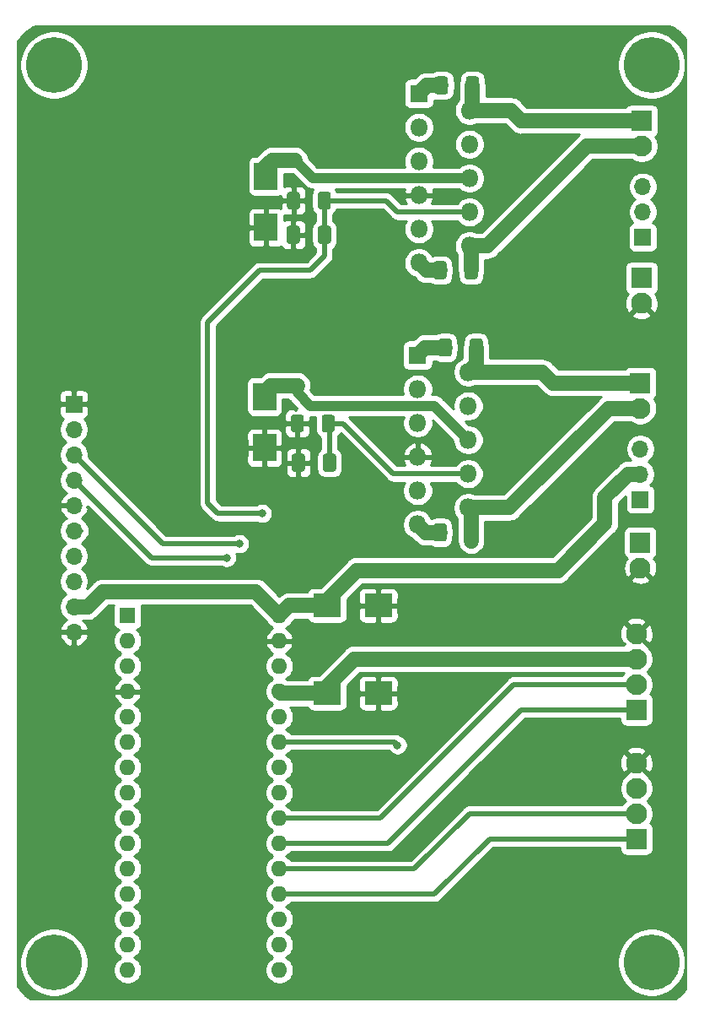
<source format=gbr>
%TF.GenerationSoftware,KiCad,Pcbnew,5.1.10-1.fc34*%
%TF.CreationDate,2021-06-08T11:51:25-04:00*%
%TF.ProjectId,BREAD_Slice,42524541-445f-4536-9c69-63652e6b6963,rev?*%
%TF.SameCoordinates,Original*%
%TF.FileFunction,Copper,L2,Bot*%
%TF.FilePolarity,Positive*%
%FSLAX46Y46*%
G04 Gerber Fmt 4.6, Leading zero omitted, Abs format (unit mm)*
G04 Created by KiCad (PCBNEW 5.1.10-1.fc34) date 2021-06-08 11:51:25*
%MOMM*%
%LPD*%
G01*
G04 APERTURE LIST*
%TA.AperFunction,ComponentPad*%
%ADD10O,1.800000X1.800000*%
%TD*%
%TA.AperFunction,ComponentPad*%
%ADD11R,1.800000X1.800000*%
%TD*%
%TA.AperFunction,ComponentPad*%
%ADD12O,1.600000X1.600000*%
%TD*%
%TA.AperFunction,ComponentPad*%
%ADD13R,1.600000X1.600000*%
%TD*%
%TA.AperFunction,ComponentPad*%
%ADD14C,2.100000*%
%TD*%
%TA.AperFunction,ComponentPad*%
%ADD15R,2.100000X2.100000*%
%TD*%
%TA.AperFunction,ComponentPad*%
%ADD16O,1.700000X1.700000*%
%TD*%
%TA.AperFunction,ComponentPad*%
%ADD17R,1.700000X1.700000*%
%TD*%
%TA.AperFunction,SMDPad,CuDef*%
%ADD18R,2.350000X2.770000*%
%TD*%
%TA.AperFunction,ComponentPad*%
%ADD19C,5.600000*%
%TD*%
%TA.AperFunction,SMDPad,CuDef*%
%ADD20R,2.770000X2.350000*%
%TD*%
%TA.AperFunction,ViaPad*%
%ADD21C,1.500000*%
%TD*%
%TA.AperFunction,ViaPad*%
%ADD22C,0.800000*%
%TD*%
%TA.AperFunction,Conductor*%
%ADD23C,1.500000*%
%TD*%
%TA.AperFunction,Conductor*%
%ADD24C,0.500000*%
%TD*%
%TA.AperFunction,Conductor*%
%ADD25C,1.000000*%
%TD*%
%TA.AperFunction,Conductor*%
%ADD26C,0.254000*%
%TD*%
%TA.AperFunction,Conductor*%
%ADD27C,0.100000*%
%TD*%
G04 APERTURE END LIST*
%TO.P,C10,2*%
%TO.N,GND*%
%TA.AperFunction,SMDPad,CuDef*%
G36*
G01*
X152815000Y-84031999D02*
X152815000Y-85332001D01*
G75*
G02*
X152565001Y-85582000I-249999J0D01*
G01*
X151739999Y-85582000D01*
G75*
G02*
X151490000Y-85332001I0J249999D01*
G01*
X151490000Y-84031999D01*
G75*
G02*
X151739999Y-83782000I249999J0D01*
G01*
X152565001Y-83782000D01*
G75*
G02*
X152815000Y-84031999I0J-249999D01*
G01*
G37*
%TD.AperFunction*%
%TO.P,C10,1*%
%TO.N,/CSEN1*%
%TA.AperFunction,SMDPad,CuDef*%
G36*
G01*
X155940000Y-84031999D02*
X155940000Y-85332001D01*
G75*
G02*
X155690001Y-85582000I-249999J0D01*
G01*
X154864999Y-85582000D01*
G75*
G02*
X154615000Y-85332001I0J249999D01*
G01*
X154615000Y-84031999D01*
G75*
G02*
X154864999Y-83782000I249999J0D01*
G01*
X155690001Y-83782000D01*
G75*
G02*
X155940000Y-84031999I0J-249999D01*
G01*
G37*
%TD.AperFunction*%
%TD*%
%TO.P,C9,2*%
%TO.N,GND*%
%TA.AperFunction,SMDPad,CuDef*%
G36*
G01*
X152307000Y-61171999D02*
X152307000Y-62472001D01*
G75*
G02*
X152057001Y-62722000I-249999J0D01*
G01*
X151231999Y-62722000D01*
G75*
G02*
X150982000Y-62472001I0J249999D01*
G01*
X150982000Y-61171999D01*
G75*
G02*
X151231999Y-60922000I249999J0D01*
G01*
X152057001Y-60922000D01*
G75*
G02*
X152307000Y-61171999I0J-249999D01*
G01*
G37*
%TD.AperFunction*%
%TO.P,C9,1*%
%TO.N,/CSEN2*%
%TA.AperFunction,SMDPad,CuDef*%
G36*
G01*
X155432000Y-61171999D02*
X155432000Y-62472001D01*
G75*
G02*
X155182001Y-62722000I-249999J0D01*
G01*
X154356999Y-62722000D01*
G75*
G02*
X154107000Y-62472001I0J249999D01*
G01*
X154107000Y-61171999D01*
G75*
G02*
X154356999Y-60922000I249999J0D01*
G01*
X155182001Y-60922000D01*
G75*
G02*
X155432000Y-61171999I0J-249999D01*
G01*
G37*
%TD.AperFunction*%
%TD*%
D10*
%TO.P,U2,11*%
%TO.N,Net-(C8-Pad1)*%
X164256000Y-64636000D03*
%TO.P,U2,10*%
%TO.N,Net-(C8-Pad2)*%
X169336000Y-62936000D03*
%TO.P,U2,9*%
%TO.N,/THRM2*%
X164256000Y-61236000D03*
%TO.P,U2,8*%
%TO.N,/CSEN2*%
X169336000Y-59536000D03*
%TO.P,U2,7*%
%TO.N,GND*%
X164256000Y-57836000D03*
%TO.P,U2,6*%
%TO.N,Net-(C4-Pad1)*%
X169336000Y-56136000D03*
%TO.P,U2,5*%
%TO.N,/MC2*%
X164256000Y-54436000D03*
%TO.P,U2,4*%
%TO.N,/BR2*%
X169336000Y-52736000D03*
%TO.P,U2,3*%
%TO.N,/DIR2*%
X164256000Y-51036000D03*
%TO.P,U2,2*%
%TO.N,Net-(C7-Pad1)*%
X169336000Y-49336000D03*
D11*
%TO.P,U2,1*%
%TO.N,Net-(C7-Pad2)*%
X164256000Y-47636000D03*
%TD*%
D12*
%TO.P,A1,16*%
%TO.N,Net-(A1-Pad16)*%
X150240000Y-135560000D03*
%TO.P,A1,15*%
%TO.N,/THRM1*%
X135000000Y-135560000D03*
%TO.P,A1,30*%
%TO.N,+12V*%
X150240000Y-100000000D03*
%TO.P,A1,14*%
%TO.N,/BR1*%
X135000000Y-133020000D03*
%TO.P,A1,29*%
%TO.N,GND*%
X150240000Y-102540000D03*
%TO.P,A1,13*%
%TO.N,/MC1*%
X135000000Y-130480000D03*
%TO.P,A1,28*%
%TO.N,Net-(A1-Pad28)*%
X150240000Y-105080000D03*
%TO.P,A1,12*%
%TO.N,/DIR1*%
X135000000Y-127940000D03*
%TO.P,A1,27*%
%TO.N,+5V*%
X150240000Y-107620000D03*
%TO.P,A1,11*%
%TO.N,/THRM2*%
X135000000Y-125400000D03*
%TO.P,A1,26*%
%TO.N,/CSEN2*%
X150240000Y-110160000D03*
%TO.P,A1,10*%
%TO.N,/BR2*%
X135000000Y-122860000D03*
%TO.P,A1,25*%
%TO.N,/CSEN1*%
X150240000Y-112700000D03*
%TO.P,A1,9*%
%TO.N,/MC2*%
X135000000Y-120320000D03*
%TO.P,A1,24*%
%TO.N,/I2C_CLK*%
X150240000Y-115240000D03*
%TO.P,A1,8*%
%TO.N,/DIR2*%
X135000000Y-117780000D03*
%TO.P,A1,23*%
%TO.N,/I2C_DAT*%
X150240000Y-117780000D03*
%TO.P,A1,7*%
%TO.N,/SYNC*%
X135000000Y-115240000D03*
%TO.P,A1,22*%
%TO.N,/B2*%
X150240000Y-120320000D03*
%TO.P,A1,6*%
%TO.N,/INT*%
X135000000Y-112700000D03*
%TO.P,A1,21*%
%TO.N,/A2*%
X150240000Y-122860000D03*
%TO.P,A1,5*%
%TO.N,/E_STOP*%
X135000000Y-110160000D03*
%TO.P,A1,20*%
%TO.N,/B1*%
X150240000Y-125400000D03*
%TO.P,A1,4*%
%TO.N,GND*%
X135000000Y-107620000D03*
%TO.P,A1,19*%
%TO.N,/A1*%
X150240000Y-127940000D03*
%TO.P,A1,3*%
%TO.N,Net-(A1-Pad3)*%
X135000000Y-105080000D03*
%TO.P,A1,18*%
%TO.N,Net-(A1-Pad18)*%
X150240000Y-130480000D03*
%TO.P,A1,2*%
%TO.N,Net-(A1-Pad2)*%
X135000000Y-102540000D03*
%TO.P,A1,17*%
%TO.N,Net-(A1-Pad17)*%
X150240000Y-133020000D03*
D13*
%TO.P,A1,1*%
%TO.N,Net-(A1-Pad1)*%
X135000000Y-100000000D03*
%TD*%
D10*
%TO.P,U1,11*%
%TO.N,Net-(C6-Pad1)*%
X164129000Y-90887000D03*
%TO.P,U1,10*%
%TO.N,Net-(C6-Pad2)*%
X169209000Y-89187000D03*
%TO.P,U1,9*%
%TO.N,/THRM1*%
X164129000Y-87487000D03*
%TO.P,U1,8*%
%TO.N,/CSEN1*%
X169209000Y-85787000D03*
%TO.P,U1,7*%
%TO.N,GND*%
X164129000Y-84087000D03*
%TO.P,U1,6*%
%TO.N,Net-(C3-Pad1)*%
X169209000Y-82387000D03*
%TO.P,U1,5*%
%TO.N,/MC1*%
X164129000Y-80687000D03*
%TO.P,U1,4*%
%TO.N,/BR1*%
X169209000Y-78987000D03*
%TO.P,U1,3*%
%TO.N,/DIR1*%
X164129000Y-77287000D03*
%TO.P,U1,2*%
%TO.N,Net-(C5-Pad1)*%
X169209000Y-75587000D03*
D11*
%TO.P,U1,1*%
%TO.N,Net-(C5-Pad2)*%
X164129000Y-73887000D03*
%TD*%
%TO.P,R4,2*%
%TO.N,GND*%
%TA.AperFunction,SMDPad,CuDef*%
G36*
G01*
X152307000Y-57768000D02*
X152307000Y-59018000D01*
G75*
G02*
X152057000Y-59268000I-250000J0D01*
G01*
X151257000Y-59268000D01*
G75*
G02*
X151007000Y-59018000I0J250000D01*
G01*
X151007000Y-57768000D01*
G75*
G02*
X151257000Y-57518000I250000J0D01*
G01*
X152057000Y-57518000D01*
G75*
G02*
X152307000Y-57768000I0J-250000D01*
G01*
G37*
%TD.AperFunction*%
%TO.P,R4,1*%
%TO.N,/CSEN2*%
%TA.AperFunction,SMDPad,CuDef*%
G36*
G01*
X155407000Y-57768000D02*
X155407000Y-59018000D01*
G75*
G02*
X155157000Y-59268000I-250000J0D01*
G01*
X154357000Y-59268000D01*
G75*
G02*
X154107000Y-59018000I0J250000D01*
G01*
X154107000Y-57768000D01*
G75*
G02*
X154357000Y-57518000I250000J0D01*
G01*
X155157000Y-57518000D01*
G75*
G02*
X155407000Y-57768000I0J-250000D01*
G01*
G37*
%TD.AperFunction*%
%TD*%
%TO.P,R3,2*%
%TO.N,GND*%
%TA.AperFunction,SMDPad,CuDef*%
G36*
G01*
X152688000Y-80120000D02*
X152688000Y-81370000D01*
G75*
G02*
X152438000Y-81620000I-250000J0D01*
G01*
X151638000Y-81620000D01*
G75*
G02*
X151388000Y-81370000I0J250000D01*
G01*
X151388000Y-80120000D01*
G75*
G02*
X151638000Y-79870000I250000J0D01*
G01*
X152438000Y-79870000D01*
G75*
G02*
X152688000Y-80120000I0J-250000D01*
G01*
G37*
%TD.AperFunction*%
%TO.P,R3,1*%
%TO.N,/CSEN1*%
%TA.AperFunction,SMDPad,CuDef*%
G36*
G01*
X155788000Y-80120000D02*
X155788000Y-81370000D01*
G75*
G02*
X155538000Y-81620000I-250000J0D01*
G01*
X154738000Y-81620000D01*
G75*
G02*
X154488000Y-81370000I0J250000D01*
G01*
X154488000Y-80120000D01*
G75*
G02*
X154738000Y-79870000I250000J0D01*
G01*
X155538000Y-79870000D01*
G75*
G02*
X155788000Y-80120000I0J-250000D01*
G01*
G37*
%TD.AperFunction*%
%TD*%
D14*
%TO.P,J9,2*%
%TO.N,GND*%
X186608000Y-68680000D03*
D15*
%TO.P,J9,1*%
%TO.N,/CUST2*%
X186608000Y-66140000D03*
%TD*%
D14*
%TO.P,J8,2*%
%TO.N,GND*%
X186481000Y-95223000D03*
D15*
%TO.P,J8,1*%
%TO.N,/CUST1*%
X186481000Y-92683000D03*
%TD*%
D14*
%TO.P,J7,2*%
%TO.N,Net-(C8-Pad2)*%
X186608000Y-52932000D03*
D15*
%TO.P,J7,1*%
%TO.N,Net-(C7-Pad1)*%
X186608000Y-50392000D03*
%TD*%
D14*
%TO.P,J6,2*%
%TO.N,Net-(C6-Pad2)*%
X186481000Y-79221000D03*
D15*
%TO.P,J6,1*%
%TO.N,Net-(C5-Pad1)*%
X186481000Y-76681000D03*
%TD*%
D16*
%TO.P,J5,3*%
%TO.N,Net-(C4-Pad1)*%
X186735000Y-56996000D03*
%TO.P,J5,2*%
%TO.N,+12V*%
X186735000Y-59536000D03*
D17*
%TO.P,J5,1*%
%TO.N,/CUST2*%
X186735000Y-62076000D03*
%TD*%
D16*
%TO.P,J4,3*%
%TO.N,Net-(C3-Pad1)*%
X186481000Y-83285000D03*
%TO.P,J4,2*%
%TO.N,+12V*%
X186481000Y-85825000D03*
D17*
%TO.P,J4,1*%
%TO.N,/CUST1*%
X186481000Y-88365000D03*
%TD*%
D14*
%TO.P,J3,4*%
%TO.N,GND*%
X186100000Y-101827000D03*
%TO.P,J3,3*%
%TO.N,+5V*%
X186100000Y-104367000D03*
%TO.P,J3,2*%
%TO.N,/B2*%
X186100000Y-106907000D03*
D15*
%TO.P,J3,1*%
%TO.N,/A2*%
X186100000Y-109447000D03*
%TD*%
D14*
%TO.P,J2,4*%
%TO.N,GND*%
X186100000Y-114781000D03*
%TO.P,J2,3*%
%TO.N,+5V*%
X186100000Y-117321000D03*
%TO.P,J2,2*%
%TO.N,/B1*%
X186100000Y-119861000D03*
D15*
%TO.P,J2,1*%
%TO.N,/A1*%
X186100000Y-122401000D03*
%TD*%
%TO.P,C8,2*%
%TO.N,Net-(C8-Pad2)*%
%TA.AperFunction,SMDPad,CuDef*%
G36*
G01*
X168839000Y-66028001D02*
X168839000Y-64727999D01*
G75*
G02*
X169088999Y-64478000I249999J0D01*
G01*
X169914001Y-64478000D01*
G75*
G02*
X170164000Y-64727999I0J-249999D01*
G01*
X170164000Y-66028001D01*
G75*
G02*
X169914001Y-66278000I-249999J0D01*
G01*
X169088999Y-66278000D01*
G75*
G02*
X168839000Y-66028001I0J249999D01*
G01*
G37*
%TD.AperFunction*%
%TO.P,C8,1*%
%TO.N,Net-(C8-Pad1)*%
%TA.AperFunction,SMDPad,CuDef*%
G36*
G01*
X165714000Y-66028001D02*
X165714000Y-64727999D01*
G75*
G02*
X165963999Y-64478000I249999J0D01*
G01*
X166789001Y-64478000D01*
G75*
G02*
X167039000Y-64727999I0J-249999D01*
G01*
X167039000Y-66028001D01*
G75*
G02*
X166789001Y-66278000I-249999J0D01*
G01*
X165963999Y-66278000D01*
G75*
G02*
X165714000Y-66028001I0J249999D01*
G01*
G37*
%TD.AperFunction*%
%TD*%
%TO.P,C7,2*%
%TO.N,Net-(C7-Pad2)*%
%TA.AperFunction,SMDPad,CuDef*%
G36*
G01*
X167166000Y-46185999D02*
X167166000Y-47486001D01*
G75*
G02*
X166916001Y-47736000I-249999J0D01*
G01*
X166090999Y-47736000D01*
G75*
G02*
X165841000Y-47486001I0J249999D01*
G01*
X165841000Y-46185999D01*
G75*
G02*
X166090999Y-45936000I249999J0D01*
G01*
X166916001Y-45936000D01*
G75*
G02*
X167166000Y-46185999I0J-249999D01*
G01*
G37*
%TD.AperFunction*%
%TO.P,C7,1*%
%TO.N,Net-(C7-Pad1)*%
%TA.AperFunction,SMDPad,CuDef*%
G36*
G01*
X170291000Y-46185999D02*
X170291000Y-47486001D01*
G75*
G02*
X170041001Y-47736000I-249999J0D01*
G01*
X169215999Y-47736000D01*
G75*
G02*
X168966000Y-47486001I0J249999D01*
G01*
X168966000Y-46185999D01*
G75*
G02*
X169215999Y-45936000I249999J0D01*
G01*
X170041001Y-45936000D01*
G75*
G02*
X170291000Y-46185999I0J-249999D01*
G01*
G37*
%TD.AperFunction*%
%TD*%
%TO.P,C6,2*%
%TO.N,Net-(C6-Pad2)*%
%TA.AperFunction,SMDPad,CuDef*%
G36*
G01*
X168839000Y-92317001D02*
X168839000Y-91016999D01*
G75*
G02*
X169088999Y-90767000I249999J0D01*
G01*
X169914001Y-90767000D01*
G75*
G02*
X170164000Y-91016999I0J-249999D01*
G01*
X170164000Y-92317001D01*
G75*
G02*
X169914001Y-92567000I-249999J0D01*
G01*
X169088999Y-92567000D01*
G75*
G02*
X168839000Y-92317001I0J249999D01*
G01*
G37*
%TD.AperFunction*%
%TO.P,C6,1*%
%TO.N,Net-(C6-Pad1)*%
%TA.AperFunction,SMDPad,CuDef*%
G36*
G01*
X165714000Y-92317001D02*
X165714000Y-91016999D01*
G75*
G02*
X165963999Y-90767000I249999J0D01*
G01*
X166789001Y-90767000D01*
G75*
G02*
X167039000Y-91016999I0J-249999D01*
G01*
X167039000Y-92317001D01*
G75*
G02*
X166789001Y-92567000I-249999J0D01*
G01*
X165963999Y-92567000D01*
G75*
G02*
X165714000Y-92317001I0J249999D01*
G01*
G37*
%TD.AperFunction*%
%TD*%
%TO.P,C5,2*%
%TO.N,Net-(C5-Pad2)*%
%TA.AperFunction,SMDPad,CuDef*%
G36*
G01*
X167547000Y-72474999D02*
X167547000Y-73775001D01*
G75*
G02*
X167297001Y-74025000I-249999J0D01*
G01*
X166471999Y-74025000D01*
G75*
G02*
X166222000Y-73775001I0J249999D01*
G01*
X166222000Y-72474999D01*
G75*
G02*
X166471999Y-72225000I249999J0D01*
G01*
X167297001Y-72225000D01*
G75*
G02*
X167547000Y-72474999I0J-249999D01*
G01*
G37*
%TD.AperFunction*%
%TO.P,C5,1*%
%TO.N,Net-(C5-Pad1)*%
%TA.AperFunction,SMDPad,CuDef*%
G36*
G01*
X170672000Y-72474999D02*
X170672000Y-73775001D01*
G75*
G02*
X170422001Y-74025000I-249999J0D01*
G01*
X169596999Y-74025000D01*
G75*
G02*
X169347000Y-73775001I0J249999D01*
G01*
X169347000Y-72474999D01*
G75*
G02*
X169596999Y-72225000I249999J0D01*
G01*
X170422001Y-72225000D01*
G75*
G02*
X170672000Y-72474999I0J-249999D01*
G01*
G37*
%TD.AperFunction*%
%TD*%
D18*
%TO.P,C4,2*%
%TO.N,GND*%
X148889000Y-61090000D03*
%TO.P,C4,1*%
%TO.N,Net-(C4-Pad1)*%
X148889000Y-55950000D03*
%TD*%
%TO.P,C3,2*%
%TO.N,GND*%
X148762000Y-83188000D03*
%TO.P,C3,1*%
%TO.N,Net-(C3-Pad1)*%
X148762000Y-78048000D03*
%TD*%
D19*
%TO.P,H4,1*%
%TO.N,N/C*%
X187600000Y-134800000D03*
%TD*%
%TO.P,H3,1*%
%TO.N,N/C*%
X127600000Y-134800000D03*
%TD*%
%TO.P,H2,1*%
%TO.N,N/C*%
X187600000Y-44800000D03*
%TD*%
%TO.P,H1,1*%
%TO.N,N/C*%
X127600000Y-44800000D03*
%TD*%
D20*
%TO.P,C1,2*%
%TO.N,GND*%
X160170000Y-99000000D03*
%TO.P,C1,1*%
%TO.N,+12V*%
X155030000Y-99000000D03*
%TD*%
D13*
%TO.P,A1,1*%
%TO.N,Net-(A1-Pad1)*%
X135000000Y-100000000D03*
D12*
%TO.P,A1,17*%
%TO.N,Net-(A1-Pad17)*%
X150240000Y-133020000D03*
%TO.P,A1,2*%
%TO.N,Net-(A1-Pad2)*%
X135000000Y-102540000D03*
%TO.P,A1,18*%
%TO.N,Net-(A1-Pad18)*%
X150240000Y-130480000D03*
%TO.P,A1,3*%
%TO.N,Net-(A1-Pad3)*%
X135000000Y-105080000D03*
%TO.P,A1,19*%
%TO.N,/A1*%
X150240000Y-127940000D03*
%TO.P,A1,4*%
%TO.N,GND*%
X135000000Y-107620000D03*
%TO.P,A1,20*%
%TO.N,/B1*%
X150240000Y-125400000D03*
%TO.P,A1,5*%
%TO.N,/E_STOP*%
X135000000Y-110160000D03*
%TO.P,A1,21*%
%TO.N,/A2*%
X150240000Y-122860000D03*
%TO.P,A1,6*%
%TO.N,/INT*%
X135000000Y-112700000D03*
%TO.P,A1,22*%
%TO.N,/B2*%
X150240000Y-120320000D03*
%TO.P,A1,7*%
%TO.N,/SYNC*%
X135000000Y-115240000D03*
%TO.P,A1,23*%
%TO.N,/I2C_DAT*%
X150240000Y-117780000D03*
%TO.P,A1,8*%
%TO.N,/DIR2*%
X135000000Y-117780000D03*
%TO.P,A1,24*%
%TO.N,/I2C_CLK*%
X150240000Y-115240000D03*
%TO.P,A1,9*%
%TO.N,/MC2*%
X135000000Y-120320000D03*
%TO.P,A1,25*%
%TO.N,/CSEN1*%
X150240000Y-112700000D03*
%TO.P,A1,10*%
%TO.N,/BR2*%
X135000000Y-122860000D03*
%TO.P,A1,26*%
%TO.N,/CSEN2*%
X150240000Y-110160000D03*
%TO.P,A1,11*%
%TO.N,/THRM2*%
X135000000Y-125400000D03*
%TO.P,A1,27*%
%TO.N,+5V*%
X150240000Y-107620000D03*
%TO.P,A1,12*%
%TO.N,/DIR1*%
X135000000Y-127940000D03*
%TO.P,A1,28*%
%TO.N,Net-(A1-Pad28)*%
X150240000Y-105080000D03*
%TO.P,A1,13*%
%TO.N,/MC1*%
X135000000Y-130480000D03*
%TO.P,A1,29*%
%TO.N,GND*%
X150240000Y-102540000D03*
%TO.P,A1,14*%
%TO.N,/BR1*%
X135000000Y-133020000D03*
%TO.P,A1,30*%
%TO.N,+12V*%
X150240000Y-100000000D03*
%TO.P,A1,15*%
%TO.N,/THRM1*%
X135000000Y-135560000D03*
%TO.P,A1,16*%
%TO.N,Net-(A1-Pad16)*%
X150240000Y-135560000D03*
%TD*%
D20*
%TO.P,C2,1*%
%TO.N,+5V*%
X155030000Y-107800000D03*
%TO.P,C2,2*%
%TO.N,GND*%
X160170000Y-107800000D03*
%TD*%
D17*
%TO.P,J1,1*%
%TO.N,GND*%
X129600000Y-78800000D03*
D16*
%TO.P,J1,2*%
%TO.N,+12V*%
X129600000Y-81340000D03*
%TO.P,J1,3*%
%TO.N,/I2C_CLK*%
X129600000Y-83880000D03*
%TO.P,J1,4*%
%TO.N,/I2C_DAT*%
X129600000Y-86420000D03*
%TO.P,J1,5*%
%TO.N,GND*%
X129600000Y-88960000D03*
%TO.P,J1,6*%
%TO.N,/E_STOP*%
X129600000Y-91500000D03*
%TO.P,J1,7*%
%TO.N,/INT*%
X129600000Y-94040000D03*
%TO.P,J1,8*%
%TO.N,/SYNC*%
X129600000Y-96580000D03*
%TO.P,J1,9*%
%TO.N,+12V*%
X129600000Y-99120000D03*
%TO.P,J1,10*%
%TO.N,GND*%
X129600000Y-101660000D03*
%TD*%
D21*
%TO.N,GND*%
X158033000Y-117067000D03*
D22*
%TO.N,/I2C_CLK*%
X146222000Y-92810000D03*
%TO.N,/I2C_DAT*%
X144952000Y-94207000D03*
%TO.N,/CSEN1*%
X162097000Y-113003000D03*
%TO.N,/CSEN2*%
X148508000Y-89762000D03*
%TD*%
D23*
%TO.N,+5V*%
X150420000Y-107800000D02*
X150240000Y-107620000D01*
X155030000Y-107800000D02*
X150420000Y-107800000D01*
X155030000Y-107800000D02*
X155030000Y-107116000D01*
X157779000Y-104367000D02*
X186100000Y-104367000D01*
X155030000Y-107116000D02*
X157779000Y-104367000D01*
D24*
%TO.N,/I2C_CLK*%
X138530000Y-92810000D02*
X129600000Y-83880000D01*
X146222000Y-92810000D02*
X138530000Y-92810000D01*
%TO.N,/I2C_DAT*%
X137387000Y-94207000D02*
X129600000Y-86420000D01*
X144952000Y-94207000D02*
X137387000Y-94207000D01*
%TO.N,/E_STOP*%
X129600000Y-91500000D02*
X130307000Y-91500000D01*
D23*
%TO.N,+12V*%
X151240000Y-99000000D02*
X150240000Y-100000000D01*
X155030000Y-99000000D02*
X151240000Y-99000000D01*
X155030000Y-99000000D02*
X155030000Y-98480000D01*
X155030000Y-98480000D02*
X158033000Y-95477000D01*
X158033000Y-95477000D02*
X178226000Y-95477000D01*
X178226000Y-95477000D02*
X182925000Y-90778000D01*
X185278919Y-85825000D02*
X186481000Y-85825000D01*
X182925000Y-88178919D02*
X185278919Y-85825000D01*
X182925000Y-90778000D02*
X182925000Y-88178919D01*
X129600000Y-99120000D02*
X131022000Y-99120000D01*
X131022000Y-99120000D02*
X132506000Y-97636000D01*
X147876000Y-97636000D02*
X150240000Y-100000000D01*
X132506000Y-97636000D02*
X147876000Y-97636000D01*
D24*
%TO.N,/A1*%
X150240000Y-127940000D02*
X165829000Y-127940000D01*
X171368000Y-122401000D02*
X186100000Y-122401000D01*
X165829000Y-127940000D02*
X171368000Y-122401000D01*
%TO.N,/B1*%
X150240000Y-125400000D02*
X163797000Y-125400000D01*
X169336000Y-119861000D02*
X186100000Y-119861000D01*
X163797000Y-125400000D02*
X169336000Y-119861000D01*
%TO.N,/A2*%
X150240000Y-122860000D02*
X161130000Y-122860000D01*
X174543000Y-109447000D02*
X186100000Y-109447000D01*
X161130000Y-122860000D02*
X174543000Y-109447000D01*
%TO.N,/B2*%
X150240000Y-120320000D02*
X160368000Y-120320000D01*
X173781000Y-106907000D02*
X186100000Y-106907000D01*
X160368000Y-120320000D02*
X173781000Y-106907000D01*
%TO.N,/CSEN1*%
X155138000Y-80745000D02*
X156636000Y-80745000D01*
X161678000Y-85787000D02*
X169209000Y-85787000D01*
X156636000Y-80745000D02*
X161678000Y-85787000D01*
X161794000Y-112700000D02*
X162097000Y-113003000D01*
X150240000Y-112700000D02*
X161794000Y-112700000D01*
X155277500Y-80884500D02*
X155138000Y-80745000D01*
X155277500Y-84682000D02*
X155277500Y-80884500D01*
%TO.N,/CSEN2*%
X154757000Y-58393000D02*
X160954000Y-58393000D01*
X162097000Y-59536000D02*
X169336000Y-59536000D01*
X160954000Y-58393000D02*
X162097000Y-59536000D01*
X154757000Y-61809500D02*
X154769500Y-61822000D01*
X154757000Y-58393000D02*
X154757000Y-61809500D01*
X148508000Y-89762000D02*
X144063000Y-89762000D01*
X144063000Y-89762000D02*
X143047000Y-88746000D01*
X143047000Y-88746000D02*
X143047000Y-70585000D01*
X143047000Y-70585000D02*
X148254000Y-65378000D01*
X148254000Y-65378000D02*
X153334000Y-65378000D01*
X154769500Y-63942500D02*
X154769500Y-61822000D01*
X153334000Y-65378000D02*
X154769500Y-63942500D01*
D23*
%TO.N,Net-(C3-Pad1)*%
X148762000Y-78048000D02*
X148762000Y-77570000D01*
X149397000Y-76935000D02*
X152038000Y-76935000D01*
X148762000Y-77570000D02*
X149397000Y-76935000D01*
D25*
X153334000Y-78967000D02*
X165789000Y-78967000D01*
X165789000Y-78967000D02*
X169209000Y-82387000D01*
X152038000Y-77671000D02*
X153334000Y-78967000D01*
X152038000Y-76935000D02*
X152038000Y-77671000D01*
D23*
%TO.N,Net-(C4-Pad1)*%
X148889000Y-55950000D02*
X148889000Y-54964000D01*
X149524000Y-54329000D02*
X151784000Y-54329000D01*
X148889000Y-54964000D02*
X149524000Y-54329000D01*
D25*
X153591000Y-56136000D02*
X169336000Y-56136000D01*
X151784000Y-54329000D02*
X153591000Y-56136000D01*
D23*
%TO.N,Net-(C5-Pad2)*%
X164891000Y-73125000D02*
X164129000Y-73887000D01*
X166884500Y-73125000D02*
X164891000Y-73125000D01*
%TO.N,Net-(C5-Pad1)*%
X170009500Y-74786500D02*
X169209000Y-75587000D01*
X170009500Y-73125000D02*
X170009500Y-74786500D01*
X186481000Y-76681000D02*
X177718000Y-76681000D01*
X176624000Y-75587000D02*
X169209000Y-75587000D01*
X177718000Y-76681000D02*
X176624000Y-75587000D01*
%TO.N,Net-(C6-Pad2)*%
X169501500Y-89479500D02*
X169209000Y-89187000D01*
X186481000Y-79221000D02*
X183306000Y-79221000D01*
X173340000Y-89187000D02*
X169209000Y-89187000D01*
X183306000Y-79221000D02*
X173340000Y-89187000D01*
X169501500Y-92517500D02*
X169501500Y-90435500D01*
X169501500Y-90435500D02*
X169501500Y-89479500D01*
X169501500Y-91667000D02*
X169501500Y-90435500D01*
%TO.N,Net-(C6-Pad1)*%
X164909000Y-91667000D02*
X164129000Y-90887000D01*
X166376500Y-91667000D02*
X164909000Y-91667000D01*
%TO.N,Net-(C7-Pad2)*%
X165056000Y-46836000D02*
X164256000Y-47636000D01*
X166503500Y-46836000D02*
X165056000Y-46836000D01*
%TO.N,Net-(C7-Pad1)*%
X186608000Y-50392000D02*
X174543000Y-50392000D01*
X173487000Y-49336000D02*
X169336000Y-49336000D01*
X174543000Y-50392000D02*
X173487000Y-49336000D01*
X169628500Y-49043500D02*
X169336000Y-49336000D01*
X169628500Y-46836000D02*
X169628500Y-49043500D01*
%TO.N,Net-(C8-Pad2)*%
X169501500Y-63101500D02*
X169336000Y-62936000D01*
X186608000Y-52932000D02*
X181147000Y-52932000D01*
X171143000Y-62936000D02*
X169336000Y-62936000D01*
X181147000Y-52932000D02*
X171143000Y-62936000D01*
X169501500Y-64196500D02*
X169501500Y-63101500D01*
X169501500Y-65378000D02*
X169501500Y-64196500D01*
%TO.N,Net-(C8-Pad1)*%
X164998000Y-65378000D02*
X164256000Y-64636000D01*
X166376500Y-65378000D02*
X164998000Y-65378000D01*
%TD*%
D26*
%TO.N,GND*%
X189807905Y-41066638D02*
X190434130Y-41516626D01*
X190970777Y-42070403D01*
X191053000Y-42192764D01*
X191053000Y-137398070D01*
X190883374Y-137634130D01*
X190329597Y-138170777D01*
X189984012Y-138403000D01*
X125210677Y-138403000D01*
X124765870Y-138083374D01*
X124229223Y-137529597D01*
X123997000Y-137184012D01*
X123997000Y-134461682D01*
X124165000Y-134461682D01*
X124165000Y-135138318D01*
X124297006Y-135801952D01*
X124555943Y-136427082D01*
X124931862Y-136989685D01*
X125410315Y-137468138D01*
X125972918Y-137844057D01*
X126598048Y-138102994D01*
X127261682Y-138235000D01*
X127938318Y-138235000D01*
X128601952Y-138102994D01*
X129227082Y-137844057D01*
X129789685Y-137468138D01*
X130268138Y-136989685D01*
X130644057Y-136427082D01*
X130902994Y-135801952D01*
X131035000Y-135138318D01*
X131035000Y-134461682D01*
X130902994Y-133798048D01*
X130644057Y-133172918D01*
X130268138Y-132610315D01*
X129789685Y-132131862D01*
X129227082Y-131755943D01*
X128601952Y-131497006D01*
X127938318Y-131365000D01*
X127261682Y-131365000D01*
X126598048Y-131497006D01*
X125972918Y-131755943D01*
X125410315Y-132131862D01*
X124931862Y-132610315D01*
X124555943Y-133172918D01*
X124297006Y-133798048D01*
X124165000Y-134461682D01*
X123997000Y-134461682D01*
X123997000Y-110018665D01*
X133565000Y-110018665D01*
X133565000Y-110301335D01*
X133620147Y-110578574D01*
X133728320Y-110839727D01*
X133885363Y-111074759D01*
X134085241Y-111274637D01*
X134317759Y-111430000D01*
X134085241Y-111585363D01*
X133885363Y-111785241D01*
X133728320Y-112020273D01*
X133620147Y-112281426D01*
X133565000Y-112558665D01*
X133565000Y-112841335D01*
X133620147Y-113118574D01*
X133728320Y-113379727D01*
X133885363Y-113614759D01*
X134085241Y-113814637D01*
X134317759Y-113970000D01*
X134085241Y-114125363D01*
X133885363Y-114325241D01*
X133728320Y-114560273D01*
X133620147Y-114821426D01*
X133565000Y-115098665D01*
X133565000Y-115381335D01*
X133620147Y-115658574D01*
X133728320Y-115919727D01*
X133885363Y-116154759D01*
X134085241Y-116354637D01*
X134317759Y-116510000D01*
X134085241Y-116665363D01*
X133885363Y-116865241D01*
X133728320Y-117100273D01*
X133620147Y-117361426D01*
X133565000Y-117638665D01*
X133565000Y-117921335D01*
X133620147Y-118198574D01*
X133728320Y-118459727D01*
X133885363Y-118694759D01*
X134085241Y-118894637D01*
X134317759Y-119050000D01*
X134085241Y-119205363D01*
X133885363Y-119405241D01*
X133728320Y-119640273D01*
X133620147Y-119901426D01*
X133565000Y-120178665D01*
X133565000Y-120461335D01*
X133620147Y-120738574D01*
X133728320Y-120999727D01*
X133885363Y-121234759D01*
X134085241Y-121434637D01*
X134317759Y-121590000D01*
X134085241Y-121745363D01*
X133885363Y-121945241D01*
X133728320Y-122180273D01*
X133620147Y-122441426D01*
X133565000Y-122718665D01*
X133565000Y-123001335D01*
X133620147Y-123278574D01*
X133728320Y-123539727D01*
X133885363Y-123774759D01*
X134085241Y-123974637D01*
X134317759Y-124130000D01*
X134085241Y-124285363D01*
X133885363Y-124485241D01*
X133728320Y-124720273D01*
X133620147Y-124981426D01*
X133565000Y-125258665D01*
X133565000Y-125541335D01*
X133620147Y-125818574D01*
X133728320Y-126079727D01*
X133885363Y-126314759D01*
X134085241Y-126514637D01*
X134317759Y-126670000D01*
X134085241Y-126825363D01*
X133885363Y-127025241D01*
X133728320Y-127260273D01*
X133620147Y-127521426D01*
X133565000Y-127798665D01*
X133565000Y-128081335D01*
X133620147Y-128358574D01*
X133728320Y-128619727D01*
X133885363Y-128854759D01*
X134085241Y-129054637D01*
X134317759Y-129210000D01*
X134085241Y-129365363D01*
X133885363Y-129565241D01*
X133728320Y-129800273D01*
X133620147Y-130061426D01*
X133565000Y-130338665D01*
X133565000Y-130621335D01*
X133620147Y-130898574D01*
X133728320Y-131159727D01*
X133885363Y-131394759D01*
X134085241Y-131594637D01*
X134317759Y-131750000D01*
X134085241Y-131905363D01*
X133885363Y-132105241D01*
X133728320Y-132340273D01*
X133620147Y-132601426D01*
X133565000Y-132878665D01*
X133565000Y-133161335D01*
X133620147Y-133438574D01*
X133728320Y-133699727D01*
X133885363Y-133934759D01*
X134085241Y-134134637D01*
X134317759Y-134290000D01*
X134085241Y-134445363D01*
X133885363Y-134645241D01*
X133728320Y-134880273D01*
X133620147Y-135141426D01*
X133565000Y-135418665D01*
X133565000Y-135701335D01*
X133620147Y-135978574D01*
X133728320Y-136239727D01*
X133885363Y-136474759D01*
X134085241Y-136674637D01*
X134320273Y-136831680D01*
X134581426Y-136939853D01*
X134858665Y-136995000D01*
X135141335Y-136995000D01*
X135418574Y-136939853D01*
X135679727Y-136831680D01*
X135914759Y-136674637D01*
X136114637Y-136474759D01*
X136271680Y-136239727D01*
X136379853Y-135978574D01*
X136435000Y-135701335D01*
X136435000Y-135418665D01*
X136379853Y-135141426D01*
X136271680Y-134880273D01*
X136114637Y-134645241D01*
X135914759Y-134445363D01*
X135682241Y-134290000D01*
X135914759Y-134134637D01*
X136114637Y-133934759D01*
X136271680Y-133699727D01*
X136379853Y-133438574D01*
X136435000Y-133161335D01*
X136435000Y-132878665D01*
X136379853Y-132601426D01*
X136271680Y-132340273D01*
X136114637Y-132105241D01*
X135914759Y-131905363D01*
X135682241Y-131750000D01*
X135914759Y-131594637D01*
X136114637Y-131394759D01*
X136271680Y-131159727D01*
X136379853Y-130898574D01*
X136435000Y-130621335D01*
X136435000Y-130338665D01*
X136379853Y-130061426D01*
X136271680Y-129800273D01*
X136114637Y-129565241D01*
X135914759Y-129365363D01*
X135682241Y-129210000D01*
X135914759Y-129054637D01*
X136114637Y-128854759D01*
X136271680Y-128619727D01*
X136379853Y-128358574D01*
X136435000Y-128081335D01*
X136435000Y-127798665D01*
X136379853Y-127521426D01*
X136271680Y-127260273D01*
X136114637Y-127025241D01*
X135914759Y-126825363D01*
X135682241Y-126670000D01*
X135914759Y-126514637D01*
X136114637Y-126314759D01*
X136271680Y-126079727D01*
X136379853Y-125818574D01*
X136435000Y-125541335D01*
X136435000Y-125258665D01*
X136379853Y-124981426D01*
X136271680Y-124720273D01*
X136114637Y-124485241D01*
X135914759Y-124285363D01*
X135682241Y-124130000D01*
X135914759Y-123974637D01*
X136114637Y-123774759D01*
X136271680Y-123539727D01*
X136379853Y-123278574D01*
X136435000Y-123001335D01*
X136435000Y-122718665D01*
X136379853Y-122441426D01*
X136271680Y-122180273D01*
X136114637Y-121945241D01*
X135914759Y-121745363D01*
X135682241Y-121590000D01*
X135914759Y-121434637D01*
X136114637Y-121234759D01*
X136271680Y-120999727D01*
X136379853Y-120738574D01*
X136435000Y-120461335D01*
X136435000Y-120178665D01*
X136379853Y-119901426D01*
X136271680Y-119640273D01*
X136114637Y-119405241D01*
X135914759Y-119205363D01*
X135682241Y-119050000D01*
X135914759Y-118894637D01*
X136114637Y-118694759D01*
X136271680Y-118459727D01*
X136379853Y-118198574D01*
X136435000Y-117921335D01*
X136435000Y-117638665D01*
X136379853Y-117361426D01*
X136271680Y-117100273D01*
X136114637Y-116865241D01*
X135914759Y-116665363D01*
X135682241Y-116510000D01*
X135914759Y-116354637D01*
X136114637Y-116154759D01*
X136271680Y-115919727D01*
X136379853Y-115658574D01*
X136435000Y-115381335D01*
X136435000Y-115098665D01*
X136379853Y-114821426D01*
X136271680Y-114560273D01*
X136114637Y-114325241D01*
X135914759Y-114125363D01*
X135682241Y-113970000D01*
X135914759Y-113814637D01*
X136114637Y-113614759D01*
X136271680Y-113379727D01*
X136379853Y-113118574D01*
X136435000Y-112841335D01*
X136435000Y-112558665D01*
X136379853Y-112281426D01*
X136271680Y-112020273D01*
X136114637Y-111785241D01*
X135914759Y-111585363D01*
X135682241Y-111430000D01*
X135914759Y-111274637D01*
X136114637Y-111074759D01*
X136271680Y-110839727D01*
X136379853Y-110578574D01*
X136435000Y-110301335D01*
X136435000Y-110018665D01*
X136379853Y-109741426D01*
X136271680Y-109480273D01*
X136114637Y-109245241D01*
X135914759Y-109045363D01*
X135679727Y-108888320D01*
X135669135Y-108883933D01*
X135855131Y-108772385D01*
X136063519Y-108583414D01*
X136231037Y-108357420D01*
X136351246Y-108103087D01*
X136391904Y-107969039D01*
X136269915Y-107747000D01*
X135127000Y-107747000D01*
X135127000Y-107767000D01*
X134873000Y-107767000D01*
X134873000Y-107747000D01*
X133730085Y-107747000D01*
X133608096Y-107969039D01*
X133648754Y-108103087D01*
X133768963Y-108357420D01*
X133936481Y-108583414D01*
X134144869Y-108772385D01*
X134330865Y-108883933D01*
X134320273Y-108888320D01*
X134085241Y-109045363D01*
X133885363Y-109245241D01*
X133728320Y-109480273D01*
X133620147Y-109741426D01*
X133565000Y-110018665D01*
X123997000Y-110018665D01*
X123997000Y-102016890D01*
X128158524Y-102016890D01*
X128203175Y-102164099D01*
X128328359Y-102426920D01*
X128502412Y-102660269D01*
X128718645Y-102855178D01*
X128968748Y-103004157D01*
X129243109Y-103101481D01*
X129473000Y-102980814D01*
X129473000Y-101787000D01*
X129727000Y-101787000D01*
X129727000Y-102980814D01*
X129956891Y-103101481D01*
X130231252Y-103004157D01*
X130481355Y-102855178D01*
X130697588Y-102660269D01*
X130871641Y-102426920D01*
X130996825Y-102164099D01*
X131041476Y-102016890D01*
X130920155Y-101787000D01*
X129727000Y-101787000D01*
X129473000Y-101787000D01*
X128279845Y-101787000D01*
X128158524Y-102016890D01*
X123997000Y-102016890D01*
X123997000Y-79650000D01*
X128111928Y-79650000D01*
X128124188Y-79774482D01*
X128160498Y-79894180D01*
X128219463Y-80004494D01*
X128298815Y-80101185D01*
X128395506Y-80180537D01*
X128505820Y-80239502D01*
X128578380Y-80261513D01*
X128446525Y-80393368D01*
X128284010Y-80636589D01*
X128172068Y-80906842D01*
X128115000Y-81193740D01*
X128115000Y-81486260D01*
X128172068Y-81773158D01*
X128284010Y-82043411D01*
X128446525Y-82286632D01*
X128653368Y-82493475D01*
X128827760Y-82610000D01*
X128653368Y-82726525D01*
X128446525Y-82933368D01*
X128284010Y-83176589D01*
X128172068Y-83446842D01*
X128115000Y-83733740D01*
X128115000Y-84026260D01*
X128172068Y-84313158D01*
X128284010Y-84583411D01*
X128446525Y-84826632D01*
X128653368Y-85033475D01*
X128827760Y-85150000D01*
X128653368Y-85266525D01*
X128446525Y-85473368D01*
X128284010Y-85716589D01*
X128172068Y-85986842D01*
X128115000Y-86273740D01*
X128115000Y-86566260D01*
X128172068Y-86853158D01*
X128284010Y-87123411D01*
X128446525Y-87366632D01*
X128653368Y-87573475D01*
X128835534Y-87695195D01*
X128718645Y-87764822D01*
X128502412Y-87959731D01*
X128328359Y-88193080D01*
X128203175Y-88455901D01*
X128158524Y-88603110D01*
X128279845Y-88833000D01*
X129473000Y-88833000D01*
X129473000Y-88813000D01*
X129727000Y-88813000D01*
X129727000Y-88833000D01*
X129747000Y-88833000D01*
X129747000Y-89087000D01*
X129727000Y-89087000D01*
X129727000Y-89107000D01*
X129473000Y-89107000D01*
X129473000Y-89087000D01*
X128279845Y-89087000D01*
X128158524Y-89316890D01*
X128203175Y-89464099D01*
X128328359Y-89726920D01*
X128502412Y-89960269D01*
X128718645Y-90155178D01*
X128835534Y-90224805D01*
X128653368Y-90346525D01*
X128446525Y-90553368D01*
X128284010Y-90796589D01*
X128172068Y-91066842D01*
X128115000Y-91353740D01*
X128115000Y-91646260D01*
X128172068Y-91933158D01*
X128284010Y-92203411D01*
X128446525Y-92446632D01*
X128653368Y-92653475D01*
X128827760Y-92770000D01*
X128653368Y-92886525D01*
X128446525Y-93093368D01*
X128284010Y-93336589D01*
X128172068Y-93606842D01*
X128115000Y-93893740D01*
X128115000Y-94186260D01*
X128172068Y-94473158D01*
X128284010Y-94743411D01*
X128446525Y-94986632D01*
X128653368Y-95193475D01*
X128827760Y-95310000D01*
X128653368Y-95426525D01*
X128446525Y-95633368D01*
X128284010Y-95876589D01*
X128172068Y-96146842D01*
X128115000Y-96433740D01*
X128115000Y-96726260D01*
X128172068Y-97013158D01*
X128284010Y-97283411D01*
X128446525Y-97526632D01*
X128653368Y-97733475D01*
X128827760Y-97850000D01*
X128653368Y-97966525D01*
X128446525Y-98173368D01*
X128284010Y-98416589D01*
X128172068Y-98686842D01*
X128115000Y-98973740D01*
X128115000Y-99266260D01*
X128172068Y-99553158D01*
X128284010Y-99823411D01*
X128446525Y-100066632D01*
X128653368Y-100273475D01*
X128835534Y-100395195D01*
X128718645Y-100464822D01*
X128502412Y-100659731D01*
X128328359Y-100893080D01*
X128203175Y-101155901D01*
X128158524Y-101303110D01*
X128279845Y-101533000D01*
X129473000Y-101533000D01*
X129473000Y-101513000D01*
X129727000Y-101513000D01*
X129727000Y-101533000D01*
X130920155Y-101533000D01*
X131041476Y-101303110D01*
X130996825Y-101155901D01*
X130871641Y-100893080D01*
X130697588Y-100659731D01*
X130525929Y-100505000D01*
X130953971Y-100505000D01*
X131022000Y-100511700D01*
X131090029Y-100505000D01*
X131090037Y-100505000D01*
X131293507Y-100484960D01*
X131554581Y-100405764D01*
X131795188Y-100277157D01*
X132006081Y-100104081D01*
X132049454Y-100051231D01*
X133079686Y-99021000D01*
X133590726Y-99021000D01*
X133574188Y-99075518D01*
X133561928Y-99200000D01*
X133561928Y-100800000D01*
X133574188Y-100924482D01*
X133610498Y-101044180D01*
X133669463Y-101154494D01*
X133748815Y-101251185D01*
X133845506Y-101330537D01*
X133955820Y-101389502D01*
X134075518Y-101425812D01*
X134083961Y-101426643D01*
X133885363Y-101625241D01*
X133728320Y-101860273D01*
X133620147Y-102121426D01*
X133565000Y-102398665D01*
X133565000Y-102681335D01*
X133620147Y-102958574D01*
X133728320Y-103219727D01*
X133885363Y-103454759D01*
X134085241Y-103654637D01*
X134317759Y-103810000D01*
X134085241Y-103965363D01*
X133885363Y-104165241D01*
X133728320Y-104400273D01*
X133620147Y-104661426D01*
X133565000Y-104938665D01*
X133565000Y-105221335D01*
X133620147Y-105498574D01*
X133728320Y-105759727D01*
X133885363Y-105994759D01*
X134085241Y-106194637D01*
X134320273Y-106351680D01*
X134330865Y-106356067D01*
X134144869Y-106467615D01*
X133936481Y-106656586D01*
X133768963Y-106882580D01*
X133648754Y-107136913D01*
X133608096Y-107270961D01*
X133730085Y-107493000D01*
X134873000Y-107493000D01*
X134873000Y-107473000D01*
X135127000Y-107473000D01*
X135127000Y-107493000D01*
X136269915Y-107493000D01*
X136391904Y-107270961D01*
X136351246Y-107136913D01*
X136231037Y-106882580D01*
X136063519Y-106656586D01*
X135855131Y-106467615D01*
X135669135Y-106356067D01*
X135679727Y-106351680D01*
X135914759Y-106194637D01*
X136114637Y-105994759D01*
X136271680Y-105759727D01*
X136379853Y-105498574D01*
X136435000Y-105221335D01*
X136435000Y-104938665D01*
X148805000Y-104938665D01*
X148805000Y-105221335D01*
X148860147Y-105498574D01*
X148968320Y-105759727D01*
X149125363Y-105994759D01*
X149325241Y-106194637D01*
X149557759Y-106350000D01*
X149325241Y-106505363D01*
X149125363Y-106705241D01*
X148968320Y-106940273D01*
X148860147Y-107201426D01*
X148805000Y-107478665D01*
X148805000Y-107761335D01*
X148860147Y-108038574D01*
X148968320Y-108299727D01*
X149125363Y-108534759D01*
X149325241Y-108734637D01*
X149557759Y-108890000D01*
X149325241Y-109045363D01*
X149125363Y-109245241D01*
X148968320Y-109480273D01*
X148860147Y-109741426D01*
X148805000Y-110018665D01*
X148805000Y-110301335D01*
X148860147Y-110578574D01*
X148968320Y-110839727D01*
X149125363Y-111074759D01*
X149325241Y-111274637D01*
X149557759Y-111430000D01*
X149325241Y-111585363D01*
X149125363Y-111785241D01*
X148968320Y-112020273D01*
X148860147Y-112281426D01*
X148805000Y-112558665D01*
X148805000Y-112841335D01*
X148860147Y-113118574D01*
X148968320Y-113379727D01*
X149125363Y-113614759D01*
X149325241Y-113814637D01*
X149557759Y-113970000D01*
X149325241Y-114125363D01*
X149125363Y-114325241D01*
X148968320Y-114560273D01*
X148860147Y-114821426D01*
X148805000Y-115098665D01*
X148805000Y-115381335D01*
X148860147Y-115658574D01*
X148968320Y-115919727D01*
X149125363Y-116154759D01*
X149325241Y-116354637D01*
X149557759Y-116510000D01*
X149325241Y-116665363D01*
X149125363Y-116865241D01*
X148968320Y-117100273D01*
X148860147Y-117361426D01*
X148805000Y-117638665D01*
X148805000Y-117921335D01*
X148860147Y-118198574D01*
X148968320Y-118459727D01*
X149125363Y-118694759D01*
X149325241Y-118894637D01*
X149557759Y-119050000D01*
X149325241Y-119205363D01*
X149125363Y-119405241D01*
X148968320Y-119640273D01*
X148860147Y-119901426D01*
X148805000Y-120178665D01*
X148805000Y-120461335D01*
X148860147Y-120738574D01*
X148968320Y-120999727D01*
X149125363Y-121234759D01*
X149325241Y-121434637D01*
X149557759Y-121590000D01*
X149325241Y-121745363D01*
X149125363Y-121945241D01*
X148968320Y-122180273D01*
X148860147Y-122441426D01*
X148805000Y-122718665D01*
X148805000Y-123001335D01*
X148860147Y-123278574D01*
X148968320Y-123539727D01*
X149125363Y-123774759D01*
X149325241Y-123974637D01*
X149557759Y-124130000D01*
X149325241Y-124285363D01*
X149125363Y-124485241D01*
X148968320Y-124720273D01*
X148860147Y-124981426D01*
X148805000Y-125258665D01*
X148805000Y-125541335D01*
X148860147Y-125818574D01*
X148968320Y-126079727D01*
X149125363Y-126314759D01*
X149325241Y-126514637D01*
X149557759Y-126670000D01*
X149325241Y-126825363D01*
X149125363Y-127025241D01*
X148968320Y-127260273D01*
X148860147Y-127521426D01*
X148805000Y-127798665D01*
X148805000Y-128081335D01*
X148860147Y-128358574D01*
X148968320Y-128619727D01*
X149125363Y-128854759D01*
X149325241Y-129054637D01*
X149557759Y-129210000D01*
X149325241Y-129365363D01*
X149125363Y-129565241D01*
X148968320Y-129800273D01*
X148860147Y-130061426D01*
X148805000Y-130338665D01*
X148805000Y-130621335D01*
X148860147Y-130898574D01*
X148968320Y-131159727D01*
X149125363Y-131394759D01*
X149325241Y-131594637D01*
X149557759Y-131750000D01*
X149325241Y-131905363D01*
X149125363Y-132105241D01*
X148968320Y-132340273D01*
X148860147Y-132601426D01*
X148805000Y-132878665D01*
X148805000Y-133161335D01*
X148860147Y-133438574D01*
X148968320Y-133699727D01*
X149125363Y-133934759D01*
X149325241Y-134134637D01*
X149557759Y-134290000D01*
X149325241Y-134445363D01*
X149125363Y-134645241D01*
X148968320Y-134880273D01*
X148860147Y-135141426D01*
X148805000Y-135418665D01*
X148805000Y-135701335D01*
X148860147Y-135978574D01*
X148968320Y-136239727D01*
X149125363Y-136474759D01*
X149325241Y-136674637D01*
X149560273Y-136831680D01*
X149821426Y-136939853D01*
X150098665Y-136995000D01*
X150381335Y-136995000D01*
X150658574Y-136939853D01*
X150919727Y-136831680D01*
X151154759Y-136674637D01*
X151354637Y-136474759D01*
X151511680Y-136239727D01*
X151619853Y-135978574D01*
X151675000Y-135701335D01*
X151675000Y-135418665D01*
X151619853Y-135141426D01*
X151511680Y-134880273D01*
X151354637Y-134645241D01*
X151171078Y-134461682D01*
X184165000Y-134461682D01*
X184165000Y-135138318D01*
X184297006Y-135801952D01*
X184555943Y-136427082D01*
X184931862Y-136989685D01*
X185410315Y-137468138D01*
X185972918Y-137844057D01*
X186598048Y-138102994D01*
X187261682Y-138235000D01*
X187938318Y-138235000D01*
X188601952Y-138102994D01*
X189227082Y-137844057D01*
X189789685Y-137468138D01*
X190268138Y-136989685D01*
X190644057Y-136427082D01*
X190902994Y-135801952D01*
X191035000Y-135138318D01*
X191035000Y-134461682D01*
X190902994Y-133798048D01*
X190644057Y-133172918D01*
X190268138Y-132610315D01*
X189789685Y-132131862D01*
X189227082Y-131755943D01*
X188601952Y-131497006D01*
X187938318Y-131365000D01*
X187261682Y-131365000D01*
X186598048Y-131497006D01*
X185972918Y-131755943D01*
X185410315Y-132131862D01*
X184931862Y-132610315D01*
X184555943Y-133172918D01*
X184297006Y-133798048D01*
X184165000Y-134461682D01*
X151171078Y-134461682D01*
X151154759Y-134445363D01*
X150922241Y-134290000D01*
X151154759Y-134134637D01*
X151354637Y-133934759D01*
X151511680Y-133699727D01*
X151619853Y-133438574D01*
X151675000Y-133161335D01*
X151675000Y-132878665D01*
X151619853Y-132601426D01*
X151511680Y-132340273D01*
X151354637Y-132105241D01*
X151154759Y-131905363D01*
X150922241Y-131750000D01*
X151154759Y-131594637D01*
X151354637Y-131394759D01*
X151511680Y-131159727D01*
X151619853Y-130898574D01*
X151675000Y-130621335D01*
X151675000Y-130338665D01*
X151619853Y-130061426D01*
X151511680Y-129800273D01*
X151354637Y-129565241D01*
X151154759Y-129365363D01*
X150922241Y-129210000D01*
X151154759Y-129054637D01*
X151354637Y-128854759D01*
X151374521Y-128825000D01*
X165785531Y-128825000D01*
X165829000Y-128829281D01*
X165872469Y-128825000D01*
X165872477Y-128825000D01*
X166002490Y-128812195D01*
X166169313Y-128761589D01*
X166323059Y-128679411D01*
X166457817Y-128568817D01*
X166485534Y-128535044D01*
X171734579Y-123286000D01*
X184411928Y-123286000D01*
X184411928Y-123451000D01*
X184424188Y-123575482D01*
X184460498Y-123695180D01*
X184519463Y-123805494D01*
X184598815Y-123902185D01*
X184695506Y-123981537D01*
X184805820Y-124040502D01*
X184925518Y-124076812D01*
X185050000Y-124089072D01*
X187150000Y-124089072D01*
X187274482Y-124076812D01*
X187394180Y-124040502D01*
X187504494Y-123981537D01*
X187601185Y-123902185D01*
X187680537Y-123805494D01*
X187739502Y-123695180D01*
X187775812Y-123575482D01*
X187788072Y-123451000D01*
X187788072Y-121351000D01*
X187775812Y-121226518D01*
X187739502Y-121106820D01*
X187680537Y-120996506D01*
X187601185Y-120899815D01*
X187504494Y-120820463D01*
X187490454Y-120812958D01*
X187593228Y-120659147D01*
X187720246Y-120352496D01*
X187785000Y-120026958D01*
X187785000Y-119695042D01*
X187720246Y-119369504D01*
X187593228Y-119062853D01*
X187408825Y-118786875D01*
X187212950Y-118591000D01*
X187408825Y-118395125D01*
X187593228Y-118119147D01*
X187720246Y-117812496D01*
X187785000Y-117486958D01*
X187785000Y-117155042D01*
X187720246Y-116829504D01*
X187593228Y-116522853D01*
X187408825Y-116246875D01*
X187174125Y-116012175D01*
X187089991Y-115955958D01*
X187091461Y-115952066D01*
X186100000Y-114960605D01*
X185108539Y-115952066D01*
X185110009Y-115955958D01*
X185025875Y-116012175D01*
X184791175Y-116246875D01*
X184606772Y-116522853D01*
X184479754Y-116829504D01*
X184415000Y-117155042D01*
X184415000Y-117486958D01*
X184479754Y-117812496D01*
X184606772Y-118119147D01*
X184791175Y-118395125D01*
X184987050Y-118591000D01*
X184791175Y-118786875D01*
X184664805Y-118976000D01*
X169379469Y-118976000D01*
X169336000Y-118971719D01*
X169292531Y-118976000D01*
X169292523Y-118976000D01*
X169177306Y-118987348D01*
X169162509Y-118988805D01*
X169111903Y-119004157D01*
X168995687Y-119039411D01*
X168951830Y-119062853D01*
X168841941Y-119121589D01*
X168740953Y-119204468D01*
X168740951Y-119204470D01*
X168707183Y-119232183D01*
X168679470Y-119265951D01*
X163430422Y-124515000D01*
X151374521Y-124515000D01*
X151354637Y-124485241D01*
X151154759Y-124285363D01*
X150922241Y-124130000D01*
X151154759Y-123974637D01*
X151354637Y-123774759D01*
X151374521Y-123745000D01*
X161086531Y-123745000D01*
X161130000Y-123749281D01*
X161173469Y-123745000D01*
X161173477Y-123745000D01*
X161303490Y-123732195D01*
X161470313Y-123681589D01*
X161624059Y-123599411D01*
X161758817Y-123488817D01*
X161786534Y-123455044D01*
X170399961Y-114841617D01*
X184407934Y-114841617D01*
X184452272Y-115170557D01*
X184559931Y-115484527D01*
X184659421Y-115670661D01*
X184928934Y-115772461D01*
X185920395Y-114781000D01*
X186279605Y-114781000D01*
X187271066Y-115772461D01*
X187540579Y-115670661D01*
X187686463Y-115372523D01*
X187771380Y-115051654D01*
X187792066Y-114720383D01*
X187747728Y-114391443D01*
X187640069Y-114077473D01*
X187540579Y-113891339D01*
X187271066Y-113789539D01*
X186279605Y-114781000D01*
X185920395Y-114781000D01*
X184928934Y-113789539D01*
X184659421Y-113891339D01*
X184513537Y-114189477D01*
X184428620Y-114510346D01*
X184407934Y-114841617D01*
X170399961Y-114841617D01*
X171631644Y-113609934D01*
X185108539Y-113609934D01*
X186100000Y-114601395D01*
X187091461Y-113609934D01*
X186989661Y-113340421D01*
X186691523Y-113194537D01*
X186370654Y-113109620D01*
X186039383Y-113088934D01*
X185710443Y-113133272D01*
X185396473Y-113240931D01*
X185210339Y-113340421D01*
X185108539Y-113609934D01*
X171631644Y-113609934D01*
X174909579Y-110332000D01*
X184411928Y-110332000D01*
X184411928Y-110497000D01*
X184424188Y-110621482D01*
X184460498Y-110741180D01*
X184519463Y-110851494D01*
X184598815Y-110948185D01*
X184695506Y-111027537D01*
X184805820Y-111086502D01*
X184925518Y-111122812D01*
X185050000Y-111135072D01*
X187150000Y-111135072D01*
X187274482Y-111122812D01*
X187394180Y-111086502D01*
X187504494Y-111027537D01*
X187601185Y-110948185D01*
X187680537Y-110851494D01*
X187739502Y-110741180D01*
X187775812Y-110621482D01*
X187788072Y-110497000D01*
X187788072Y-108397000D01*
X187775812Y-108272518D01*
X187739502Y-108152820D01*
X187680537Y-108042506D01*
X187601185Y-107945815D01*
X187504494Y-107866463D01*
X187490454Y-107858958D01*
X187593228Y-107705147D01*
X187720246Y-107398496D01*
X187785000Y-107072958D01*
X187785000Y-106741042D01*
X187720246Y-106415504D01*
X187593228Y-106108853D01*
X187408825Y-105832875D01*
X187212950Y-105637000D01*
X187408825Y-105441125D01*
X187593228Y-105165147D01*
X187720246Y-104858496D01*
X187785000Y-104532958D01*
X187785000Y-104201042D01*
X187720246Y-103875504D01*
X187593228Y-103568853D01*
X187408825Y-103292875D01*
X187174125Y-103058175D01*
X187089991Y-103001958D01*
X187091461Y-102998066D01*
X186100000Y-102006605D01*
X186085858Y-102020748D01*
X185906253Y-101841143D01*
X185920395Y-101827000D01*
X186279605Y-101827000D01*
X187271066Y-102818461D01*
X187540579Y-102716661D01*
X187686463Y-102418523D01*
X187771380Y-102097654D01*
X187792066Y-101766383D01*
X187747728Y-101437443D01*
X187640069Y-101123473D01*
X187540579Y-100937339D01*
X187271066Y-100835539D01*
X186279605Y-101827000D01*
X185920395Y-101827000D01*
X184928934Y-100835539D01*
X184659421Y-100937339D01*
X184513537Y-101235477D01*
X184428620Y-101556346D01*
X184407934Y-101887617D01*
X184452272Y-102216557D01*
X184559931Y-102530527D01*
X184659421Y-102716661D01*
X184928932Y-102818460D01*
X184813391Y-102934001D01*
X184861390Y-102982000D01*
X157847026Y-102982000D01*
X157778999Y-102975300D01*
X157710972Y-102982000D01*
X157710963Y-102982000D01*
X157507493Y-103002040D01*
X157246419Y-103081236D01*
X157005812Y-103209843D01*
X156960099Y-103247359D01*
X156847766Y-103339548D01*
X156847764Y-103339550D01*
X156794919Y-103382919D01*
X156751550Y-103435764D01*
X154200387Y-105986928D01*
X153645000Y-105986928D01*
X153520518Y-105999188D01*
X153400820Y-106035498D01*
X153290506Y-106094463D01*
X153193815Y-106173815D01*
X153114463Y-106270506D01*
X153055498Y-106380820D01*
X153045130Y-106415000D01*
X151019521Y-106415000D01*
X150922241Y-106350000D01*
X151154759Y-106194637D01*
X151354637Y-105994759D01*
X151511680Y-105759727D01*
X151619853Y-105498574D01*
X151675000Y-105221335D01*
X151675000Y-104938665D01*
X151619853Y-104661426D01*
X151511680Y-104400273D01*
X151354637Y-104165241D01*
X151154759Y-103965363D01*
X150919727Y-103808320D01*
X150909135Y-103803933D01*
X151095131Y-103692385D01*
X151303519Y-103503414D01*
X151471037Y-103277420D01*
X151591246Y-103023087D01*
X151631904Y-102889039D01*
X151509915Y-102667000D01*
X150367000Y-102667000D01*
X150367000Y-102687000D01*
X150113000Y-102687000D01*
X150113000Y-102667000D01*
X148970085Y-102667000D01*
X148848096Y-102889039D01*
X148888754Y-103023087D01*
X149008963Y-103277420D01*
X149176481Y-103503414D01*
X149384869Y-103692385D01*
X149570865Y-103803933D01*
X149560273Y-103808320D01*
X149325241Y-103965363D01*
X149125363Y-104165241D01*
X148968320Y-104400273D01*
X148860147Y-104661426D01*
X148805000Y-104938665D01*
X136435000Y-104938665D01*
X136379853Y-104661426D01*
X136271680Y-104400273D01*
X136114637Y-104165241D01*
X135914759Y-103965363D01*
X135682241Y-103810000D01*
X135914759Y-103654637D01*
X136114637Y-103454759D01*
X136271680Y-103219727D01*
X136379853Y-102958574D01*
X136435000Y-102681335D01*
X136435000Y-102398665D01*
X136379853Y-102121426D01*
X136271680Y-101860273D01*
X136114637Y-101625241D01*
X135916039Y-101426643D01*
X135924482Y-101425812D01*
X136044180Y-101389502D01*
X136154494Y-101330537D01*
X136251185Y-101251185D01*
X136330537Y-101154494D01*
X136389502Y-101044180D01*
X136425812Y-100924482D01*
X136438072Y-100800000D01*
X136438072Y-99200000D01*
X136425812Y-99075518D01*
X136409274Y-99021000D01*
X147302315Y-99021000D01*
X148982977Y-100701663D01*
X149125363Y-100914759D01*
X149325241Y-101114637D01*
X149560273Y-101271680D01*
X149570865Y-101276067D01*
X149384869Y-101387615D01*
X149176481Y-101576586D01*
X149008963Y-101802580D01*
X148888754Y-102056913D01*
X148848096Y-102190961D01*
X148970085Y-102413000D01*
X150113000Y-102413000D01*
X150113000Y-102393000D01*
X150367000Y-102393000D01*
X150367000Y-102413000D01*
X151509915Y-102413000D01*
X151631904Y-102190961D01*
X151591246Y-102056913D01*
X151471037Y-101802580D01*
X151303519Y-101576586D01*
X151095131Y-101387615D01*
X150909135Y-101276067D01*
X150919727Y-101271680D01*
X151154759Y-101114637D01*
X151354637Y-100914759D01*
X151497024Y-100701661D01*
X151813686Y-100385000D01*
X153045130Y-100385000D01*
X153055498Y-100419180D01*
X153114463Y-100529494D01*
X153193815Y-100626185D01*
X153290506Y-100705537D01*
X153400820Y-100764502D01*
X153520518Y-100800812D01*
X153645000Y-100813072D01*
X156415000Y-100813072D01*
X156539482Y-100800812D01*
X156659180Y-100764502D01*
X156769494Y-100705537D01*
X156866185Y-100626185D01*
X156945537Y-100529494D01*
X157004502Y-100419180D01*
X157040812Y-100299482D01*
X157053072Y-100175000D01*
X158146928Y-100175000D01*
X158159188Y-100299482D01*
X158195498Y-100419180D01*
X158254463Y-100529494D01*
X158333815Y-100626185D01*
X158430506Y-100705537D01*
X158540820Y-100764502D01*
X158660518Y-100800812D01*
X158785000Y-100813072D01*
X159884250Y-100810000D01*
X160043000Y-100651250D01*
X160043000Y-99127000D01*
X160297000Y-99127000D01*
X160297000Y-100651250D01*
X160455750Y-100810000D01*
X161555000Y-100813072D01*
X161679482Y-100800812D01*
X161799180Y-100764502D01*
X161909494Y-100705537D01*
X161969935Y-100655934D01*
X185108539Y-100655934D01*
X186100000Y-101647395D01*
X187091461Y-100655934D01*
X186989661Y-100386421D01*
X186691523Y-100240537D01*
X186370654Y-100155620D01*
X186039383Y-100134934D01*
X185710443Y-100179272D01*
X185396473Y-100286931D01*
X185210339Y-100386421D01*
X185108539Y-100655934D01*
X161969935Y-100655934D01*
X162006185Y-100626185D01*
X162085537Y-100529494D01*
X162144502Y-100419180D01*
X162180812Y-100299482D01*
X162193072Y-100175000D01*
X162190000Y-99285750D01*
X162031250Y-99127000D01*
X160297000Y-99127000D01*
X160043000Y-99127000D01*
X158308750Y-99127000D01*
X158150000Y-99285750D01*
X158146928Y-100175000D01*
X157053072Y-100175000D01*
X157053072Y-98415613D01*
X157643685Y-97825000D01*
X158146928Y-97825000D01*
X158150000Y-98714250D01*
X158308750Y-98873000D01*
X160043000Y-98873000D01*
X160043000Y-97348750D01*
X160297000Y-97348750D01*
X160297000Y-98873000D01*
X162031250Y-98873000D01*
X162190000Y-98714250D01*
X162193072Y-97825000D01*
X162180812Y-97700518D01*
X162144502Y-97580820D01*
X162085537Y-97470506D01*
X162006185Y-97373815D01*
X161909494Y-97294463D01*
X161799180Y-97235498D01*
X161679482Y-97199188D01*
X161555000Y-97186928D01*
X160455750Y-97190000D01*
X160297000Y-97348750D01*
X160043000Y-97348750D01*
X159884250Y-97190000D01*
X158785000Y-97186928D01*
X158660518Y-97199188D01*
X158540820Y-97235498D01*
X158430506Y-97294463D01*
X158333815Y-97373815D01*
X158254463Y-97470506D01*
X158195498Y-97580820D01*
X158159188Y-97700518D01*
X158146928Y-97825000D01*
X157643685Y-97825000D01*
X158606686Y-96862000D01*
X178157971Y-96862000D01*
X178226000Y-96868700D01*
X178294029Y-96862000D01*
X178294037Y-96862000D01*
X178497507Y-96841960D01*
X178758581Y-96762764D01*
X178999188Y-96634157D01*
X179210081Y-96461081D01*
X179253454Y-96408231D01*
X179267619Y-96394066D01*
X185489539Y-96394066D01*
X185591339Y-96663579D01*
X185889477Y-96809463D01*
X186210346Y-96894380D01*
X186541617Y-96915066D01*
X186870557Y-96870728D01*
X187184527Y-96763069D01*
X187370661Y-96663579D01*
X187472461Y-96394066D01*
X186481000Y-95402605D01*
X185489539Y-96394066D01*
X179267619Y-96394066D01*
X180378068Y-95283617D01*
X184788934Y-95283617D01*
X184833272Y-95612557D01*
X184940931Y-95926527D01*
X185040421Y-96112661D01*
X185309934Y-96214461D01*
X186301395Y-95223000D01*
X186287253Y-95208858D01*
X186466858Y-95029253D01*
X186481000Y-95043395D01*
X186495143Y-95029253D01*
X186674748Y-95208858D01*
X186660605Y-95223000D01*
X187652066Y-96214461D01*
X187921579Y-96112661D01*
X188067463Y-95814523D01*
X188152380Y-95493654D01*
X188173066Y-95162383D01*
X188128728Y-94833443D01*
X188021069Y-94519473D01*
X187921579Y-94333339D01*
X187823918Y-94296451D01*
X187885494Y-94263537D01*
X187982185Y-94184185D01*
X188061537Y-94087494D01*
X188120502Y-93977180D01*
X188156812Y-93857482D01*
X188169072Y-93733000D01*
X188169072Y-91633000D01*
X188156812Y-91508518D01*
X188120502Y-91388820D01*
X188061537Y-91278506D01*
X187982185Y-91181815D01*
X187885494Y-91102463D01*
X187775180Y-91043498D01*
X187655482Y-91007188D01*
X187531000Y-90994928D01*
X185431000Y-90994928D01*
X185306518Y-91007188D01*
X185186820Y-91043498D01*
X185076506Y-91102463D01*
X184979815Y-91181815D01*
X184900463Y-91278506D01*
X184841498Y-91388820D01*
X184805188Y-91508518D01*
X184792928Y-91633000D01*
X184792928Y-93733000D01*
X184805188Y-93857482D01*
X184841498Y-93977180D01*
X184900463Y-94087494D01*
X184979815Y-94184185D01*
X185076506Y-94263537D01*
X185138082Y-94296451D01*
X185040421Y-94333339D01*
X184894537Y-94631477D01*
X184809620Y-94952346D01*
X184788934Y-95283617D01*
X180378068Y-95283617D01*
X183856241Y-91805445D01*
X183909080Y-91762081D01*
X183952445Y-91709241D01*
X183952452Y-91709234D01*
X184082157Y-91551188D01*
X184210764Y-91310581D01*
X184289960Y-91049507D01*
X184305295Y-90893812D01*
X184310000Y-90846037D01*
X184310000Y-90846036D01*
X184316701Y-90778000D01*
X184310000Y-90709963D01*
X184310000Y-88752604D01*
X184992928Y-88069676D01*
X184992928Y-89215000D01*
X185005188Y-89339482D01*
X185041498Y-89459180D01*
X185100463Y-89569494D01*
X185179815Y-89666185D01*
X185276506Y-89745537D01*
X185386820Y-89804502D01*
X185506518Y-89840812D01*
X185631000Y-89853072D01*
X187331000Y-89853072D01*
X187455482Y-89840812D01*
X187575180Y-89804502D01*
X187685494Y-89745537D01*
X187782185Y-89666185D01*
X187861537Y-89569494D01*
X187920502Y-89459180D01*
X187956812Y-89339482D01*
X187969072Y-89215000D01*
X187969072Y-87515000D01*
X187956812Y-87390518D01*
X187920502Y-87270820D01*
X187861537Y-87160506D01*
X187782185Y-87063815D01*
X187685494Y-86984463D01*
X187575180Y-86925498D01*
X187502620Y-86903487D01*
X187634475Y-86771632D01*
X187796990Y-86528411D01*
X187908932Y-86258158D01*
X187966000Y-85971260D01*
X187966000Y-85678740D01*
X187908932Y-85391842D01*
X187796990Y-85121589D01*
X187634475Y-84878368D01*
X187427632Y-84671525D01*
X187253240Y-84555000D01*
X187427632Y-84438475D01*
X187634475Y-84231632D01*
X187796990Y-83988411D01*
X187908932Y-83718158D01*
X187966000Y-83431260D01*
X187966000Y-83138740D01*
X187908932Y-82851842D01*
X187796990Y-82581589D01*
X187634475Y-82338368D01*
X187427632Y-82131525D01*
X187184411Y-81969010D01*
X186914158Y-81857068D01*
X186627260Y-81800000D01*
X186334740Y-81800000D01*
X186047842Y-81857068D01*
X185777589Y-81969010D01*
X185534368Y-82131525D01*
X185327525Y-82338368D01*
X185165010Y-82581589D01*
X185053068Y-82851842D01*
X184996000Y-83138740D01*
X184996000Y-83431260D01*
X185053068Y-83718158D01*
X185165010Y-83988411D01*
X185327525Y-84231632D01*
X185534368Y-84438475D01*
X185536650Y-84440000D01*
X185346945Y-84440000D01*
X185278918Y-84433300D01*
X185210891Y-84440000D01*
X185210882Y-84440000D01*
X185007412Y-84460040D01*
X184746338Y-84539236D01*
X184505731Y-84667843D01*
X184469616Y-84697482D01*
X184347685Y-84797548D01*
X184347683Y-84797550D01*
X184294838Y-84840919D01*
X184251469Y-84893764D01*
X181993764Y-87151470D01*
X181940920Y-87194838D01*
X181897551Y-87247683D01*
X181897548Y-87247686D01*
X181767844Y-87405731D01*
X181639236Y-87646339D01*
X181560040Y-87907412D01*
X181533300Y-88178919D01*
X181540001Y-88246958D01*
X181540000Y-90204314D01*
X177652315Y-94092000D01*
X158101026Y-94092000D01*
X158032999Y-94085300D01*
X157964972Y-94092000D01*
X157964963Y-94092000D01*
X157761493Y-94112040D01*
X157500419Y-94191236D01*
X157259812Y-94319843D01*
X157259810Y-94319844D01*
X157259811Y-94319844D01*
X157101766Y-94449548D01*
X157101764Y-94449550D01*
X157048919Y-94492919D01*
X157005550Y-94545764D01*
X154364387Y-97186928D01*
X153645000Y-97186928D01*
X153520518Y-97199188D01*
X153400820Y-97235498D01*
X153290506Y-97294463D01*
X153193815Y-97373815D01*
X153114463Y-97470506D01*
X153055498Y-97580820D01*
X153045130Y-97615000D01*
X151308037Y-97615000D01*
X151240000Y-97608299D01*
X150968493Y-97635040D01*
X150707419Y-97714236D01*
X150466812Y-97842843D01*
X150308766Y-97972548D01*
X150308764Y-97972550D01*
X150255919Y-98015919D01*
X150237296Y-98038611D01*
X148903454Y-96704769D01*
X148860081Y-96651919D01*
X148649188Y-96478843D01*
X148408581Y-96350236D01*
X148147507Y-96271040D01*
X147944037Y-96251000D01*
X147944029Y-96251000D01*
X147876000Y-96244300D01*
X147807971Y-96251000D01*
X132574029Y-96251000D01*
X132506000Y-96244300D01*
X132437971Y-96251000D01*
X132437963Y-96251000D01*
X132257892Y-96268735D01*
X132234492Y-96271040D01*
X131973419Y-96350236D01*
X131732812Y-96478843D01*
X131623108Y-96568875D01*
X131574766Y-96608548D01*
X131574764Y-96608550D01*
X131521919Y-96651919D01*
X131478550Y-96704764D01*
X130927365Y-97255950D01*
X131027932Y-97013158D01*
X131085000Y-96726260D01*
X131085000Y-96433740D01*
X131027932Y-96146842D01*
X130915990Y-95876589D01*
X130753475Y-95633368D01*
X130546632Y-95426525D01*
X130372240Y-95310000D01*
X130546632Y-95193475D01*
X130753475Y-94986632D01*
X130915990Y-94743411D01*
X131027932Y-94473158D01*
X131085000Y-94186260D01*
X131085000Y-93893740D01*
X131027932Y-93606842D01*
X130915990Y-93336589D01*
X130753475Y-93093368D01*
X130546632Y-92886525D01*
X130372240Y-92770000D01*
X130546632Y-92653475D01*
X130753475Y-92446632D01*
X130915990Y-92203411D01*
X130958169Y-92101581D01*
X131046411Y-91994059D01*
X131128589Y-91840313D01*
X131179195Y-91673490D01*
X131196282Y-91500000D01*
X131179195Y-91326510D01*
X131128589Y-91159687D01*
X131046411Y-91005941D01*
X130958169Y-90898419D01*
X130915990Y-90796589D01*
X130753475Y-90553368D01*
X130546632Y-90346525D01*
X130364466Y-90224805D01*
X130481355Y-90155178D01*
X130697588Y-89960269D01*
X130871641Y-89726920D01*
X130996825Y-89464099D01*
X131041476Y-89316890D01*
X130920156Y-89087002D01*
X131015424Y-89087002D01*
X136730470Y-94802049D01*
X136758183Y-94835817D01*
X136791951Y-94863530D01*
X136791953Y-94863532D01*
X136863452Y-94922210D01*
X136892941Y-94946411D01*
X137046687Y-95028589D01*
X137213510Y-95079195D01*
X137343523Y-95092000D01*
X137343533Y-95092000D01*
X137386999Y-95096281D01*
X137430466Y-95092000D01*
X144413546Y-95092000D01*
X144461744Y-95124205D01*
X144650102Y-95202226D01*
X144850061Y-95242000D01*
X145053939Y-95242000D01*
X145253898Y-95202226D01*
X145442256Y-95124205D01*
X145611774Y-95010937D01*
X145755937Y-94866774D01*
X145869205Y-94697256D01*
X145947226Y-94508898D01*
X145987000Y-94308939D01*
X145987000Y-94105061D01*
X145947226Y-93905102D01*
X145902905Y-93798103D01*
X145920102Y-93805226D01*
X146120061Y-93845000D01*
X146323939Y-93845000D01*
X146523898Y-93805226D01*
X146712256Y-93727205D01*
X146881774Y-93613937D01*
X147025937Y-93469774D01*
X147139205Y-93300256D01*
X147217226Y-93111898D01*
X147257000Y-92911939D01*
X147257000Y-92708061D01*
X147217226Y-92508102D01*
X147139205Y-92319744D01*
X147025937Y-92150226D01*
X146881774Y-92006063D01*
X146712256Y-91892795D01*
X146523898Y-91814774D01*
X146323939Y-91775000D01*
X146120061Y-91775000D01*
X145920102Y-91814774D01*
X145731744Y-91892795D01*
X145683546Y-91925000D01*
X138896579Y-91925000D01*
X131070539Y-84098961D01*
X131085000Y-84026260D01*
X131085000Y-83733740D01*
X131027932Y-83446842D01*
X130915990Y-83176589D01*
X130753475Y-82933368D01*
X130546632Y-82726525D01*
X130372240Y-82610000D01*
X130546632Y-82493475D01*
X130753475Y-82286632D01*
X130915990Y-82043411D01*
X131027932Y-81773158D01*
X131085000Y-81486260D01*
X131085000Y-81193740D01*
X131027932Y-80906842D01*
X130915990Y-80636589D01*
X130753475Y-80393368D01*
X130621620Y-80261513D01*
X130694180Y-80239502D01*
X130804494Y-80180537D01*
X130901185Y-80101185D01*
X130980537Y-80004494D01*
X131039502Y-79894180D01*
X131075812Y-79774482D01*
X131088072Y-79650000D01*
X131085000Y-79085750D01*
X130926250Y-78927000D01*
X129727000Y-78927000D01*
X129727000Y-78947000D01*
X129473000Y-78947000D01*
X129473000Y-78927000D01*
X128273750Y-78927000D01*
X128115000Y-79085750D01*
X128111928Y-79650000D01*
X123997000Y-79650000D01*
X123997000Y-77950000D01*
X128111928Y-77950000D01*
X128115000Y-78514250D01*
X128273750Y-78673000D01*
X129473000Y-78673000D01*
X129473000Y-77473750D01*
X129727000Y-77473750D01*
X129727000Y-78673000D01*
X130926250Y-78673000D01*
X131085000Y-78514250D01*
X131088072Y-77950000D01*
X131075812Y-77825518D01*
X131039502Y-77705820D01*
X130980537Y-77595506D01*
X130901185Y-77498815D01*
X130804494Y-77419463D01*
X130694180Y-77360498D01*
X130574482Y-77324188D01*
X130450000Y-77311928D01*
X129885750Y-77315000D01*
X129727000Y-77473750D01*
X129473000Y-77473750D01*
X129314250Y-77315000D01*
X128750000Y-77311928D01*
X128625518Y-77324188D01*
X128505820Y-77360498D01*
X128395506Y-77419463D01*
X128298815Y-77498815D01*
X128219463Y-77595506D01*
X128160498Y-77705820D01*
X128124188Y-77825518D01*
X128111928Y-77950000D01*
X123997000Y-77950000D01*
X123997000Y-70585000D01*
X142157719Y-70585000D01*
X142162001Y-70628479D01*
X142162000Y-88702531D01*
X142157719Y-88746000D01*
X142162000Y-88789469D01*
X142162000Y-88789476D01*
X142174805Y-88919489D01*
X142225411Y-89086312D01*
X142307589Y-89240058D01*
X142418183Y-89374817D01*
X142451956Y-89402534D01*
X143406470Y-90357049D01*
X143434183Y-90390817D01*
X143467951Y-90418530D01*
X143467953Y-90418532D01*
X143522844Y-90463580D01*
X143568941Y-90501411D01*
X143722687Y-90583589D01*
X143826234Y-90615000D01*
X143889509Y-90634195D01*
X143904306Y-90635652D01*
X144019523Y-90647000D01*
X144019531Y-90647000D01*
X144063000Y-90651281D01*
X144106469Y-90647000D01*
X147969546Y-90647000D01*
X148017744Y-90679205D01*
X148206102Y-90757226D01*
X148406061Y-90797000D01*
X148609939Y-90797000D01*
X148809898Y-90757226D01*
X148861585Y-90735816D01*
X162594000Y-90735816D01*
X162594000Y-91038184D01*
X162652989Y-91334743D01*
X162768701Y-91614095D01*
X162936688Y-91865505D01*
X163150495Y-92079312D01*
X163401905Y-92247299D01*
X163621626Y-92338311D01*
X163881546Y-92598231D01*
X163924919Y-92651081D01*
X164135812Y-92824157D01*
X164376419Y-92952764D01*
X164637493Y-93031960D01*
X164840963Y-93052000D01*
X164840971Y-93052000D01*
X164909000Y-93058700D01*
X164977029Y-93052000D01*
X165466464Y-93052000D01*
X165470613Y-93055405D01*
X165624149Y-93137472D01*
X165790745Y-93188008D01*
X165963999Y-93205072D01*
X166789001Y-93205072D01*
X166962255Y-93188008D01*
X167128851Y-93137472D01*
X167282387Y-93055405D01*
X167416962Y-92944962D01*
X167527405Y-92810387D01*
X167609472Y-92656851D01*
X167660008Y-92490255D01*
X167677072Y-92317001D01*
X167677072Y-92150766D01*
X167741460Y-91938507D01*
X167768201Y-91667000D01*
X167741460Y-91395493D01*
X167677072Y-91183234D01*
X167677072Y-91016999D01*
X167660008Y-90843745D01*
X167609472Y-90677149D01*
X167527405Y-90523613D01*
X167416962Y-90389038D01*
X167282387Y-90278595D01*
X167128851Y-90196528D01*
X166962255Y-90145992D01*
X166789001Y-90128928D01*
X165963999Y-90128928D01*
X165790745Y-90145992D01*
X165624149Y-90196528D01*
X165526163Y-90248903D01*
X165489299Y-90159905D01*
X165321312Y-89908495D01*
X165107505Y-89694688D01*
X164856095Y-89526701D01*
X164576743Y-89410989D01*
X164280184Y-89352000D01*
X163977816Y-89352000D01*
X163681257Y-89410989D01*
X163401905Y-89526701D01*
X163150495Y-89694688D01*
X162936688Y-89908495D01*
X162768701Y-90159905D01*
X162652989Y-90439257D01*
X162594000Y-90735816D01*
X148861585Y-90735816D01*
X148998256Y-90679205D01*
X149167774Y-90565937D01*
X149311937Y-90421774D01*
X149425205Y-90252256D01*
X149503226Y-90063898D01*
X149543000Y-89863939D01*
X149543000Y-89660061D01*
X149503226Y-89460102D01*
X149425205Y-89271744D01*
X149311937Y-89102226D01*
X149167774Y-88958063D01*
X148998256Y-88844795D01*
X148809898Y-88766774D01*
X148609939Y-88727000D01*
X148406061Y-88727000D01*
X148206102Y-88766774D01*
X148017744Y-88844795D01*
X147969546Y-88877000D01*
X144429579Y-88877000D01*
X143932000Y-88379422D01*
X143932000Y-85582000D01*
X150851928Y-85582000D01*
X150864188Y-85706482D01*
X150900498Y-85826180D01*
X150959463Y-85936494D01*
X151038815Y-86033185D01*
X151135506Y-86112537D01*
X151245820Y-86171502D01*
X151365518Y-86207812D01*
X151490000Y-86220072D01*
X151866750Y-86217000D01*
X152025500Y-86058250D01*
X152025500Y-84809000D01*
X152279500Y-84809000D01*
X152279500Y-86058250D01*
X152438250Y-86217000D01*
X152815000Y-86220072D01*
X152939482Y-86207812D01*
X153059180Y-86171502D01*
X153169494Y-86112537D01*
X153266185Y-86033185D01*
X153345537Y-85936494D01*
X153404502Y-85826180D01*
X153440812Y-85706482D01*
X153453072Y-85582000D01*
X153450000Y-84967750D01*
X153291250Y-84809000D01*
X152279500Y-84809000D01*
X152025500Y-84809000D01*
X151013750Y-84809000D01*
X150855000Y-84967750D01*
X150851928Y-85582000D01*
X143932000Y-85582000D01*
X143932000Y-84573000D01*
X146948928Y-84573000D01*
X146961188Y-84697482D01*
X146997498Y-84817180D01*
X147056463Y-84927494D01*
X147135815Y-85024185D01*
X147232506Y-85103537D01*
X147342820Y-85162502D01*
X147462518Y-85198812D01*
X147587000Y-85211072D01*
X148476250Y-85208000D01*
X148635000Y-85049250D01*
X148635000Y-83315000D01*
X148889000Y-83315000D01*
X148889000Y-85049250D01*
X149047750Y-85208000D01*
X149937000Y-85211072D01*
X150061482Y-85198812D01*
X150181180Y-85162502D01*
X150291494Y-85103537D01*
X150388185Y-85024185D01*
X150467537Y-84927494D01*
X150526502Y-84817180D01*
X150562812Y-84697482D01*
X150575072Y-84573000D01*
X150572862Y-83782000D01*
X150851928Y-83782000D01*
X150855000Y-84396250D01*
X151013750Y-84555000D01*
X152025500Y-84555000D01*
X152025500Y-83305750D01*
X152279500Y-83305750D01*
X152279500Y-84555000D01*
X153291250Y-84555000D01*
X153450000Y-84396250D01*
X153453072Y-83782000D01*
X153440812Y-83657518D01*
X153404502Y-83537820D01*
X153345537Y-83427506D01*
X153266185Y-83330815D01*
X153169494Y-83251463D01*
X153059180Y-83192498D01*
X152939482Y-83156188D01*
X152815000Y-83143928D01*
X152438250Y-83147000D01*
X152279500Y-83305750D01*
X152025500Y-83305750D01*
X151866750Y-83147000D01*
X151490000Y-83143928D01*
X151365518Y-83156188D01*
X151245820Y-83192498D01*
X151135506Y-83251463D01*
X151038815Y-83330815D01*
X150959463Y-83427506D01*
X150900498Y-83537820D01*
X150864188Y-83657518D01*
X150851928Y-83782000D01*
X150572862Y-83782000D01*
X150572000Y-83473750D01*
X150413250Y-83315000D01*
X148889000Y-83315000D01*
X148635000Y-83315000D01*
X147110750Y-83315000D01*
X146952000Y-83473750D01*
X146948928Y-84573000D01*
X143932000Y-84573000D01*
X143932000Y-81803000D01*
X146948928Y-81803000D01*
X146952000Y-82902250D01*
X147110750Y-83061000D01*
X148635000Y-83061000D01*
X148635000Y-81326750D01*
X148889000Y-81326750D01*
X148889000Y-83061000D01*
X150413250Y-83061000D01*
X150572000Y-82902250D01*
X150575072Y-81803000D01*
X150562812Y-81678518D01*
X150545061Y-81620000D01*
X150749928Y-81620000D01*
X150762188Y-81744482D01*
X150798498Y-81864180D01*
X150857463Y-81974494D01*
X150936815Y-82071185D01*
X151033506Y-82150537D01*
X151143820Y-82209502D01*
X151263518Y-82245812D01*
X151388000Y-82258072D01*
X151752250Y-82255000D01*
X151911000Y-82096250D01*
X151911000Y-80872000D01*
X152165000Y-80872000D01*
X152165000Y-82096250D01*
X152323750Y-82255000D01*
X152688000Y-82258072D01*
X152812482Y-82245812D01*
X152932180Y-82209502D01*
X153042494Y-82150537D01*
X153139185Y-82071185D01*
X153218537Y-81974494D01*
X153277502Y-81864180D01*
X153313812Y-81744482D01*
X153326072Y-81620000D01*
X153323000Y-81030750D01*
X153164250Y-80872000D01*
X152165000Y-80872000D01*
X151911000Y-80872000D01*
X150911750Y-80872000D01*
X150753000Y-81030750D01*
X150749928Y-81620000D01*
X150545061Y-81620000D01*
X150526502Y-81558820D01*
X150467537Y-81448506D01*
X150388185Y-81351815D01*
X150291494Y-81272463D01*
X150181180Y-81213498D01*
X150061482Y-81177188D01*
X149937000Y-81164928D01*
X149047750Y-81168000D01*
X148889000Y-81326750D01*
X148635000Y-81326750D01*
X148476250Y-81168000D01*
X147587000Y-81164928D01*
X147462518Y-81177188D01*
X147342820Y-81213498D01*
X147232506Y-81272463D01*
X147135815Y-81351815D01*
X147056463Y-81448506D01*
X146997498Y-81558820D01*
X146961188Y-81678518D01*
X146948928Y-81803000D01*
X143932000Y-81803000D01*
X143932000Y-76663000D01*
X146948928Y-76663000D01*
X146948928Y-79433000D01*
X146961188Y-79557482D01*
X146997498Y-79677180D01*
X147056463Y-79787494D01*
X147135815Y-79884185D01*
X147232506Y-79963537D01*
X147342820Y-80022502D01*
X147462518Y-80058812D01*
X147587000Y-80071072D01*
X149937000Y-80071072D01*
X150061482Y-80058812D01*
X150181180Y-80022502D01*
X150291494Y-79963537D01*
X150388185Y-79884185D01*
X150467537Y-79787494D01*
X150526502Y-79677180D01*
X150562812Y-79557482D01*
X150575072Y-79433000D01*
X150575072Y-78320000D01*
X151102337Y-78320000D01*
X151231552Y-78477449D01*
X151274860Y-78512991D01*
X151996868Y-79235000D01*
X151910998Y-79235000D01*
X151910998Y-79393748D01*
X151752250Y-79235000D01*
X151388000Y-79231928D01*
X151263518Y-79244188D01*
X151143820Y-79280498D01*
X151033506Y-79339463D01*
X150936815Y-79418815D01*
X150857463Y-79515506D01*
X150798498Y-79625820D01*
X150762188Y-79745518D01*
X150749928Y-79870000D01*
X150753000Y-80459250D01*
X150911750Y-80618000D01*
X151911000Y-80618000D01*
X151911000Y-80598000D01*
X152165000Y-80598000D01*
X152165000Y-80618000D01*
X153164250Y-80618000D01*
X153323000Y-80459250D01*
X153324839Y-80106589D01*
X153334000Y-80107491D01*
X153389752Y-80102000D01*
X153851701Y-80102000D01*
X153849928Y-80120000D01*
X153849928Y-81370000D01*
X153866992Y-81543254D01*
X153917528Y-81709850D01*
X153999595Y-81863386D01*
X154110038Y-81997962D01*
X154244614Y-82108405D01*
X154392501Y-82187452D01*
X154392500Y-83282430D01*
X154371613Y-83293595D01*
X154237038Y-83404038D01*
X154126595Y-83538613D01*
X154044528Y-83692149D01*
X153993992Y-83858745D01*
X153976928Y-84031999D01*
X153976928Y-85332001D01*
X153993992Y-85505255D01*
X154044528Y-85671851D01*
X154126595Y-85825387D01*
X154237038Y-85959962D01*
X154371613Y-86070405D01*
X154525149Y-86152472D01*
X154691745Y-86203008D01*
X154864999Y-86220072D01*
X155690001Y-86220072D01*
X155863255Y-86203008D01*
X156029851Y-86152472D01*
X156183387Y-86070405D01*
X156317962Y-85959962D01*
X156428405Y-85825387D01*
X156510472Y-85671851D01*
X156561008Y-85505255D01*
X156578072Y-85332001D01*
X156578072Y-84031999D01*
X156561008Y-83858745D01*
X156510472Y-83692149D01*
X156428405Y-83538613D01*
X156317962Y-83404038D01*
X156183387Y-83293595D01*
X156162500Y-83282431D01*
X156162500Y-82000803D01*
X156165962Y-81997962D01*
X156276405Y-81863386D01*
X156355267Y-81715845D01*
X161021470Y-86382049D01*
X161049183Y-86415817D01*
X161082951Y-86443530D01*
X161082953Y-86443532D01*
X161162110Y-86508495D01*
X161183941Y-86526411D01*
X161337687Y-86608589D01*
X161504510Y-86659195D01*
X161634523Y-86672000D01*
X161634531Y-86672000D01*
X161678000Y-86676281D01*
X161721469Y-86672000D01*
X162827437Y-86672000D01*
X162768701Y-86759905D01*
X162652989Y-87039257D01*
X162594000Y-87335816D01*
X162594000Y-87638184D01*
X162652989Y-87934743D01*
X162768701Y-88214095D01*
X162936688Y-88465505D01*
X163150495Y-88679312D01*
X163401905Y-88847299D01*
X163681257Y-88963011D01*
X163977816Y-89022000D01*
X164280184Y-89022000D01*
X164576743Y-88963011D01*
X164856095Y-88847299D01*
X165107505Y-88679312D01*
X165321312Y-88465505D01*
X165489299Y-88214095D01*
X165605011Y-87934743D01*
X165664000Y-87638184D01*
X165664000Y-87335816D01*
X165605011Y-87039257D01*
X165489299Y-86759905D01*
X165430563Y-86672000D01*
X167954210Y-86672000D01*
X168016688Y-86765505D01*
X168230495Y-86979312D01*
X168481905Y-87147299D01*
X168761257Y-87263011D01*
X169057816Y-87322000D01*
X169360184Y-87322000D01*
X169656743Y-87263011D01*
X169936095Y-87147299D01*
X170187505Y-86979312D01*
X170401312Y-86765505D01*
X170569299Y-86514095D01*
X170685011Y-86234743D01*
X170744000Y-85938184D01*
X170744000Y-85635816D01*
X170685011Y-85339257D01*
X170569299Y-85059905D01*
X170401312Y-84808495D01*
X170187505Y-84594688D01*
X169936095Y-84426701D01*
X169656743Y-84310989D01*
X169360184Y-84252000D01*
X169057816Y-84252000D01*
X168761257Y-84310989D01*
X168481905Y-84426701D01*
X168230495Y-84594688D01*
X168016688Y-84808495D01*
X167954210Y-84902000D01*
X165421755Y-84902000D01*
X165520234Y-84735620D01*
X165620041Y-84451741D01*
X165499992Y-84214000D01*
X164256000Y-84214000D01*
X164256000Y-84234000D01*
X164002000Y-84234000D01*
X164002000Y-84214000D01*
X162758008Y-84214000D01*
X162637959Y-84451741D01*
X162737766Y-84735620D01*
X162836245Y-84902000D01*
X162044579Y-84902000D01*
X160864838Y-83722259D01*
X162637959Y-83722259D01*
X162758008Y-83960000D01*
X164002000Y-83960000D01*
X164002000Y-82716622D01*
X164256000Y-82716622D01*
X164256000Y-83960000D01*
X165499992Y-83960000D01*
X165620041Y-83722259D01*
X165520234Y-83438380D01*
X165366962Y-83179427D01*
X165166116Y-82955351D01*
X164925414Y-82774764D01*
X164654107Y-82644606D01*
X164493740Y-82595964D01*
X164256000Y-82716622D01*
X164002000Y-82716622D01*
X163764260Y-82595964D01*
X163603893Y-82644606D01*
X163332586Y-82774764D01*
X163091884Y-82955351D01*
X162891038Y-83179427D01*
X162737766Y-83438380D01*
X162637959Y-83722259D01*
X160864838Y-83722259D01*
X157292534Y-80149956D01*
X157264817Y-80116183D01*
X157247535Y-80102000D01*
X162709843Y-80102000D01*
X162652989Y-80239257D01*
X162594000Y-80535816D01*
X162594000Y-80838184D01*
X162652989Y-81134743D01*
X162768701Y-81414095D01*
X162936688Y-81665505D01*
X163150495Y-81879312D01*
X163401905Y-82047299D01*
X163681257Y-82163011D01*
X163977816Y-82222000D01*
X164280184Y-82222000D01*
X164576743Y-82163011D01*
X164856095Y-82047299D01*
X165107505Y-81879312D01*
X165321312Y-81665505D01*
X165489299Y-81414095D01*
X165605011Y-81134743D01*
X165664000Y-80838184D01*
X165664000Y-80535816D01*
X165641979Y-80425111D01*
X167674000Y-82457132D01*
X167674000Y-82538184D01*
X167732989Y-82834743D01*
X167848701Y-83114095D01*
X168016688Y-83365505D01*
X168230495Y-83579312D01*
X168481905Y-83747299D01*
X168761257Y-83863011D01*
X169057816Y-83922000D01*
X169360184Y-83922000D01*
X169656743Y-83863011D01*
X169936095Y-83747299D01*
X170187505Y-83579312D01*
X170401312Y-83365505D01*
X170569299Y-83114095D01*
X170685011Y-82834743D01*
X170744000Y-82538184D01*
X170744000Y-82235816D01*
X170685011Y-81939257D01*
X170569299Y-81659905D01*
X170401312Y-81408495D01*
X170187505Y-81194688D01*
X169936095Y-81026701D01*
X169656743Y-80910989D01*
X169360184Y-80852000D01*
X169279132Y-80852000D01*
X168922145Y-80495014D01*
X169057816Y-80522000D01*
X169360184Y-80522000D01*
X169656743Y-80463011D01*
X169936095Y-80347299D01*
X170187505Y-80179312D01*
X170401312Y-79965505D01*
X170569299Y-79714095D01*
X170685011Y-79434743D01*
X170744000Y-79138184D01*
X170744000Y-78835816D01*
X170685011Y-78539257D01*
X170569299Y-78259905D01*
X170401312Y-78008495D01*
X170187505Y-77794688D01*
X169936095Y-77626701D01*
X169656743Y-77510989D01*
X169360184Y-77452000D01*
X169057816Y-77452000D01*
X168761257Y-77510989D01*
X168481905Y-77626701D01*
X168230495Y-77794688D01*
X168016688Y-78008495D01*
X167848701Y-78259905D01*
X167732989Y-78539257D01*
X167674000Y-78835816D01*
X167674000Y-79138184D01*
X167700987Y-79273855D01*
X166630996Y-78203865D01*
X166595449Y-78160551D01*
X166422623Y-78018716D01*
X166225447Y-77913324D01*
X166011499Y-77848423D01*
X165844752Y-77832000D01*
X165844751Y-77832000D01*
X165789000Y-77826509D01*
X165733249Y-77832000D01*
X165564726Y-77832000D01*
X165605011Y-77734743D01*
X165664000Y-77438184D01*
X165664000Y-77135816D01*
X165605011Y-76839257D01*
X165489299Y-76559905D01*
X165321312Y-76308495D01*
X165107505Y-76094688D01*
X164856095Y-75926701D01*
X164576743Y-75810989D01*
X164280184Y-75752000D01*
X163977816Y-75752000D01*
X163681257Y-75810989D01*
X163401905Y-75926701D01*
X163150495Y-76094688D01*
X162936688Y-76308495D01*
X162768701Y-76559905D01*
X162652989Y-76839257D01*
X162594000Y-77135816D01*
X162594000Y-77438184D01*
X162652989Y-77734743D01*
X162693274Y-77832000D01*
X153804132Y-77832000D01*
X153350750Y-77378619D01*
X153402960Y-77206507D01*
X153429701Y-76935000D01*
X153402960Y-76663493D01*
X153323764Y-76402419D01*
X153195157Y-76161812D01*
X153022081Y-75950919D01*
X152811188Y-75777843D01*
X152570581Y-75649236D01*
X152309507Y-75570040D01*
X152106037Y-75550000D01*
X149465029Y-75550000D01*
X149397000Y-75543300D01*
X149328971Y-75550000D01*
X149328963Y-75550000D01*
X149125493Y-75570040D01*
X148864419Y-75649236D01*
X148623812Y-75777843D01*
X148412919Y-75950919D01*
X148369546Y-76003769D01*
X148348387Y-76024928D01*
X147587000Y-76024928D01*
X147462518Y-76037188D01*
X147342820Y-76073498D01*
X147232506Y-76132463D01*
X147135815Y-76211815D01*
X147056463Y-76308506D01*
X146997498Y-76418820D01*
X146961188Y-76538518D01*
X146948928Y-76663000D01*
X143932000Y-76663000D01*
X143932000Y-75435816D01*
X167674000Y-75435816D01*
X167674000Y-75738184D01*
X167732989Y-76034743D01*
X167848701Y-76314095D01*
X168016688Y-76565505D01*
X168230495Y-76779312D01*
X168481905Y-76947299D01*
X168761257Y-77063011D01*
X169057816Y-77122000D01*
X169360184Y-77122000D01*
X169656743Y-77063011D01*
X169876462Y-76972000D01*
X176050315Y-76972000D01*
X176690550Y-77612236D01*
X176733919Y-77665081D01*
X176786764Y-77708450D01*
X176786766Y-77708452D01*
X176814241Y-77731000D01*
X176944812Y-77838157D01*
X177185419Y-77966764D01*
X177446493Y-78045960D01*
X177649963Y-78066000D01*
X177649971Y-78066000D01*
X177718000Y-78072700D01*
X177786029Y-78066000D01*
X182530184Y-78066000D01*
X182374766Y-78193548D01*
X182374764Y-78193550D01*
X182321919Y-78236919D01*
X182278550Y-78289764D01*
X172766315Y-87802000D01*
X169876462Y-87802000D01*
X169656743Y-87710989D01*
X169360184Y-87652000D01*
X169057816Y-87652000D01*
X168761257Y-87710989D01*
X168481905Y-87826701D01*
X168230495Y-87994688D01*
X168016688Y-88208495D01*
X167848701Y-88459905D01*
X167732989Y-88739257D01*
X167674000Y-89035816D01*
X167674000Y-89338184D01*
X167732989Y-89634743D01*
X167848701Y-89914095D01*
X168016688Y-90165505D01*
X168116500Y-90265317D01*
X168116500Y-92585536D01*
X168136540Y-92789006D01*
X168215736Y-93050080D01*
X168344343Y-93290687D01*
X168517419Y-93501580D01*
X168728312Y-93674657D01*
X168968919Y-93803264D01*
X169229993Y-93882460D01*
X169501500Y-93909201D01*
X169773006Y-93882460D01*
X170034080Y-93803264D01*
X170274687Y-93674657D01*
X170485580Y-93501581D01*
X170658657Y-93290688D01*
X170787264Y-93050081D01*
X170866460Y-92789007D01*
X170886500Y-92585537D01*
X170886500Y-90572000D01*
X173271971Y-90572000D01*
X173340000Y-90578700D01*
X173408029Y-90572000D01*
X173408037Y-90572000D01*
X173611507Y-90551960D01*
X173872581Y-90472764D01*
X174113188Y-90344157D01*
X174324081Y-90171081D01*
X174367454Y-90118231D01*
X183879686Y-80606000D01*
X185520879Y-80606000D01*
X185682853Y-80714228D01*
X185989504Y-80841246D01*
X186315042Y-80906000D01*
X186646958Y-80906000D01*
X186972496Y-80841246D01*
X187279147Y-80714228D01*
X187555125Y-80529825D01*
X187789825Y-80295125D01*
X187974228Y-80019147D01*
X188101246Y-79712496D01*
X188166000Y-79386958D01*
X188166000Y-79055042D01*
X188101246Y-78729504D01*
X187974228Y-78422853D01*
X187871454Y-78269042D01*
X187885494Y-78261537D01*
X187982185Y-78182185D01*
X188061537Y-78085494D01*
X188120502Y-77975180D01*
X188156812Y-77855482D01*
X188169072Y-77731000D01*
X188169072Y-75631000D01*
X188156812Y-75506518D01*
X188120502Y-75386820D01*
X188061537Y-75276506D01*
X187982185Y-75179815D01*
X187885494Y-75100463D01*
X187775180Y-75041498D01*
X187655482Y-75005188D01*
X187531000Y-74992928D01*
X185431000Y-74992928D01*
X185306518Y-75005188D01*
X185186820Y-75041498D01*
X185076506Y-75100463D01*
X184979815Y-75179815D01*
X184900463Y-75276506D01*
X184890043Y-75296000D01*
X178291686Y-75296000D01*
X177651452Y-74655767D01*
X177608081Y-74602919D01*
X177397188Y-74429843D01*
X177156581Y-74301236D01*
X176895507Y-74222040D01*
X176692037Y-74202000D01*
X176692029Y-74202000D01*
X176624000Y-74195300D01*
X176555971Y-74202000D01*
X171394500Y-74202000D01*
X171394500Y-73056963D01*
X171374460Y-72853493D01*
X171310072Y-72641234D01*
X171310072Y-72474999D01*
X171293008Y-72301745D01*
X171242472Y-72135149D01*
X171160405Y-71981613D01*
X171049962Y-71847038D01*
X170915387Y-71736595D01*
X170761851Y-71654528D01*
X170595255Y-71603992D01*
X170422001Y-71586928D01*
X169596999Y-71586928D01*
X169423745Y-71603992D01*
X169257149Y-71654528D01*
X169103613Y-71736595D01*
X168969038Y-71847038D01*
X168858595Y-71981613D01*
X168776528Y-72135149D01*
X168725992Y-72301745D01*
X168708928Y-72474999D01*
X168708928Y-72641235D01*
X168644540Y-72853494D01*
X168624500Y-73056964D01*
X168624500Y-74167636D01*
X168481905Y-74226701D01*
X168230495Y-74394688D01*
X168016688Y-74608495D01*
X167848701Y-74859905D01*
X167732989Y-75139257D01*
X167674000Y-75435816D01*
X143932000Y-75435816D01*
X143932000Y-72987000D01*
X162590928Y-72987000D01*
X162590928Y-74787000D01*
X162603188Y-74911482D01*
X162639498Y-75031180D01*
X162698463Y-75141494D01*
X162777815Y-75238185D01*
X162874506Y-75317537D01*
X162984820Y-75376502D01*
X163104518Y-75412812D01*
X163229000Y-75425072D01*
X165029000Y-75425072D01*
X165153482Y-75412812D01*
X165273180Y-75376502D01*
X165383494Y-75317537D01*
X165480185Y-75238185D01*
X165559537Y-75141494D01*
X165618502Y-75031180D01*
X165654812Y-74911482D01*
X165667072Y-74787000D01*
X165667072Y-74510000D01*
X165974464Y-74510000D01*
X165978613Y-74513405D01*
X166132149Y-74595472D01*
X166298745Y-74646008D01*
X166471999Y-74663072D01*
X167297001Y-74663072D01*
X167470255Y-74646008D01*
X167636851Y-74595472D01*
X167790387Y-74513405D01*
X167924962Y-74402962D01*
X168035405Y-74268387D01*
X168117472Y-74114851D01*
X168168008Y-73948255D01*
X168185072Y-73775001D01*
X168185072Y-73608766D01*
X168249460Y-73396507D01*
X168276201Y-73125000D01*
X168249460Y-72853493D01*
X168185072Y-72641234D01*
X168185072Y-72474999D01*
X168168008Y-72301745D01*
X168117472Y-72135149D01*
X168035405Y-71981613D01*
X167924962Y-71847038D01*
X167790387Y-71736595D01*
X167636851Y-71654528D01*
X167470255Y-71603992D01*
X167297001Y-71586928D01*
X166471999Y-71586928D01*
X166298745Y-71603992D01*
X166132149Y-71654528D01*
X165978613Y-71736595D01*
X165974464Y-71740000D01*
X164959029Y-71740000D01*
X164891000Y-71733300D01*
X164822971Y-71740000D01*
X164822963Y-71740000D01*
X164619493Y-71760040D01*
X164358419Y-71839236D01*
X164117812Y-71967843D01*
X163906919Y-72140919D01*
X163863546Y-72193769D01*
X163708387Y-72348928D01*
X163229000Y-72348928D01*
X163104518Y-72361188D01*
X162984820Y-72397498D01*
X162874506Y-72456463D01*
X162777815Y-72535815D01*
X162698463Y-72632506D01*
X162639498Y-72742820D01*
X162603188Y-72862518D01*
X162590928Y-72987000D01*
X143932000Y-72987000D01*
X143932000Y-70951578D01*
X145032512Y-69851066D01*
X185616539Y-69851066D01*
X185718339Y-70120579D01*
X186016477Y-70266463D01*
X186337346Y-70351380D01*
X186668617Y-70372066D01*
X186997557Y-70327728D01*
X187311527Y-70220069D01*
X187497661Y-70120579D01*
X187599461Y-69851066D01*
X186608000Y-68859605D01*
X185616539Y-69851066D01*
X145032512Y-69851066D01*
X146142961Y-68740617D01*
X184915934Y-68740617D01*
X184960272Y-69069557D01*
X185067931Y-69383527D01*
X185167421Y-69569661D01*
X185436934Y-69671461D01*
X186428395Y-68680000D01*
X186414253Y-68665858D01*
X186593858Y-68486253D01*
X186608000Y-68500395D01*
X186622143Y-68486253D01*
X186801748Y-68665858D01*
X186787605Y-68680000D01*
X187779066Y-69671461D01*
X188048579Y-69569661D01*
X188194463Y-69271523D01*
X188279380Y-68950654D01*
X188300066Y-68619383D01*
X188255728Y-68290443D01*
X188148069Y-67976473D01*
X188048579Y-67790339D01*
X187950918Y-67753451D01*
X188012494Y-67720537D01*
X188109185Y-67641185D01*
X188188537Y-67544494D01*
X188247502Y-67434180D01*
X188283812Y-67314482D01*
X188296072Y-67190000D01*
X188296072Y-65090000D01*
X188283812Y-64965518D01*
X188247502Y-64845820D01*
X188188537Y-64735506D01*
X188109185Y-64638815D01*
X188012494Y-64559463D01*
X187902180Y-64500498D01*
X187782482Y-64464188D01*
X187658000Y-64451928D01*
X185558000Y-64451928D01*
X185433518Y-64464188D01*
X185313820Y-64500498D01*
X185203506Y-64559463D01*
X185106815Y-64638815D01*
X185027463Y-64735506D01*
X184968498Y-64845820D01*
X184932188Y-64965518D01*
X184919928Y-65090000D01*
X184919928Y-67190000D01*
X184932188Y-67314482D01*
X184968498Y-67434180D01*
X185027463Y-67544494D01*
X185106815Y-67641185D01*
X185203506Y-67720537D01*
X185265082Y-67753451D01*
X185167421Y-67790339D01*
X185021537Y-68088477D01*
X184936620Y-68409346D01*
X184915934Y-68740617D01*
X146142961Y-68740617D01*
X148620579Y-66263000D01*
X153290531Y-66263000D01*
X153334000Y-66267281D01*
X153377469Y-66263000D01*
X153377477Y-66263000D01*
X153507490Y-66250195D01*
X153674313Y-66199589D01*
X153828059Y-66117411D01*
X153962817Y-66006817D01*
X153990534Y-65973044D01*
X155364550Y-64599029D01*
X155398317Y-64571317D01*
X155469307Y-64484816D01*
X162721000Y-64484816D01*
X162721000Y-64787184D01*
X162779989Y-65083743D01*
X162895701Y-65363095D01*
X163063688Y-65614505D01*
X163277495Y-65828312D01*
X163528905Y-65996299D01*
X163748627Y-66087311D01*
X163970542Y-66309226D01*
X164013919Y-66362081D01*
X164224812Y-66535157D01*
X164465419Y-66663764D01*
X164726493Y-66742960D01*
X164929963Y-66763000D01*
X164929972Y-66763000D01*
X164997999Y-66769700D01*
X165066026Y-66763000D01*
X165466464Y-66763000D01*
X165470613Y-66766405D01*
X165624149Y-66848472D01*
X165790745Y-66899008D01*
X165963999Y-66916072D01*
X166789001Y-66916072D01*
X166962255Y-66899008D01*
X167128851Y-66848472D01*
X167282387Y-66766405D01*
X167416962Y-66655962D01*
X167527405Y-66521387D01*
X167609472Y-66367851D01*
X167660008Y-66201255D01*
X167677072Y-66028001D01*
X167677072Y-65861766D01*
X167741460Y-65649507D01*
X167768201Y-65378000D01*
X167741460Y-65106493D01*
X167677072Y-64894234D01*
X167677072Y-64727999D01*
X167660008Y-64554745D01*
X167609472Y-64388149D01*
X167527405Y-64234613D01*
X167416962Y-64100038D01*
X167282387Y-63989595D01*
X167128851Y-63907528D01*
X166962255Y-63856992D01*
X166789001Y-63839928D01*
X165963999Y-63839928D01*
X165790745Y-63856992D01*
X165624149Y-63907528D01*
X165617255Y-63911213D01*
X165616299Y-63908905D01*
X165448312Y-63657495D01*
X165234505Y-63443688D01*
X164983095Y-63275701D01*
X164703743Y-63159989D01*
X164407184Y-63101000D01*
X164104816Y-63101000D01*
X163808257Y-63159989D01*
X163528905Y-63275701D01*
X163277495Y-63443688D01*
X163063688Y-63657495D01*
X162895701Y-63908905D01*
X162779989Y-64188257D01*
X162721000Y-64484816D01*
X155469307Y-64484816D01*
X155484373Y-64466459D01*
X155508911Y-64436559D01*
X155591089Y-64282814D01*
X155641695Y-64115990D01*
X155643944Y-64093156D01*
X155654500Y-63985977D01*
X155654500Y-63985969D01*
X155658781Y-63942500D01*
X155654500Y-63899031D01*
X155654500Y-63221569D01*
X155675387Y-63210405D01*
X155809962Y-63099962D01*
X155920405Y-62965387D01*
X156002472Y-62811851D01*
X156053008Y-62645255D01*
X156070072Y-62472001D01*
X156070072Y-61171999D01*
X156053008Y-60998745D01*
X156002472Y-60832149D01*
X155920405Y-60678613D01*
X155809962Y-60544038D01*
X155675387Y-60433595D01*
X155642000Y-60415749D01*
X155642000Y-59760887D01*
X155650386Y-59756405D01*
X155784962Y-59645962D01*
X155895405Y-59511386D01*
X155977472Y-59357850D01*
X156001694Y-59278000D01*
X160587422Y-59278000D01*
X161440470Y-60131049D01*
X161468183Y-60164817D01*
X161501951Y-60192530D01*
X161501953Y-60192532D01*
X161559075Y-60239411D01*
X161602941Y-60275411D01*
X161756687Y-60357589D01*
X161923510Y-60408195D01*
X162053523Y-60421000D01*
X162053533Y-60421000D01*
X162096999Y-60425281D01*
X162140465Y-60421000D01*
X162954437Y-60421000D01*
X162895701Y-60508905D01*
X162779989Y-60788257D01*
X162721000Y-61084816D01*
X162721000Y-61387184D01*
X162779989Y-61683743D01*
X162895701Y-61963095D01*
X163063688Y-62214505D01*
X163277495Y-62428312D01*
X163528905Y-62596299D01*
X163808257Y-62712011D01*
X164104816Y-62771000D01*
X164407184Y-62771000D01*
X164703743Y-62712011D01*
X164983095Y-62596299D01*
X165234505Y-62428312D01*
X165448312Y-62214505D01*
X165616299Y-61963095D01*
X165732011Y-61683743D01*
X165791000Y-61387184D01*
X165791000Y-61084816D01*
X165732011Y-60788257D01*
X165616299Y-60508905D01*
X165557563Y-60421000D01*
X168081210Y-60421000D01*
X168143688Y-60514505D01*
X168357495Y-60728312D01*
X168608905Y-60896299D01*
X168888257Y-61012011D01*
X169184816Y-61071000D01*
X169487184Y-61071000D01*
X169783743Y-61012011D01*
X170063095Y-60896299D01*
X170314505Y-60728312D01*
X170528312Y-60514505D01*
X170696299Y-60263095D01*
X170812011Y-59983743D01*
X170871000Y-59687184D01*
X170871000Y-59384816D01*
X170812011Y-59088257D01*
X170696299Y-58808905D01*
X170528312Y-58557495D01*
X170314505Y-58343688D01*
X170063095Y-58175701D01*
X169783743Y-58059989D01*
X169487184Y-58001000D01*
X169184816Y-58001000D01*
X168888257Y-58059989D01*
X168608905Y-58175701D01*
X168357495Y-58343688D01*
X168143688Y-58557495D01*
X168081210Y-58651000D01*
X165548755Y-58651000D01*
X165647234Y-58484620D01*
X165747041Y-58200741D01*
X165626992Y-57963000D01*
X164383000Y-57963000D01*
X164383000Y-57983000D01*
X164129000Y-57983000D01*
X164129000Y-57963000D01*
X162885008Y-57963000D01*
X162764959Y-58200741D01*
X162864766Y-58484620D01*
X162963245Y-58651000D01*
X162463579Y-58651000D01*
X161610534Y-57797956D01*
X161582817Y-57764183D01*
X161448059Y-57653589D01*
X161294313Y-57571411D01*
X161127490Y-57520805D01*
X160997477Y-57508000D01*
X160997469Y-57508000D01*
X160954000Y-57503719D01*
X160910531Y-57508000D01*
X156001694Y-57508000D01*
X155977472Y-57428150D01*
X155895405Y-57274614D01*
X155892439Y-57271000D01*
X162835367Y-57271000D01*
X162764959Y-57471259D01*
X162885008Y-57709000D01*
X164129000Y-57709000D01*
X164129000Y-57689000D01*
X164383000Y-57689000D01*
X164383000Y-57709000D01*
X165626992Y-57709000D01*
X165747041Y-57471259D01*
X165676633Y-57271000D01*
X168300183Y-57271000D01*
X168357495Y-57328312D01*
X168608905Y-57496299D01*
X168888257Y-57612011D01*
X169184816Y-57671000D01*
X169487184Y-57671000D01*
X169783743Y-57612011D01*
X170063095Y-57496299D01*
X170314505Y-57328312D01*
X170528312Y-57114505D01*
X170696299Y-56863095D01*
X170812011Y-56583743D01*
X170871000Y-56287184D01*
X170871000Y-55984816D01*
X170812011Y-55688257D01*
X170696299Y-55408905D01*
X170528312Y-55157495D01*
X170314505Y-54943688D01*
X170063095Y-54775701D01*
X169783743Y-54659989D01*
X169487184Y-54601000D01*
X169184816Y-54601000D01*
X168888257Y-54659989D01*
X168608905Y-54775701D01*
X168357495Y-54943688D01*
X168300183Y-55001000D01*
X165683441Y-55001000D01*
X165732011Y-54883743D01*
X165791000Y-54587184D01*
X165791000Y-54284816D01*
X165732011Y-53988257D01*
X165616299Y-53708905D01*
X165448312Y-53457495D01*
X165234505Y-53243688D01*
X164983095Y-53075701D01*
X164703743Y-52959989D01*
X164407184Y-52901000D01*
X164104816Y-52901000D01*
X163808257Y-52959989D01*
X163528905Y-53075701D01*
X163277495Y-53243688D01*
X163063688Y-53457495D01*
X162895701Y-53708905D01*
X162779989Y-53988257D01*
X162721000Y-54284816D01*
X162721000Y-54587184D01*
X162779989Y-54883743D01*
X162828559Y-55001000D01*
X154061132Y-55001000D01*
X153152383Y-54092252D01*
X153148960Y-54057493D01*
X153069764Y-53796419D01*
X152941157Y-53555812D01*
X152768081Y-53344919D01*
X152557188Y-53171843D01*
X152316581Y-53043236D01*
X152055507Y-52964040D01*
X151852037Y-52944000D01*
X149592029Y-52944000D01*
X149524000Y-52937300D01*
X149455971Y-52944000D01*
X149455963Y-52944000D01*
X149252493Y-52964040D01*
X148991419Y-53043236D01*
X148750812Y-53171843D01*
X148539919Y-53344919D01*
X148496546Y-53397769D01*
X147967387Y-53926928D01*
X147714000Y-53926928D01*
X147589518Y-53939188D01*
X147469820Y-53975498D01*
X147359506Y-54034463D01*
X147262815Y-54113815D01*
X147183463Y-54210506D01*
X147124498Y-54320820D01*
X147088188Y-54440518D01*
X147075928Y-54565000D01*
X147075928Y-57335000D01*
X147088188Y-57459482D01*
X147124498Y-57579180D01*
X147183463Y-57689494D01*
X147262815Y-57786185D01*
X147359506Y-57865537D01*
X147469820Y-57924502D01*
X147589518Y-57960812D01*
X147714000Y-57973072D01*
X150064000Y-57973072D01*
X150188482Y-57960812D01*
X150308180Y-57924502D01*
X150370873Y-57890992D01*
X150372000Y-58107250D01*
X150530750Y-58266000D01*
X151530000Y-58266000D01*
X151530000Y-57041750D01*
X151784000Y-57041750D01*
X151784000Y-58266000D01*
X152783250Y-58266000D01*
X152942000Y-58107250D01*
X152945072Y-57518000D01*
X152932812Y-57393518D01*
X152896502Y-57273820D01*
X152837537Y-57163506D01*
X152758185Y-57066815D01*
X152661494Y-56987463D01*
X152551180Y-56928498D01*
X152431482Y-56892188D01*
X152307000Y-56879928D01*
X151942750Y-56883000D01*
X151784000Y-57041750D01*
X151530000Y-57041750D01*
X151371250Y-56883000D01*
X151007000Y-56879928D01*
X150882518Y-56892188D01*
X150762820Y-56928498D01*
X150702072Y-56960969D01*
X150702072Y-55714000D01*
X151563869Y-55714000D01*
X152749009Y-56899140D01*
X152784551Y-56942449D01*
X152957377Y-57084284D01*
X153105592Y-57163506D01*
X153154553Y-57189676D01*
X153368501Y-57254577D01*
X153591000Y-57276491D01*
X153619346Y-57273699D01*
X153618595Y-57274614D01*
X153536528Y-57428150D01*
X153485992Y-57594746D01*
X153468928Y-57768000D01*
X153468928Y-59018000D01*
X153485992Y-59191254D01*
X153536528Y-59357850D01*
X153618595Y-59511386D01*
X153729038Y-59645962D01*
X153863614Y-59756405D01*
X153872000Y-59760888D01*
X153872001Y-60429112D01*
X153863613Y-60433595D01*
X153729038Y-60544038D01*
X153618595Y-60678613D01*
X153536528Y-60832149D01*
X153485992Y-60998745D01*
X153468928Y-61171999D01*
X153468928Y-62472001D01*
X153485992Y-62645255D01*
X153536528Y-62811851D01*
X153618595Y-62965387D01*
X153729038Y-63099962D01*
X153863613Y-63210405D01*
X153884500Y-63221570D01*
X153884500Y-63575921D01*
X152967422Y-64493000D01*
X148297466Y-64493000D01*
X148253999Y-64488719D01*
X148210533Y-64493000D01*
X148210523Y-64493000D01*
X148080510Y-64505805D01*
X147913687Y-64556411D01*
X147759941Y-64638589D01*
X147759939Y-64638590D01*
X147759940Y-64638590D01*
X147658953Y-64721468D01*
X147658951Y-64721470D01*
X147625183Y-64749183D01*
X147597470Y-64782951D01*
X142451952Y-69928470D01*
X142418184Y-69956183D01*
X142390471Y-69989951D01*
X142390468Y-69989954D01*
X142307590Y-70090941D01*
X142225412Y-70244687D01*
X142174805Y-70411510D01*
X142157719Y-70585000D01*
X123997000Y-70585000D01*
X123997000Y-62475000D01*
X147075928Y-62475000D01*
X147088188Y-62599482D01*
X147124498Y-62719180D01*
X147183463Y-62829494D01*
X147262815Y-62926185D01*
X147359506Y-63005537D01*
X147469820Y-63064502D01*
X147589518Y-63100812D01*
X147714000Y-63113072D01*
X148603250Y-63110000D01*
X148762000Y-62951250D01*
X148762000Y-61217000D01*
X147237750Y-61217000D01*
X147079000Y-61375750D01*
X147075928Y-62475000D01*
X123997000Y-62475000D01*
X123997000Y-59705000D01*
X147075928Y-59705000D01*
X147079000Y-60804250D01*
X147237750Y-60963000D01*
X148762000Y-60963000D01*
X148762000Y-59228750D01*
X149016000Y-59228750D01*
X149016000Y-60963000D01*
X149036000Y-60963000D01*
X149036000Y-61217000D01*
X149016000Y-61217000D01*
X149016000Y-62951250D01*
X149174750Y-63110000D01*
X150064000Y-63113072D01*
X150188482Y-63100812D01*
X150308180Y-63064502D01*
X150414637Y-63007599D01*
X150451463Y-63076494D01*
X150530815Y-63173185D01*
X150627506Y-63252537D01*
X150737820Y-63311502D01*
X150857518Y-63347812D01*
X150982000Y-63360072D01*
X151358750Y-63357000D01*
X151517500Y-63198250D01*
X151517500Y-61949000D01*
X151771500Y-61949000D01*
X151771500Y-63198250D01*
X151930250Y-63357000D01*
X152307000Y-63360072D01*
X152431482Y-63347812D01*
X152551180Y-63311502D01*
X152661494Y-63252537D01*
X152758185Y-63173185D01*
X152837537Y-63076494D01*
X152896502Y-62966180D01*
X152932812Y-62846482D01*
X152945072Y-62722000D01*
X152942000Y-62107750D01*
X152783250Y-61949000D01*
X151771500Y-61949000D01*
X151517500Y-61949000D01*
X151497500Y-61949000D01*
X151497500Y-61695000D01*
X151517500Y-61695000D01*
X151517500Y-60445750D01*
X151771500Y-60445750D01*
X151771500Y-61695000D01*
X152783250Y-61695000D01*
X152942000Y-61536250D01*
X152945072Y-60922000D01*
X152932812Y-60797518D01*
X152896502Y-60677820D01*
X152837537Y-60567506D01*
X152758185Y-60470815D01*
X152661494Y-60391463D01*
X152551180Y-60332498D01*
X152431482Y-60296188D01*
X152307000Y-60283928D01*
X151930250Y-60287000D01*
X151771500Y-60445750D01*
X151517500Y-60445750D01*
X151358750Y-60287000D01*
X150982000Y-60283928D01*
X150857518Y-60296188D01*
X150737820Y-60332498D01*
X150700262Y-60352573D01*
X150701737Y-59824852D01*
X150762820Y-59857502D01*
X150882518Y-59893812D01*
X151007000Y-59906072D01*
X151371250Y-59903000D01*
X151530000Y-59744250D01*
X151530000Y-58520000D01*
X151784000Y-58520000D01*
X151784000Y-59744250D01*
X151942750Y-59903000D01*
X152307000Y-59906072D01*
X152431482Y-59893812D01*
X152551180Y-59857502D01*
X152661494Y-59798537D01*
X152758185Y-59719185D01*
X152837537Y-59622494D01*
X152896502Y-59512180D01*
X152932812Y-59392482D01*
X152945072Y-59268000D01*
X152942000Y-58678750D01*
X152783250Y-58520000D01*
X151784000Y-58520000D01*
X151530000Y-58520000D01*
X150530750Y-58520000D01*
X150372000Y-58678750D01*
X150369552Y-59148303D01*
X150308180Y-59115498D01*
X150188482Y-59079188D01*
X150064000Y-59066928D01*
X149174750Y-59070000D01*
X149016000Y-59228750D01*
X148762000Y-59228750D01*
X148603250Y-59070000D01*
X147714000Y-59066928D01*
X147589518Y-59079188D01*
X147469820Y-59115498D01*
X147359506Y-59174463D01*
X147262815Y-59253815D01*
X147183463Y-59350506D01*
X147124498Y-59460820D01*
X147088188Y-59580518D01*
X147075928Y-59705000D01*
X123997000Y-59705000D01*
X123997000Y-52584816D01*
X167801000Y-52584816D01*
X167801000Y-52887184D01*
X167859989Y-53183743D01*
X167975701Y-53463095D01*
X168143688Y-53714505D01*
X168357495Y-53928312D01*
X168608905Y-54096299D01*
X168888257Y-54212011D01*
X169184816Y-54271000D01*
X169487184Y-54271000D01*
X169783743Y-54212011D01*
X170063095Y-54096299D01*
X170314505Y-53928312D01*
X170528312Y-53714505D01*
X170696299Y-53463095D01*
X170812011Y-53183743D01*
X170871000Y-52887184D01*
X170871000Y-52584816D01*
X170812011Y-52288257D01*
X170696299Y-52008905D01*
X170528312Y-51757495D01*
X170314505Y-51543688D01*
X170063095Y-51375701D01*
X169783743Y-51259989D01*
X169487184Y-51201000D01*
X169184816Y-51201000D01*
X168888257Y-51259989D01*
X168608905Y-51375701D01*
X168357495Y-51543688D01*
X168143688Y-51757495D01*
X167975701Y-52008905D01*
X167859989Y-52288257D01*
X167801000Y-52584816D01*
X123997000Y-52584816D01*
X123997000Y-50884816D01*
X162721000Y-50884816D01*
X162721000Y-51187184D01*
X162779989Y-51483743D01*
X162895701Y-51763095D01*
X163063688Y-52014505D01*
X163277495Y-52228312D01*
X163528905Y-52396299D01*
X163808257Y-52512011D01*
X164104816Y-52571000D01*
X164407184Y-52571000D01*
X164703743Y-52512011D01*
X164983095Y-52396299D01*
X165234505Y-52228312D01*
X165448312Y-52014505D01*
X165616299Y-51763095D01*
X165732011Y-51483743D01*
X165791000Y-51187184D01*
X165791000Y-50884816D01*
X165732011Y-50588257D01*
X165616299Y-50308905D01*
X165448312Y-50057495D01*
X165234505Y-49843688D01*
X164983095Y-49675701D01*
X164703743Y-49559989D01*
X164407184Y-49501000D01*
X164104816Y-49501000D01*
X163808257Y-49559989D01*
X163528905Y-49675701D01*
X163277495Y-49843688D01*
X163063688Y-50057495D01*
X162895701Y-50308905D01*
X162779989Y-50588257D01*
X162721000Y-50884816D01*
X123997000Y-50884816D01*
X123997000Y-49184816D01*
X167801000Y-49184816D01*
X167801000Y-49487184D01*
X167859989Y-49783743D01*
X167975701Y-50063095D01*
X168143688Y-50314505D01*
X168357495Y-50528312D01*
X168608905Y-50696299D01*
X168888257Y-50812011D01*
X169184816Y-50871000D01*
X169487184Y-50871000D01*
X169783743Y-50812011D01*
X170003462Y-50721000D01*
X172913315Y-50721000D01*
X173515550Y-51323236D01*
X173558919Y-51376081D01*
X173611764Y-51419450D01*
X173611766Y-51419452D01*
X173769812Y-51549157D01*
X174010419Y-51677764D01*
X174271493Y-51756960D01*
X174543000Y-51783701D01*
X174611037Y-51777000D01*
X180371184Y-51777000D01*
X180162919Y-51947919D01*
X180119546Y-52000769D01*
X170569315Y-61551000D01*
X170003462Y-61551000D01*
X169783743Y-61459989D01*
X169487184Y-61401000D01*
X169184816Y-61401000D01*
X168888257Y-61459989D01*
X168608905Y-61575701D01*
X168357495Y-61743688D01*
X168143688Y-61957495D01*
X167975701Y-62208905D01*
X167859989Y-62488257D01*
X167801000Y-62784816D01*
X167801000Y-63087184D01*
X167859989Y-63383743D01*
X167975701Y-63663095D01*
X168116500Y-63873815D01*
X168116500Y-65446036D01*
X168136540Y-65649506D01*
X168200928Y-65861765D01*
X168200928Y-66028001D01*
X168217992Y-66201255D01*
X168268528Y-66367851D01*
X168350595Y-66521387D01*
X168461038Y-66655962D01*
X168595613Y-66766405D01*
X168749149Y-66848472D01*
X168915745Y-66899008D01*
X169088999Y-66916072D01*
X169914001Y-66916072D01*
X170087255Y-66899008D01*
X170253851Y-66848472D01*
X170407387Y-66766405D01*
X170541962Y-66655962D01*
X170652405Y-66521387D01*
X170734472Y-66367851D01*
X170785008Y-66201255D01*
X170802072Y-66028001D01*
X170802072Y-65861766D01*
X170866460Y-65649507D01*
X170886500Y-65446037D01*
X170886500Y-64321000D01*
X171074971Y-64321000D01*
X171143000Y-64327700D01*
X171211029Y-64321000D01*
X171211037Y-64321000D01*
X171414507Y-64300960D01*
X171675581Y-64221764D01*
X171916188Y-64093157D01*
X172127081Y-63920081D01*
X172170454Y-63867231D01*
X174811685Y-61226000D01*
X185246928Y-61226000D01*
X185246928Y-62926000D01*
X185259188Y-63050482D01*
X185295498Y-63170180D01*
X185354463Y-63280494D01*
X185433815Y-63377185D01*
X185530506Y-63456537D01*
X185640820Y-63515502D01*
X185760518Y-63551812D01*
X185885000Y-63564072D01*
X187585000Y-63564072D01*
X187709482Y-63551812D01*
X187829180Y-63515502D01*
X187939494Y-63456537D01*
X188036185Y-63377185D01*
X188115537Y-63280494D01*
X188174502Y-63170180D01*
X188210812Y-63050482D01*
X188223072Y-62926000D01*
X188223072Y-61226000D01*
X188210812Y-61101518D01*
X188174502Y-60981820D01*
X188115537Y-60871506D01*
X188036185Y-60774815D01*
X187939494Y-60695463D01*
X187829180Y-60636498D01*
X187756620Y-60614487D01*
X187888475Y-60482632D01*
X188050990Y-60239411D01*
X188162932Y-59969158D01*
X188220000Y-59682260D01*
X188220000Y-59389740D01*
X188162932Y-59102842D01*
X188050990Y-58832589D01*
X187888475Y-58589368D01*
X187681632Y-58382525D01*
X187507240Y-58266000D01*
X187681632Y-58149475D01*
X187888475Y-57942632D01*
X188050990Y-57699411D01*
X188162932Y-57429158D01*
X188220000Y-57142260D01*
X188220000Y-56849740D01*
X188162932Y-56562842D01*
X188050990Y-56292589D01*
X187888475Y-56049368D01*
X187681632Y-55842525D01*
X187438411Y-55680010D01*
X187168158Y-55568068D01*
X186881260Y-55511000D01*
X186588740Y-55511000D01*
X186301842Y-55568068D01*
X186031589Y-55680010D01*
X185788368Y-55842525D01*
X185581525Y-56049368D01*
X185419010Y-56292589D01*
X185307068Y-56562842D01*
X185250000Y-56849740D01*
X185250000Y-57142260D01*
X185307068Y-57429158D01*
X185419010Y-57699411D01*
X185581525Y-57942632D01*
X185788368Y-58149475D01*
X185962760Y-58266000D01*
X185788368Y-58382525D01*
X185581525Y-58589368D01*
X185419010Y-58832589D01*
X185307068Y-59102842D01*
X185250000Y-59389740D01*
X185250000Y-59682260D01*
X185307068Y-59969158D01*
X185419010Y-60239411D01*
X185581525Y-60482632D01*
X185713380Y-60614487D01*
X185640820Y-60636498D01*
X185530506Y-60695463D01*
X185433815Y-60774815D01*
X185354463Y-60871506D01*
X185295498Y-60981820D01*
X185259188Y-61101518D01*
X185246928Y-61226000D01*
X174811685Y-61226000D01*
X181720685Y-54317000D01*
X185647879Y-54317000D01*
X185809853Y-54425228D01*
X186116504Y-54552246D01*
X186442042Y-54617000D01*
X186773958Y-54617000D01*
X187099496Y-54552246D01*
X187406147Y-54425228D01*
X187682125Y-54240825D01*
X187916825Y-54006125D01*
X188101228Y-53730147D01*
X188228246Y-53423496D01*
X188293000Y-53097958D01*
X188293000Y-52766042D01*
X188228246Y-52440504D01*
X188101228Y-52133853D01*
X187998454Y-51980042D01*
X188012494Y-51972537D01*
X188109185Y-51893185D01*
X188188537Y-51796494D01*
X188247502Y-51686180D01*
X188283812Y-51566482D01*
X188296072Y-51442000D01*
X188296072Y-49342000D01*
X188283812Y-49217518D01*
X188247502Y-49097820D01*
X188188537Y-48987506D01*
X188109185Y-48890815D01*
X188012494Y-48811463D01*
X187902180Y-48752498D01*
X187782482Y-48716188D01*
X187658000Y-48703928D01*
X185558000Y-48703928D01*
X185433518Y-48716188D01*
X185313820Y-48752498D01*
X185203506Y-48811463D01*
X185106815Y-48890815D01*
X185027463Y-48987506D01*
X185017043Y-49007000D01*
X175116686Y-49007000D01*
X174514452Y-48404767D01*
X174471081Y-48351919D01*
X174260188Y-48178843D01*
X174019581Y-48050236D01*
X173758507Y-47971040D01*
X173555037Y-47951000D01*
X173555029Y-47951000D01*
X173487000Y-47944300D01*
X173418971Y-47951000D01*
X171013500Y-47951000D01*
X171013500Y-46767963D01*
X170993460Y-46564493D01*
X170929072Y-46352234D01*
X170929072Y-46185999D01*
X170912008Y-46012745D01*
X170861472Y-45846149D01*
X170779405Y-45692613D01*
X170668962Y-45558038D01*
X170534387Y-45447595D01*
X170380851Y-45365528D01*
X170214255Y-45314992D01*
X170041001Y-45297928D01*
X169215999Y-45297928D01*
X169042745Y-45314992D01*
X168876149Y-45365528D01*
X168722613Y-45447595D01*
X168588038Y-45558038D01*
X168477595Y-45692613D01*
X168395528Y-45846149D01*
X168344992Y-46012745D01*
X168327928Y-46185999D01*
X168327928Y-46352235D01*
X168263540Y-46564494D01*
X168243500Y-46767964D01*
X168243501Y-48257682D01*
X168143688Y-48357495D01*
X167975701Y-48608905D01*
X167859989Y-48888257D01*
X167801000Y-49184816D01*
X123997000Y-49184816D01*
X123997000Y-44461682D01*
X124165000Y-44461682D01*
X124165000Y-45138318D01*
X124297006Y-45801952D01*
X124555943Y-46427082D01*
X124931862Y-46989685D01*
X125410315Y-47468138D01*
X125972918Y-47844057D01*
X126598048Y-48102994D01*
X127261682Y-48235000D01*
X127938318Y-48235000D01*
X128601952Y-48102994D01*
X129227082Y-47844057D01*
X129789685Y-47468138D01*
X130268138Y-46989685D01*
X130437644Y-46736000D01*
X162717928Y-46736000D01*
X162717928Y-48536000D01*
X162730188Y-48660482D01*
X162766498Y-48780180D01*
X162825463Y-48890494D01*
X162904815Y-48987185D01*
X163001506Y-49066537D01*
X163111820Y-49125502D01*
X163231518Y-49161812D01*
X163356000Y-49174072D01*
X165156000Y-49174072D01*
X165280482Y-49161812D01*
X165400180Y-49125502D01*
X165510494Y-49066537D01*
X165607185Y-48987185D01*
X165686537Y-48890494D01*
X165745502Y-48780180D01*
X165781812Y-48660482D01*
X165794072Y-48536000D01*
X165794072Y-48319492D01*
X165917745Y-48357008D01*
X166090999Y-48374072D01*
X166916001Y-48374072D01*
X167089255Y-48357008D01*
X167255851Y-48306472D01*
X167409387Y-48224405D01*
X167543962Y-48113962D01*
X167654405Y-47979387D01*
X167736472Y-47825851D01*
X167787008Y-47659255D01*
X167804072Y-47486001D01*
X167804072Y-47319766D01*
X167868460Y-47107507D01*
X167895201Y-46836000D01*
X167868460Y-46564493D01*
X167804072Y-46352234D01*
X167804072Y-46185999D01*
X167787008Y-46012745D01*
X167736472Y-45846149D01*
X167654405Y-45692613D01*
X167543962Y-45558038D01*
X167409387Y-45447595D01*
X167255851Y-45365528D01*
X167089255Y-45314992D01*
X166916001Y-45297928D01*
X166090999Y-45297928D01*
X165917745Y-45314992D01*
X165751149Y-45365528D01*
X165597613Y-45447595D01*
X165593464Y-45451000D01*
X165124029Y-45451000D01*
X165056000Y-45444300D01*
X164987971Y-45451000D01*
X164987963Y-45451000D01*
X164784493Y-45471040D01*
X164523419Y-45550236D01*
X164282812Y-45678843D01*
X164071919Y-45851919D01*
X164028546Y-45904769D01*
X163835387Y-46097928D01*
X163356000Y-46097928D01*
X163231518Y-46110188D01*
X163111820Y-46146498D01*
X163001506Y-46205463D01*
X162904815Y-46284815D01*
X162825463Y-46381506D01*
X162766498Y-46491820D01*
X162730188Y-46611518D01*
X162717928Y-46736000D01*
X130437644Y-46736000D01*
X130644057Y-46427082D01*
X130902994Y-45801952D01*
X131035000Y-45138318D01*
X131035000Y-44461682D01*
X184165000Y-44461682D01*
X184165000Y-45138318D01*
X184297006Y-45801952D01*
X184555943Y-46427082D01*
X184931862Y-46989685D01*
X185410315Y-47468138D01*
X185972918Y-47844057D01*
X186598048Y-48102994D01*
X187261682Y-48235000D01*
X187938318Y-48235000D01*
X188601952Y-48102994D01*
X189227082Y-47844057D01*
X189789685Y-47468138D01*
X190268138Y-46989685D01*
X190644057Y-46427082D01*
X190902994Y-45801952D01*
X191035000Y-45138318D01*
X191035000Y-44461682D01*
X190902994Y-43798048D01*
X190644057Y-43172918D01*
X190268138Y-42610315D01*
X189789685Y-42131862D01*
X189227082Y-41755943D01*
X188601952Y-41497006D01*
X187938318Y-41365000D01*
X187261682Y-41365000D01*
X186598048Y-41497006D01*
X185972918Y-41755943D01*
X185410315Y-42131862D01*
X184931862Y-42610315D01*
X184555943Y-43172918D01*
X184297006Y-43798048D01*
X184165000Y-44461682D01*
X131035000Y-44461682D01*
X130902994Y-43798048D01*
X130644057Y-43172918D01*
X130268138Y-42610315D01*
X129789685Y-42131862D01*
X129227082Y-41755943D01*
X128601952Y-41497006D01*
X127938318Y-41365000D01*
X127261682Y-41365000D01*
X126598048Y-41497006D01*
X125972918Y-41755943D01*
X125410315Y-42131862D01*
X124931862Y-42610315D01*
X124555943Y-43172918D01*
X124297006Y-43798048D01*
X124165000Y-44461682D01*
X123997000Y-44461682D01*
X123997000Y-42410677D01*
X124316626Y-41965870D01*
X124870403Y-41429223D01*
X125510451Y-40999129D01*
X125811448Y-40867000D01*
X189389356Y-40867000D01*
X189807905Y-41066638D01*
%TA.AperFunction,Conductor*%
D27*
G36*
X189807905Y-41066638D02*
G01*
X190434130Y-41516626D01*
X190970777Y-42070403D01*
X191053000Y-42192764D01*
X191053000Y-137398070D01*
X190883374Y-137634130D01*
X190329597Y-138170777D01*
X189984012Y-138403000D01*
X125210677Y-138403000D01*
X124765870Y-138083374D01*
X124229223Y-137529597D01*
X123997000Y-137184012D01*
X123997000Y-134461682D01*
X124165000Y-134461682D01*
X124165000Y-135138318D01*
X124297006Y-135801952D01*
X124555943Y-136427082D01*
X124931862Y-136989685D01*
X125410315Y-137468138D01*
X125972918Y-137844057D01*
X126598048Y-138102994D01*
X127261682Y-138235000D01*
X127938318Y-138235000D01*
X128601952Y-138102994D01*
X129227082Y-137844057D01*
X129789685Y-137468138D01*
X130268138Y-136989685D01*
X130644057Y-136427082D01*
X130902994Y-135801952D01*
X131035000Y-135138318D01*
X131035000Y-134461682D01*
X130902994Y-133798048D01*
X130644057Y-133172918D01*
X130268138Y-132610315D01*
X129789685Y-132131862D01*
X129227082Y-131755943D01*
X128601952Y-131497006D01*
X127938318Y-131365000D01*
X127261682Y-131365000D01*
X126598048Y-131497006D01*
X125972918Y-131755943D01*
X125410315Y-132131862D01*
X124931862Y-132610315D01*
X124555943Y-133172918D01*
X124297006Y-133798048D01*
X124165000Y-134461682D01*
X123997000Y-134461682D01*
X123997000Y-110018665D01*
X133565000Y-110018665D01*
X133565000Y-110301335D01*
X133620147Y-110578574D01*
X133728320Y-110839727D01*
X133885363Y-111074759D01*
X134085241Y-111274637D01*
X134317759Y-111430000D01*
X134085241Y-111585363D01*
X133885363Y-111785241D01*
X133728320Y-112020273D01*
X133620147Y-112281426D01*
X133565000Y-112558665D01*
X133565000Y-112841335D01*
X133620147Y-113118574D01*
X133728320Y-113379727D01*
X133885363Y-113614759D01*
X134085241Y-113814637D01*
X134317759Y-113970000D01*
X134085241Y-114125363D01*
X133885363Y-114325241D01*
X133728320Y-114560273D01*
X133620147Y-114821426D01*
X133565000Y-115098665D01*
X133565000Y-115381335D01*
X133620147Y-115658574D01*
X133728320Y-115919727D01*
X133885363Y-116154759D01*
X134085241Y-116354637D01*
X134317759Y-116510000D01*
X134085241Y-116665363D01*
X133885363Y-116865241D01*
X133728320Y-117100273D01*
X133620147Y-117361426D01*
X133565000Y-117638665D01*
X133565000Y-117921335D01*
X133620147Y-118198574D01*
X133728320Y-118459727D01*
X133885363Y-118694759D01*
X134085241Y-118894637D01*
X134317759Y-119050000D01*
X134085241Y-119205363D01*
X133885363Y-119405241D01*
X133728320Y-119640273D01*
X133620147Y-119901426D01*
X133565000Y-120178665D01*
X133565000Y-120461335D01*
X133620147Y-120738574D01*
X133728320Y-120999727D01*
X133885363Y-121234759D01*
X134085241Y-121434637D01*
X134317759Y-121590000D01*
X134085241Y-121745363D01*
X133885363Y-121945241D01*
X133728320Y-122180273D01*
X133620147Y-122441426D01*
X133565000Y-122718665D01*
X133565000Y-123001335D01*
X133620147Y-123278574D01*
X133728320Y-123539727D01*
X133885363Y-123774759D01*
X134085241Y-123974637D01*
X134317759Y-124130000D01*
X134085241Y-124285363D01*
X133885363Y-124485241D01*
X133728320Y-124720273D01*
X133620147Y-124981426D01*
X133565000Y-125258665D01*
X133565000Y-125541335D01*
X133620147Y-125818574D01*
X133728320Y-126079727D01*
X133885363Y-126314759D01*
X134085241Y-126514637D01*
X134317759Y-126670000D01*
X134085241Y-126825363D01*
X133885363Y-127025241D01*
X133728320Y-127260273D01*
X133620147Y-127521426D01*
X133565000Y-127798665D01*
X133565000Y-128081335D01*
X133620147Y-128358574D01*
X133728320Y-128619727D01*
X133885363Y-128854759D01*
X134085241Y-129054637D01*
X134317759Y-129210000D01*
X134085241Y-129365363D01*
X133885363Y-129565241D01*
X133728320Y-129800273D01*
X133620147Y-130061426D01*
X133565000Y-130338665D01*
X133565000Y-130621335D01*
X133620147Y-130898574D01*
X133728320Y-131159727D01*
X133885363Y-131394759D01*
X134085241Y-131594637D01*
X134317759Y-131750000D01*
X134085241Y-131905363D01*
X133885363Y-132105241D01*
X133728320Y-132340273D01*
X133620147Y-132601426D01*
X133565000Y-132878665D01*
X133565000Y-133161335D01*
X133620147Y-133438574D01*
X133728320Y-133699727D01*
X133885363Y-133934759D01*
X134085241Y-134134637D01*
X134317759Y-134290000D01*
X134085241Y-134445363D01*
X133885363Y-134645241D01*
X133728320Y-134880273D01*
X133620147Y-135141426D01*
X133565000Y-135418665D01*
X133565000Y-135701335D01*
X133620147Y-135978574D01*
X133728320Y-136239727D01*
X133885363Y-136474759D01*
X134085241Y-136674637D01*
X134320273Y-136831680D01*
X134581426Y-136939853D01*
X134858665Y-136995000D01*
X135141335Y-136995000D01*
X135418574Y-136939853D01*
X135679727Y-136831680D01*
X135914759Y-136674637D01*
X136114637Y-136474759D01*
X136271680Y-136239727D01*
X136379853Y-135978574D01*
X136435000Y-135701335D01*
X136435000Y-135418665D01*
X136379853Y-135141426D01*
X136271680Y-134880273D01*
X136114637Y-134645241D01*
X135914759Y-134445363D01*
X135682241Y-134290000D01*
X135914759Y-134134637D01*
X136114637Y-133934759D01*
X136271680Y-133699727D01*
X136379853Y-133438574D01*
X136435000Y-133161335D01*
X136435000Y-132878665D01*
X136379853Y-132601426D01*
X136271680Y-132340273D01*
X136114637Y-132105241D01*
X135914759Y-131905363D01*
X135682241Y-131750000D01*
X135914759Y-131594637D01*
X136114637Y-131394759D01*
X136271680Y-131159727D01*
X136379853Y-130898574D01*
X136435000Y-130621335D01*
X136435000Y-130338665D01*
X136379853Y-130061426D01*
X136271680Y-129800273D01*
X136114637Y-129565241D01*
X135914759Y-129365363D01*
X135682241Y-129210000D01*
X135914759Y-129054637D01*
X136114637Y-128854759D01*
X136271680Y-128619727D01*
X136379853Y-128358574D01*
X136435000Y-128081335D01*
X136435000Y-127798665D01*
X136379853Y-127521426D01*
X136271680Y-127260273D01*
X136114637Y-127025241D01*
X135914759Y-126825363D01*
X135682241Y-126670000D01*
X135914759Y-126514637D01*
X136114637Y-126314759D01*
X136271680Y-126079727D01*
X136379853Y-125818574D01*
X136435000Y-125541335D01*
X136435000Y-125258665D01*
X136379853Y-124981426D01*
X136271680Y-124720273D01*
X136114637Y-124485241D01*
X135914759Y-124285363D01*
X135682241Y-124130000D01*
X135914759Y-123974637D01*
X136114637Y-123774759D01*
X136271680Y-123539727D01*
X136379853Y-123278574D01*
X136435000Y-123001335D01*
X136435000Y-122718665D01*
X136379853Y-122441426D01*
X136271680Y-122180273D01*
X136114637Y-121945241D01*
X135914759Y-121745363D01*
X135682241Y-121590000D01*
X135914759Y-121434637D01*
X136114637Y-121234759D01*
X136271680Y-120999727D01*
X136379853Y-120738574D01*
X136435000Y-120461335D01*
X136435000Y-120178665D01*
X136379853Y-119901426D01*
X136271680Y-119640273D01*
X136114637Y-119405241D01*
X135914759Y-119205363D01*
X135682241Y-119050000D01*
X135914759Y-118894637D01*
X136114637Y-118694759D01*
X136271680Y-118459727D01*
X136379853Y-118198574D01*
X136435000Y-117921335D01*
X136435000Y-117638665D01*
X136379853Y-117361426D01*
X136271680Y-117100273D01*
X136114637Y-116865241D01*
X135914759Y-116665363D01*
X135682241Y-116510000D01*
X135914759Y-116354637D01*
X136114637Y-116154759D01*
X136271680Y-115919727D01*
X136379853Y-115658574D01*
X136435000Y-115381335D01*
X136435000Y-115098665D01*
X136379853Y-114821426D01*
X136271680Y-114560273D01*
X136114637Y-114325241D01*
X135914759Y-114125363D01*
X135682241Y-113970000D01*
X135914759Y-113814637D01*
X136114637Y-113614759D01*
X136271680Y-113379727D01*
X136379853Y-113118574D01*
X136435000Y-112841335D01*
X136435000Y-112558665D01*
X136379853Y-112281426D01*
X136271680Y-112020273D01*
X136114637Y-111785241D01*
X135914759Y-111585363D01*
X135682241Y-111430000D01*
X135914759Y-111274637D01*
X136114637Y-111074759D01*
X136271680Y-110839727D01*
X136379853Y-110578574D01*
X136435000Y-110301335D01*
X136435000Y-110018665D01*
X136379853Y-109741426D01*
X136271680Y-109480273D01*
X136114637Y-109245241D01*
X135914759Y-109045363D01*
X135679727Y-108888320D01*
X135669135Y-108883933D01*
X135855131Y-108772385D01*
X136063519Y-108583414D01*
X136231037Y-108357420D01*
X136351246Y-108103087D01*
X136391904Y-107969039D01*
X136269915Y-107747000D01*
X135127000Y-107747000D01*
X135127000Y-107767000D01*
X134873000Y-107767000D01*
X134873000Y-107747000D01*
X133730085Y-107747000D01*
X133608096Y-107969039D01*
X133648754Y-108103087D01*
X133768963Y-108357420D01*
X133936481Y-108583414D01*
X134144869Y-108772385D01*
X134330865Y-108883933D01*
X134320273Y-108888320D01*
X134085241Y-109045363D01*
X133885363Y-109245241D01*
X133728320Y-109480273D01*
X133620147Y-109741426D01*
X133565000Y-110018665D01*
X123997000Y-110018665D01*
X123997000Y-102016890D01*
X128158524Y-102016890D01*
X128203175Y-102164099D01*
X128328359Y-102426920D01*
X128502412Y-102660269D01*
X128718645Y-102855178D01*
X128968748Y-103004157D01*
X129243109Y-103101481D01*
X129473000Y-102980814D01*
X129473000Y-101787000D01*
X129727000Y-101787000D01*
X129727000Y-102980814D01*
X129956891Y-103101481D01*
X130231252Y-103004157D01*
X130481355Y-102855178D01*
X130697588Y-102660269D01*
X130871641Y-102426920D01*
X130996825Y-102164099D01*
X131041476Y-102016890D01*
X130920155Y-101787000D01*
X129727000Y-101787000D01*
X129473000Y-101787000D01*
X128279845Y-101787000D01*
X128158524Y-102016890D01*
X123997000Y-102016890D01*
X123997000Y-79650000D01*
X128111928Y-79650000D01*
X128124188Y-79774482D01*
X128160498Y-79894180D01*
X128219463Y-80004494D01*
X128298815Y-80101185D01*
X128395506Y-80180537D01*
X128505820Y-80239502D01*
X128578380Y-80261513D01*
X128446525Y-80393368D01*
X128284010Y-80636589D01*
X128172068Y-80906842D01*
X128115000Y-81193740D01*
X128115000Y-81486260D01*
X128172068Y-81773158D01*
X128284010Y-82043411D01*
X128446525Y-82286632D01*
X128653368Y-82493475D01*
X128827760Y-82610000D01*
X128653368Y-82726525D01*
X128446525Y-82933368D01*
X128284010Y-83176589D01*
X128172068Y-83446842D01*
X128115000Y-83733740D01*
X128115000Y-84026260D01*
X128172068Y-84313158D01*
X128284010Y-84583411D01*
X128446525Y-84826632D01*
X128653368Y-85033475D01*
X128827760Y-85150000D01*
X128653368Y-85266525D01*
X128446525Y-85473368D01*
X128284010Y-85716589D01*
X128172068Y-85986842D01*
X128115000Y-86273740D01*
X128115000Y-86566260D01*
X128172068Y-86853158D01*
X128284010Y-87123411D01*
X128446525Y-87366632D01*
X128653368Y-87573475D01*
X128835534Y-87695195D01*
X128718645Y-87764822D01*
X128502412Y-87959731D01*
X128328359Y-88193080D01*
X128203175Y-88455901D01*
X128158524Y-88603110D01*
X128279845Y-88833000D01*
X129473000Y-88833000D01*
X129473000Y-88813000D01*
X129727000Y-88813000D01*
X129727000Y-88833000D01*
X129747000Y-88833000D01*
X129747000Y-89087000D01*
X129727000Y-89087000D01*
X129727000Y-89107000D01*
X129473000Y-89107000D01*
X129473000Y-89087000D01*
X128279845Y-89087000D01*
X128158524Y-89316890D01*
X128203175Y-89464099D01*
X128328359Y-89726920D01*
X128502412Y-89960269D01*
X128718645Y-90155178D01*
X128835534Y-90224805D01*
X128653368Y-90346525D01*
X128446525Y-90553368D01*
X128284010Y-90796589D01*
X128172068Y-91066842D01*
X128115000Y-91353740D01*
X128115000Y-91646260D01*
X128172068Y-91933158D01*
X128284010Y-92203411D01*
X128446525Y-92446632D01*
X128653368Y-92653475D01*
X128827760Y-92770000D01*
X128653368Y-92886525D01*
X128446525Y-93093368D01*
X128284010Y-93336589D01*
X128172068Y-93606842D01*
X128115000Y-93893740D01*
X128115000Y-94186260D01*
X128172068Y-94473158D01*
X128284010Y-94743411D01*
X128446525Y-94986632D01*
X128653368Y-95193475D01*
X128827760Y-95310000D01*
X128653368Y-95426525D01*
X128446525Y-95633368D01*
X128284010Y-95876589D01*
X128172068Y-96146842D01*
X128115000Y-96433740D01*
X128115000Y-96726260D01*
X128172068Y-97013158D01*
X128284010Y-97283411D01*
X128446525Y-97526632D01*
X128653368Y-97733475D01*
X128827760Y-97850000D01*
X128653368Y-97966525D01*
X128446525Y-98173368D01*
X128284010Y-98416589D01*
X128172068Y-98686842D01*
X128115000Y-98973740D01*
X128115000Y-99266260D01*
X128172068Y-99553158D01*
X128284010Y-99823411D01*
X128446525Y-100066632D01*
X128653368Y-100273475D01*
X128835534Y-100395195D01*
X128718645Y-100464822D01*
X128502412Y-100659731D01*
X128328359Y-100893080D01*
X128203175Y-101155901D01*
X128158524Y-101303110D01*
X128279845Y-101533000D01*
X129473000Y-101533000D01*
X129473000Y-101513000D01*
X129727000Y-101513000D01*
X129727000Y-101533000D01*
X130920155Y-101533000D01*
X131041476Y-101303110D01*
X130996825Y-101155901D01*
X130871641Y-100893080D01*
X130697588Y-100659731D01*
X130525929Y-100505000D01*
X130953971Y-100505000D01*
X131022000Y-100511700D01*
X131090029Y-100505000D01*
X131090037Y-100505000D01*
X131293507Y-100484960D01*
X131554581Y-100405764D01*
X131795188Y-100277157D01*
X132006081Y-100104081D01*
X132049454Y-100051231D01*
X133079686Y-99021000D01*
X133590726Y-99021000D01*
X133574188Y-99075518D01*
X133561928Y-99200000D01*
X133561928Y-100800000D01*
X133574188Y-100924482D01*
X133610498Y-101044180D01*
X133669463Y-101154494D01*
X133748815Y-101251185D01*
X133845506Y-101330537D01*
X133955820Y-101389502D01*
X134075518Y-101425812D01*
X134083961Y-101426643D01*
X133885363Y-101625241D01*
X133728320Y-101860273D01*
X133620147Y-102121426D01*
X133565000Y-102398665D01*
X133565000Y-102681335D01*
X133620147Y-102958574D01*
X133728320Y-103219727D01*
X133885363Y-103454759D01*
X134085241Y-103654637D01*
X134317759Y-103810000D01*
X134085241Y-103965363D01*
X133885363Y-104165241D01*
X133728320Y-104400273D01*
X133620147Y-104661426D01*
X133565000Y-104938665D01*
X133565000Y-105221335D01*
X133620147Y-105498574D01*
X133728320Y-105759727D01*
X133885363Y-105994759D01*
X134085241Y-106194637D01*
X134320273Y-106351680D01*
X134330865Y-106356067D01*
X134144869Y-106467615D01*
X133936481Y-106656586D01*
X133768963Y-106882580D01*
X133648754Y-107136913D01*
X133608096Y-107270961D01*
X133730085Y-107493000D01*
X134873000Y-107493000D01*
X134873000Y-107473000D01*
X135127000Y-107473000D01*
X135127000Y-107493000D01*
X136269915Y-107493000D01*
X136391904Y-107270961D01*
X136351246Y-107136913D01*
X136231037Y-106882580D01*
X136063519Y-106656586D01*
X135855131Y-106467615D01*
X135669135Y-106356067D01*
X135679727Y-106351680D01*
X135914759Y-106194637D01*
X136114637Y-105994759D01*
X136271680Y-105759727D01*
X136379853Y-105498574D01*
X136435000Y-105221335D01*
X136435000Y-104938665D01*
X148805000Y-104938665D01*
X148805000Y-105221335D01*
X148860147Y-105498574D01*
X148968320Y-105759727D01*
X149125363Y-105994759D01*
X149325241Y-106194637D01*
X149557759Y-106350000D01*
X149325241Y-106505363D01*
X149125363Y-106705241D01*
X148968320Y-106940273D01*
X148860147Y-107201426D01*
X148805000Y-107478665D01*
X148805000Y-107761335D01*
X148860147Y-108038574D01*
X148968320Y-108299727D01*
X149125363Y-108534759D01*
X149325241Y-108734637D01*
X149557759Y-108890000D01*
X149325241Y-109045363D01*
X149125363Y-109245241D01*
X148968320Y-109480273D01*
X148860147Y-109741426D01*
X148805000Y-110018665D01*
X148805000Y-110301335D01*
X148860147Y-110578574D01*
X148968320Y-110839727D01*
X149125363Y-111074759D01*
X149325241Y-111274637D01*
X149557759Y-111430000D01*
X149325241Y-111585363D01*
X149125363Y-111785241D01*
X148968320Y-112020273D01*
X148860147Y-112281426D01*
X148805000Y-112558665D01*
X148805000Y-112841335D01*
X148860147Y-113118574D01*
X148968320Y-113379727D01*
X149125363Y-113614759D01*
X149325241Y-113814637D01*
X149557759Y-113970000D01*
X149325241Y-114125363D01*
X149125363Y-114325241D01*
X148968320Y-114560273D01*
X148860147Y-114821426D01*
X148805000Y-115098665D01*
X148805000Y-115381335D01*
X148860147Y-115658574D01*
X148968320Y-115919727D01*
X149125363Y-116154759D01*
X149325241Y-116354637D01*
X149557759Y-116510000D01*
X149325241Y-116665363D01*
X149125363Y-116865241D01*
X148968320Y-117100273D01*
X148860147Y-117361426D01*
X148805000Y-117638665D01*
X148805000Y-117921335D01*
X148860147Y-118198574D01*
X148968320Y-118459727D01*
X149125363Y-118694759D01*
X149325241Y-118894637D01*
X149557759Y-119050000D01*
X149325241Y-119205363D01*
X149125363Y-119405241D01*
X148968320Y-119640273D01*
X148860147Y-119901426D01*
X148805000Y-120178665D01*
X148805000Y-120461335D01*
X148860147Y-120738574D01*
X148968320Y-120999727D01*
X149125363Y-121234759D01*
X149325241Y-121434637D01*
X149557759Y-121590000D01*
X149325241Y-121745363D01*
X149125363Y-121945241D01*
X148968320Y-122180273D01*
X148860147Y-122441426D01*
X148805000Y-122718665D01*
X148805000Y-123001335D01*
X148860147Y-123278574D01*
X148968320Y-123539727D01*
X149125363Y-123774759D01*
X149325241Y-123974637D01*
X149557759Y-124130000D01*
X149325241Y-124285363D01*
X149125363Y-124485241D01*
X148968320Y-124720273D01*
X148860147Y-124981426D01*
X148805000Y-125258665D01*
X148805000Y-125541335D01*
X148860147Y-125818574D01*
X148968320Y-126079727D01*
X149125363Y-126314759D01*
X149325241Y-126514637D01*
X149557759Y-126670000D01*
X149325241Y-126825363D01*
X149125363Y-127025241D01*
X148968320Y-127260273D01*
X148860147Y-127521426D01*
X148805000Y-127798665D01*
X148805000Y-128081335D01*
X148860147Y-128358574D01*
X148968320Y-128619727D01*
X149125363Y-128854759D01*
X149325241Y-129054637D01*
X149557759Y-129210000D01*
X149325241Y-129365363D01*
X149125363Y-129565241D01*
X148968320Y-129800273D01*
X148860147Y-130061426D01*
X148805000Y-130338665D01*
X148805000Y-130621335D01*
X148860147Y-130898574D01*
X148968320Y-131159727D01*
X149125363Y-131394759D01*
X149325241Y-131594637D01*
X149557759Y-131750000D01*
X149325241Y-131905363D01*
X149125363Y-132105241D01*
X148968320Y-132340273D01*
X148860147Y-132601426D01*
X148805000Y-132878665D01*
X148805000Y-133161335D01*
X148860147Y-133438574D01*
X148968320Y-133699727D01*
X149125363Y-133934759D01*
X149325241Y-134134637D01*
X149557759Y-134290000D01*
X149325241Y-134445363D01*
X149125363Y-134645241D01*
X148968320Y-134880273D01*
X148860147Y-135141426D01*
X148805000Y-135418665D01*
X148805000Y-135701335D01*
X148860147Y-135978574D01*
X148968320Y-136239727D01*
X149125363Y-136474759D01*
X149325241Y-136674637D01*
X149560273Y-136831680D01*
X149821426Y-136939853D01*
X150098665Y-136995000D01*
X150381335Y-136995000D01*
X150658574Y-136939853D01*
X150919727Y-136831680D01*
X151154759Y-136674637D01*
X151354637Y-136474759D01*
X151511680Y-136239727D01*
X151619853Y-135978574D01*
X151675000Y-135701335D01*
X151675000Y-135418665D01*
X151619853Y-135141426D01*
X151511680Y-134880273D01*
X151354637Y-134645241D01*
X151171078Y-134461682D01*
X184165000Y-134461682D01*
X184165000Y-135138318D01*
X184297006Y-135801952D01*
X184555943Y-136427082D01*
X184931862Y-136989685D01*
X185410315Y-137468138D01*
X185972918Y-137844057D01*
X186598048Y-138102994D01*
X187261682Y-138235000D01*
X187938318Y-138235000D01*
X188601952Y-138102994D01*
X189227082Y-137844057D01*
X189789685Y-137468138D01*
X190268138Y-136989685D01*
X190644057Y-136427082D01*
X190902994Y-135801952D01*
X191035000Y-135138318D01*
X191035000Y-134461682D01*
X190902994Y-133798048D01*
X190644057Y-133172918D01*
X190268138Y-132610315D01*
X189789685Y-132131862D01*
X189227082Y-131755943D01*
X188601952Y-131497006D01*
X187938318Y-131365000D01*
X187261682Y-131365000D01*
X186598048Y-131497006D01*
X185972918Y-131755943D01*
X185410315Y-132131862D01*
X184931862Y-132610315D01*
X184555943Y-133172918D01*
X184297006Y-133798048D01*
X184165000Y-134461682D01*
X151171078Y-134461682D01*
X151154759Y-134445363D01*
X150922241Y-134290000D01*
X151154759Y-134134637D01*
X151354637Y-133934759D01*
X151511680Y-133699727D01*
X151619853Y-133438574D01*
X151675000Y-133161335D01*
X151675000Y-132878665D01*
X151619853Y-132601426D01*
X151511680Y-132340273D01*
X151354637Y-132105241D01*
X151154759Y-131905363D01*
X150922241Y-131750000D01*
X151154759Y-131594637D01*
X151354637Y-131394759D01*
X151511680Y-131159727D01*
X151619853Y-130898574D01*
X151675000Y-130621335D01*
X151675000Y-130338665D01*
X151619853Y-130061426D01*
X151511680Y-129800273D01*
X151354637Y-129565241D01*
X151154759Y-129365363D01*
X150922241Y-129210000D01*
X151154759Y-129054637D01*
X151354637Y-128854759D01*
X151374521Y-128825000D01*
X165785531Y-128825000D01*
X165829000Y-128829281D01*
X165872469Y-128825000D01*
X165872477Y-128825000D01*
X166002490Y-128812195D01*
X166169313Y-128761589D01*
X166323059Y-128679411D01*
X166457817Y-128568817D01*
X166485534Y-128535044D01*
X171734579Y-123286000D01*
X184411928Y-123286000D01*
X184411928Y-123451000D01*
X184424188Y-123575482D01*
X184460498Y-123695180D01*
X184519463Y-123805494D01*
X184598815Y-123902185D01*
X184695506Y-123981537D01*
X184805820Y-124040502D01*
X184925518Y-124076812D01*
X185050000Y-124089072D01*
X187150000Y-124089072D01*
X187274482Y-124076812D01*
X187394180Y-124040502D01*
X187504494Y-123981537D01*
X187601185Y-123902185D01*
X187680537Y-123805494D01*
X187739502Y-123695180D01*
X187775812Y-123575482D01*
X187788072Y-123451000D01*
X187788072Y-121351000D01*
X187775812Y-121226518D01*
X187739502Y-121106820D01*
X187680537Y-120996506D01*
X187601185Y-120899815D01*
X187504494Y-120820463D01*
X187490454Y-120812958D01*
X187593228Y-120659147D01*
X187720246Y-120352496D01*
X187785000Y-120026958D01*
X187785000Y-119695042D01*
X187720246Y-119369504D01*
X187593228Y-119062853D01*
X187408825Y-118786875D01*
X187212950Y-118591000D01*
X187408825Y-118395125D01*
X187593228Y-118119147D01*
X187720246Y-117812496D01*
X187785000Y-117486958D01*
X187785000Y-117155042D01*
X187720246Y-116829504D01*
X187593228Y-116522853D01*
X187408825Y-116246875D01*
X187174125Y-116012175D01*
X187089991Y-115955958D01*
X187091461Y-115952066D01*
X186100000Y-114960605D01*
X185108539Y-115952066D01*
X185110009Y-115955958D01*
X185025875Y-116012175D01*
X184791175Y-116246875D01*
X184606772Y-116522853D01*
X184479754Y-116829504D01*
X184415000Y-117155042D01*
X184415000Y-117486958D01*
X184479754Y-117812496D01*
X184606772Y-118119147D01*
X184791175Y-118395125D01*
X184987050Y-118591000D01*
X184791175Y-118786875D01*
X184664805Y-118976000D01*
X169379469Y-118976000D01*
X169336000Y-118971719D01*
X169292531Y-118976000D01*
X169292523Y-118976000D01*
X169177306Y-118987348D01*
X169162509Y-118988805D01*
X169111903Y-119004157D01*
X168995687Y-119039411D01*
X168951830Y-119062853D01*
X168841941Y-119121589D01*
X168740953Y-119204468D01*
X168740951Y-119204470D01*
X168707183Y-119232183D01*
X168679470Y-119265951D01*
X163430422Y-124515000D01*
X151374521Y-124515000D01*
X151354637Y-124485241D01*
X151154759Y-124285363D01*
X150922241Y-124130000D01*
X151154759Y-123974637D01*
X151354637Y-123774759D01*
X151374521Y-123745000D01*
X161086531Y-123745000D01*
X161130000Y-123749281D01*
X161173469Y-123745000D01*
X161173477Y-123745000D01*
X161303490Y-123732195D01*
X161470313Y-123681589D01*
X161624059Y-123599411D01*
X161758817Y-123488817D01*
X161786534Y-123455044D01*
X170399961Y-114841617D01*
X184407934Y-114841617D01*
X184452272Y-115170557D01*
X184559931Y-115484527D01*
X184659421Y-115670661D01*
X184928934Y-115772461D01*
X185920395Y-114781000D01*
X186279605Y-114781000D01*
X187271066Y-115772461D01*
X187540579Y-115670661D01*
X187686463Y-115372523D01*
X187771380Y-115051654D01*
X187792066Y-114720383D01*
X187747728Y-114391443D01*
X187640069Y-114077473D01*
X187540579Y-113891339D01*
X187271066Y-113789539D01*
X186279605Y-114781000D01*
X185920395Y-114781000D01*
X184928934Y-113789539D01*
X184659421Y-113891339D01*
X184513537Y-114189477D01*
X184428620Y-114510346D01*
X184407934Y-114841617D01*
X170399961Y-114841617D01*
X171631644Y-113609934D01*
X185108539Y-113609934D01*
X186100000Y-114601395D01*
X187091461Y-113609934D01*
X186989661Y-113340421D01*
X186691523Y-113194537D01*
X186370654Y-113109620D01*
X186039383Y-113088934D01*
X185710443Y-113133272D01*
X185396473Y-113240931D01*
X185210339Y-113340421D01*
X185108539Y-113609934D01*
X171631644Y-113609934D01*
X174909579Y-110332000D01*
X184411928Y-110332000D01*
X184411928Y-110497000D01*
X184424188Y-110621482D01*
X184460498Y-110741180D01*
X184519463Y-110851494D01*
X184598815Y-110948185D01*
X184695506Y-111027537D01*
X184805820Y-111086502D01*
X184925518Y-111122812D01*
X185050000Y-111135072D01*
X187150000Y-111135072D01*
X187274482Y-111122812D01*
X187394180Y-111086502D01*
X187504494Y-111027537D01*
X187601185Y-110948185D01*
X187680537Y-110851494D01*
X187739502Y-110741180D01*
X187775812Y-110621482D01*
X187788072Y-110497000D01*
X187788072Y-108397000D01*
X187775812Y-108272518D01*
X187739502Y-108152820D01*
X187680537Y-108042506D01*
X187601185Y-107945815D01*
X187504494Y-107866463D01*
X187490454Y-107858958D01*
X187593228Y-107705147D01*
X187720246Y-107398496D01*
X187785000Y-107072958D01*
X187785000Y-106741042D01*
X187720246Y-106415504D01*
X187593228Y-106108853D01*
X187408825Y-105832875D01*
X187212950Y-105637000D01*
X187408825Y-105441125D01*
X187593228Y-105165147D01*
X187720246Y-104858496D01*
X187785000Y-104532958D01*
X187785000Y-104201042D01*
X187720246Y-103875504D01*
X187593228Y-103568853D01*
X187408825Y-103292875D01*
X187174125Y-103058175D01*
X187089991Y-103001958D01*
X187091461Y-102998066D01*
X186100000Y-102006605D01*
X186085858Y-102020748D01*
X185906253Y-101841143D01*
X185920395Y-101827000D01*
X186279605Y-101827000D01*
X187271066Y-102818461D01*
X187540579Y-102716661D01*
X187686463Y-102418523D01*
X187771380Y-102097654D01*
X187792066Y-101766383D01*
X187747728Y-101437443D01*
X187640069Y-101123473D01*
X187540579Y-100937339D01*
X187271066Y-100835539D01*
X186279605Y-101827000D01*
X185920395Y-101827000D01*
X184928934Y-100835539D01*
X184659421Y-100937339D01*
X184513537Y-101235477D01*
X184428620Y-101556346D01*
X184407934Y-101887617D01*
X184452272Y-102216557D01*
X184559931Y-102530527D01*
X184659421Y-102716661D01*
X184928932Y-102818460D01*
X184813391Y-102934001D01*
X184861390Y-102982000D01*
X157847026Y-102982000D01*
X157778999Y-102975300D01*
X157710972Y-102982000D01*
X157710963Y-102982000D01*
X157507493Y-103002040D01*
X157246419Y-103081236D01*
X157005812Y-103209843D01*
X156960099Y-103247359D01*
X156847766Y-103339548D01*
X156847764Y-103339550D01*
X156794919Y-103382919D01*
X156751550Y-103435764D01*
X154200387Y-105986928D01*
X153645000Y-105986928D01*
X153520518Y-105999188D01*
X153400820Y-106035498D01*
X153290506Y-106094463D01*
X153193815Y-106173815D01*
X153114463Y-106270506D01*
X153055498Y-106380820D01*
X153045130Y-106415000D01*
X151019521Y-106415000D01*
X150922241Y-106350000D01*
X151154759Y-106194637D01*
X151354637Y-105994759D01*
X151511680Y-105759727D01*
X151619853Y-105498574D01*
X151675000Y-105221335D01*
X151675000Y-104938665D01*
X151619853Y-104661426D01*
X151511680Y-104400273D01*
X151354637Y-104165241D01*
X151154759Y-103965363D01*
X150919727Y-103808320D01*
X150909135Y-103803933D01*
X151095131Y-103692385D01*
X151303519Y-103503414D01*
X151471037Y-103277420D01*
X151591246Y-103023087D01*
X151631904Y-102889039D01*
X151509915Y-102667000D01*
X150367000Y-102667000D01*
X150367000Y-102687000D01*
X150113000Y-102687000D01*
X150113000Y-102667000D01*
X148970085Y-102667000D01*
X148848096Y-102889039D01*
X148888754Y-103023087D01*
X149008963Y-103277420D01*
X149176481Y-103503414D01*
X149384869Y-103692385D01*
X149570865Y-103803933D01*
X149560273Y-103808320D01*
X149325241Y-103965363D01*
X149125363Y-104165241D01*
X148968320Y-104400273D01*
X148860147Y-104661426D01*
X148805000Y-104938665D01*
X136435000Y-104938665D01*
X136379853Y-104661426D01*
X136271680Y-104400273D01*
X136114637Y-104165241D01*
X135914759Y-103965363D01*
X135682241Y-103810000D01*
X135914759Y-103654637D01*
X136114637Y-103454759D01*
X136271680Y-103219727D01*
X136379853Y-102958574D01*
X136435000Y-102681335D01*
X136435000Y-102398665D01*
X136379853Y-102121426D01*
X136271680Y-101860273D01*
X136114637Y-101625241D01*
X135916039Y-101426643D01*
X135924482Y-101425812D01*
X136044180Y-101389502D01*
X136154494Y-101330537D01*
X136251185Y-101251185D01*
X136330537Y-101154494D01*
X136389502Y-101044180D01*
X136425812Y-100924482D01*
X136438072Y-100800000D01*
X136438072Y-99200000D01*
X136425812Y-99075518D01*
X136409274Y-99021000D01*
X147302315Y-99021000D01*
X148982977Y-100701663D01*
X149125363Y-100914759D01*
X149325241Y-101114637D01*
X149560273Y-101271680D01*
X149570865Y-101276067D01*
X149384869Y-101387615D01*
X149176481Y-101576586D01*
X149008963Y-101802580D01*
X148888754Y-102056913D01*
X148848096Y-102190961D01*
X148970085Y-102413000D01*
X150113000Y-102413000D01*
X150113000Y-102393000D01*
X150367000Y-102393000D01*
X150367000Y-102413000D01*
X151509915Y-102413000D01*
X151631904Y-102190961D01*
X151591246Y-102056913D01*
X151471037Y-101802580D01*
X151303519Y-101576586D01*
X151095131Y-101387615D01*
X150909135Y-101276067D01*
X150919727Y-101271680D01*
X151154759Y-101114637D01*
X151354637Y-100914759D01*
X151497024Y-100701661D01*
X151813686Y-100385000D01*
X153045130Y-100385000D01*
X153055498Y-100419180D01*
X153114463Y-100529494D01*
X153193815Y-100626185D01*
X153290506Y-100705537D01*
X153400820Y-100764502D01*
X153520518Y-100800812D01*
X153645000Y-100813072D01*
X156415000Y-100813072D01*
X156539482Y-100800812D01*
X156659180Y-100764502D01*
X156769494Y-100705537D01*
X156866185Y-100626185D01*
X156945537Y-100529494D01*
X157004502Y-100419180D01*
X157040812Y-100299482D01*
X157053072Y-100175000D01*
X158146928Y-100175000D01*
X158159188Y-100299482D01*
X158195498Y-100419180D01*
X158254463Y-100529494D01*
X158333815Y-100626185D01*
X158430506Y-100705537D01*
X158540820Y-100764502D01*
X158660518Y-100800812D01*
X158785000Y-100813072D01*
X159884250Y-100810000D01*
X160043000Y-100651250D01*
X160043000Y-99127000D01*
X160297000Y-99127000D01*
X160297000Y-100651250D01*
X160455750Y-100810000D01*
X161555000Y-100813072D01*
X161679482Y-100800812D01*
X161799180Y-100764502D01*
X161909494Y-100705537D01*
X161969935Y-100655934D01*
X185108539Y-100655934D01*
X186100000Y-101647395D01*
X187091461Y-100655934D01*
X186989661Y-100386421D01*
X186691523Y-100240537D01*
X186370654Y-100155620D01*
X186039383Y-100134934D01*
X185710443Y-100179272D01*
X185396473Y-100286931D01*
X185210339Y-100386421D01*
X185108539Y-100655934D01*
X161969935Y-100655934D01*
X162006185Y-100626185D01*
X162085537Y-100529494D01*
X162144502Y-100419180D01*
X162180812Y-100299482D01*
X162193072Y-100175000D01*
X162190000Y-99285750D01*
X162031250Y-99127000D01*
X160297000Y-99127000D01*
X160043000Y-99127000D01*
X158308750Y-99127000D01*
X158150000Y-99285750D01*
X158146928Y-100175000D01*
X157053072Y-100175000D01*
X157053072Y-98415613D01*
X157643685Y-97825000D01*
X158146928Y-97825000D01*
X158150000Y-98714250D01*
X158308750Y-98873000D01*
X160043000Y-98873000D01*
X160043000Y-97348750D01*
X160297000Y-97348750D01*
X160297000Y-98873000D01*
X162031250Y-98873000D01*
X162190000Y-98714250D01*
X162193072Y-97825000D01*
X162180812Y-97700518D01*
X162144502Y-97580820D01*
X162085537Y-97470506D01*
X162006185Y-97373815D01*
X161909494Y-97294463D01*
X161799180Y-97235498D01*
X161679482Y-97199188D01*
X161555000Y-97186928D01*
X160455750Y-97190000D01*
X160297000Y-97348750D01*
X160043000Y-97348750D01*
X159884250Y-97190000D01*
X158785000Y-97186928D01*
X158660518Y-97199188D01*
X158540820Y-97235498D01*
X158430506Y-97294463D01*
X158333815Y-97373815D01*
X158254463Y-97470506D01*
X158195498Y-97580820D01*
X158159188Y-97700518D01*
X158146928Y-97825000D01*
X157643685Y-97825000D01*
X158606686Y-96862000D01*
X178157971Y-96862000D01*
X178226000Y-96868700D01*
X178294029Y-96862000D01*
X178294037Y-96862000D01*
X178497507Y-96841960D01*
X178758581Y-96762764D01*
X178999188Y-96634157D01*
X179210081Y-96461081D01*
X179253454Y-96408231D01*
X179267619Y-96394066D01*
X185489539Y-96394066D01*
X185591339Y-96663579D01*
X185889477Y-96809463D01*
X186210346Y-96894380D01*
X186541617Y-96915066D01*
X186870557Y-96870728D01*
X187184527Y-96763069D01*
X187370661Y-96663579D01*
X187472461Y-96394066D01*
X186481000Y-95402605D01*
X185489539Y-96394066D01*
X179267619Y-96394066D01*
X180378068Y-95283617D01*
X184788934Y-95283617D01*
X184833272Y-95612557D01*
X184940931Y-95926527D01*
X185040421Y-96112661D01*
X185309934Y-96214461D01*
X186301395Y-95223000D01*
X186287253Y-95208858D01*
X186466858Y-95029253D01*
X186481000Y-95043395D01*
X186495143Y-95029253D01*
X186674748Y-95208858D01*
X186660605Y-95223000D01*
X187652066Y-96214461D01*
X187921579Y-96112661D01*
X188067463Y-95814523D01*
X188152380Y-95493654D01*
X188173066Y-95162383D01*
X188128728Y-94833443D01*
X188021069Y-94519473D01*
X187921579Y-94333339D01*
X187823918Y-94296451D01*
X187885494Y-94263537D01*
X187982185Y-94184185D01*
X188061537Y-94087494D01*
X188120502Y-93977180D01*
X188156812Y-93857482D01*
X188169072Y-93733000D01*
X188169072Y-91633000D01*
X188156812Y-91508518D01*
X188120502Y-91388820D01*
X188061537Y-91278506D01*
X187982185Y-91181815D01*
X187885494Y-91102463D01*
X187775180Y-91043498D01*
X187655482Y-91007188D01*
X187531000Y-90994928D01*
X185431000Y-90994928D01*
X185306518Y-91007188D01*
X185186820Y-91043498D01*
X185076506Y-91102463D01*
X184979815Y-91181815D01*
X184900463Y-91278506D01*
X184841498Y-91388820D01*
X184805188Y-91508518D01*
X184792928Y-91633000D01*
X184792928Y-93733000D01*
X184805188Y-93857482D01*
X184841498Y-93977180D01*
X184900463Y-94087494D01*
X184979815Y-94184185D01*
X185076506Y-94263537D01*
X185138082Y-94296451D01*
X185040421Y-94333339D01*
X184894537Y-94631477D01*
X184809620Y-94952346D01*
X184788934Y-95283617D01*
X180378068Y-95283617D01*
X183856241Y-91805445D01*
X183909080Y-91762081D01*
X183952445Y-91709241D01*
X183952452Y-91709234D01*
X184082157Y-91551188D01*
X184210764Y-91310581D01*
X184289960Y-91049507D01*
X184305295Y-90893812D01*
X184310000Y-90846037D01*
X184310000Y-90846036D01*
X184316701Y-90778000D01*
X184310000Y-90709963D01*
X184310000Y-88752604D01*
X184992928Y-88069676D01*
X184992928Y-89215000D01*
X185005188Y-89339482D01*
X185041498Y-89459180D01*
X185100463Y-89569494D01*
X185179815Y-89666185D01*
X185276506Y-89745537D01*
X185386820Y-89804502D01*
X185506518Y-89840812D01*
X185631000Y-89853072D01*
X187331000Y-89853072D01*
X187455482Y-89840812D01*
X187575180Y-89804502D01*
X187685494Y-89745537D01*
X187782185Y-89666185D01*
X187861537Y-89569494D01*
X187920502Y-89459180D01*
X187956812Y-89339482D01*
X187969072Y-89215000D01*
X187969072Y-87515000D01*
X187956812Y-87390518D01*
X187920502Y-87270820D01*
X187861537Y-87160506D01*
X187782185Y-87063815D01*
X187685494Y-86984463D01*
X187575180Y-86925498D01*
X187502620Y-86903487D01*
X187634475Y-86771632D01*
X187796990Y-86528411D01*
X187908932Y-86258158D01*
X187966000Y-85971260D01*
X187966000Y-85678740D01*
X187908932Y-85391842D01*
X187796990Y-85121589D01*
X187634475Y-84878368D01*
X187427632Y-84671525D01*
X187253240Y-84555000D01*
X187427632Y-84438475D01*
X187634475Y-84231632D01*
X187796990Y-83988411D01*
X187908932Y-83718158D01*
X187966000Y-83431260D01*
X187966000Y-83138740D01*
X187908932Y-82851842D01*
X187796990Y-82581589D01*
X187634475Y-82338368D01*
X187427632Y-82131525D01*
X187184411Y-81969010D01*
X186914158Y-81857068D01*
X186627260Y-81800000D01*
X186334740Y-81800000D01*
X186047842Y-81857068D01*
X185777589Y-81969010D01*
X185534368Y-82131525D01*
X185327525Y-82338368D01*
X185165010Y-82581589D01*
X185053068Y-82851842D01*
X184996000Y-83138740D01*
X184996000Y-83431260D01*
X185053068Y-83718158D01*
X185165010Y-83988411D01*
X185327525Y-84231632D01*
X185534368Y-84438475D01*
X185536650Y-84440000D01*
X185346945Y-84440000D01*
X185278918Y-84433300D01*
X185210891Y-84440000D01*
X185210882Y-84440000D01*
X185007412Y-84460040D01*
X184746338Y-84539236D01*
X184505731Y-84667843D01*
X184469616Y-84697482D01*
X184347685Y-84797548D01*
X184347683Y-84797550D01*
X184294838Y-84840919D01*
X184251469Y-84893764D01*
X181993764Y-87151470D01*
X181940920Y-87194838D01*
X181897551Y-87247683D01*
X181897548Y-87247686D01*
X181767844Y-87405731D01*
X181639236Y-87646339D01*
X181560040Y-87907412D01*
X181533300Y-88178919D01*
X181540001Y-88246958D01*
X181540000Y-90204314D01*
X177652315Y-94092000D01*
X158101026Y-94092000D01*
X158032999Y-94085300D01*
X157964972Y-94092000D01*
X157964963Y-94092000D01*
X157761493Y-94112040D01*
X157500419Y-94191236D01*
X157259812Y-94319843D01*
X157259810Y-94319844D01*
X157259811Y-94319844D01*
X157101766Y-94449548D01*
X157101764Y-94449550D01*
X157048919Y-94492919D01*
X157005550Y-94545764D01*
X154364387Y-97186928D01*
X153645000Y-97186928D01*
X153520518Y-97199188D01*
X153400820Y-97235498D01*
X153290506Y-97294463D01*
X153193815Y-97373815D01*
X153114463Y-97470506D01*
X153055498Y-97580820D01*
X153045130Y-97615000D01*
X151308037Y-97615000D01*
X151240000Y-97608299D01*
X150968493Y-97635040D01*
X150707419Y-97714236D01*
X150466812Y-97842843D01*
X150308766Y-97972548D01*
X150308764Y-97972550D01*
X150255919Y-98015919D01*
X150237296Y-98038611D01*
X148903454Y-96704769D01*
X148860081Y-96651919D01*
X148649188Y-96478843D01*
X148408581Y-96350236D01*
X148147507Y-96271040D01*
X147944037Y-96251000D01*
X147944029Y-96251000D01*
X147876000Y-96244300D01*
X147807971Y-96251000D01*
X132574029Y-96251000D01*
X132506000Y-96244300D01*
X132437971Y-96251000D01*
X132437963Y-96251000D01*
X132257892Y-96268735D01*
X132234492Y-96271040D01*
X131973419Y-96350236D01*
X131732812Y-96478843D01*
X131623108Y-96568875D01*
X131574766Y-96608548D01*
X131574764Y-96608550D01*
X131521919Y-96651919D01*
X131478550Y-96704764D01*
X130927365Y-97255950D01*
X131027932Y-97013158D01*
X131085000Y-96726260D01*
X131085000Y-96433740D01*
X131027932Y-96146842D01*
X130915990Y-95876589D01*
X130753475Y-95633368D01*
X130546632Y-95426525D01*
X130372240Y-95310000D01*
X130546632Y-95193475D01*
X130753475Y-94986632D01*
X130915990Y-94743411D01*
X131027932Y-94473158D01*
X131085000Y-94186260D01*
X131085000Y-93893740D01*
X131027932Y-93606842D01*
X130915990Y-93336589D01*
X130753475Y-93093368D01*
X130546632Y-92886525D01*
X130372240Y-92770000D01*
X130546632Y-92653475D01*
X130753475Y-92446632D01*
X130915990Y-92203411D01*
X130958169Y-92101581D01*
X131046411Y-91994059D01*
X131128589Y-91840313D01*
X131179195Y-91673490D01*
X131196282Y-91500000D01*
X131179195Y-91326510D01*
X131128589Y-91159687D01*
X131046411Y-91005941D01*
X130958169Y-90898419D01*
X130915990Y-90796589D01*
X130753475Y-90553368D01*
X130546632Y-90346525D01*
X130364466Y-90224805D01*
X130481355Y-90155178D01*
X130697588Y-89960269D01*
X130871641Y-89726920D01*
X130996825Y-89464099D01*
X131041476Y-89316890D01*
X130920156Y-89087002D01*
X131015424Y-89087002D01*
X136730470Y-94802049D01*
X136758183Y-94835817D01*
X136791951Y-94863530D01*
X136791953Y-94863532D01*
X136863452Y-94922210D01*
X136892941Y-94946411D01*
X137046687Y-95028589D01*
X137213510Y-95079195D01*
X137343523Y-95092000D01*
X137343533Y-95092000D01*
X137386999Y-95096281D01*
X137430466Y-95092000D01*
X144413546Y-95092000D01*
X144461744Y-95124205D01*
X144650102Y-95202226D01*
X144850061Y-95242000D01*
X145053939Y-95242000D01*
X145253898Y-95202226D01*
X145442256Y-95124205D01*
X145611774Y-95010937D01*
X145755937Y-94866774D01*
X145869205Y-94697256D01*
X145947226Y-94508898D01*
X145987000Y-94308939D01*
X145987000Y-94105061D01*
X145947226Y-93905102D01*
X145902905Y-93798103D01*
X145920102Y-93805226D01*
X146120061Y-93845000D01*
X146323939Y-93845000D01*
X146523898Y-93805226D01*
X146712256Y-93727205D01*
X146881774Y-93613937D01*
X147025937Y-93469774D01*
X147139205Y-93300256D01*
X147217226Y-93111898D01*
X147257000Y-92911939D01*
X147257000Y-92708061D01*
X147217226Y-92508102D01*
X147139205Y-92319744D01*
X147025937Y-92150226D01*
X146881774Y-92006063D01*
X146712256Y-91892795D01*
X146523898Y-91814774D01*
X146323939Y-91775000D01*
X146120061Y-91775000D01*
X145920102Y-91814774D01*
X145731744Y-91892795D01*
X145683546Y-91925000D01*
X138896579Y-91925000D01*
X131070539Y-84098961D01*
X131085000Y-84026260D01*
X131085000Y-83733740D01*
X131027932Y-83446842D01*
X130915990Y-83176589D01*
X130753475Y-82933368D01*
X130546632Y-82726525D01*
X130372240Y-82610000D01*
X130546632Y-82493475D01*
X130753475Y-82286632D01*
X130915990Y-82043411D01*
X131027932Y-81773158D01*
X131085000Y-81486260D01*
X131085000Y-81193740D01*
X131027932Y-80906842D01*
X130915990Y-80636589D01*
X130753475Y-80393368D01*
X130621620Y-80261513D01*
X130694180Y-80239502D01*
X130804494Y-80180537D01*
X130901185Y-80101185D01*
X130980537Y-80004494D01*
X131039502Y-79894180D01*
X131075812Y-79774482D01*
X131088072Y-79650000D01*
X131085000Y-79085750D01*
X130926250Y-78927000D01*
X129727000Y-78927000D01*
X129727000Y-78947000D01*
X129473000Y-78947000D01*
X129473000Y-78927000D01*
X128273750Y-78927000D01*
X128115000Y-79085750D01*
X128111928Y-79650000D01*
X123997000Y-79650000D01*
X123997000Y-77950000D01*
X128111928Y-77950000D01*
X128115000Y-78514250D01*
X128273750Y-78673000D01*
X129473000Y-78673000D01*
X129473000Y-77473750D01*
X129727000Y-77473750D01*
X129727000Y-78673000D01*
X130926250Y-78673000D01*
X131085000Y-78514250D01*
X131088072Y-77950000D01*
X131075812Y-77825518D01*
X131039502Y-77705820D01*
X130980537Y-77595506D01*
X130901185Y-77498815D01*
X130804494Y-77419463D01*
X130694180Y-77360498D01*
X130574482Y-77324188D01*
X130450000Y-77311928D01*
X129885750Y-77315000D01*
X129727000Y-77473750D01*
X129473000Y-77473750D01*
X129314250Y-77315000D01*
X128750000Y-77311928D01*
X128625518Y-77324188D01*
X128505820Y-77360498D01*
X128395506Y-77419463D01*
X128298815Y-77498815D01*
X128219463Y-77595506D01*
X128160498Y-77705820D01*
X128124188Y-77825518D01*
X128111928Y-77950000D01*
X123997000Y-77950000D01*
X123997000Y-70585000D01*
X142157719Y-70585000D01*
X142162001Y-70628479D01*
X142162000Y-88702531D01*
X142157719Y-88746000D01*
X142162000Y-88789469D01*
X142162000Y-88789476D01*
X142174805Y-88919489D01*
X142225411Y-89086312D01*
X142307589Y-89240058D01*
X142418183Y-89374817D01*
X142451956Y-89402534D01*
X143406470Y-90357049D01*
X143434183Y-90390817D01*
X143467951Y-90418530D01*
X143467953Y-90418532D01*
X143522844Y-90463580D01*
X143568941Y-90501411D01*
X143722687Y-90583589D01*
X143826234Y-90615000D01*
X143889509Y-90634195D01*
X143904306Y-90635652D01*
X144019523Y-90647000D01*
X144019531Y-90647000D01*
X144063000Y-90651281D01*
X144106469Y-90647000D01*
X147969546Y-90647000D01*
X148017744Y-90679205D01*
X148206102Y-90757226D01*
X148406061Y-90797000D01*
X148609939Y-90797000D01*
X148809898Y-90757226D01*
X148861585Y-90735816D01*
X162594000Y-90735816D01*
X162594000Y-91038184D01*
X162652989Y-91334743D01*
X162768701Y-91614095D01*
X162936688Y-91865505D01*
X163150495Y-92079312D01*
X163401905Y-92247299D01*
X163621626Y-92338311D01*
X163881546Y-92598231D01*
X163924919Y-92651081D01*
X164135812Y-92824157D01*
X164376419Y-92952764D01*
X164637493Y-93031960D01*
X164840963Y-93052000D01*
X164840971Y-93052000D01*
X164909000Y-93058700D01*
X164977029Y-93052000D01*
X165466464Y-93052000D01*
X165470613Y-93055405D01*
X165624149Y-93137472D01*
X165790745Y-93188008D01*
X165963999Y-93205072D01*
X166789001Y-93205072D01*
X166962255Y-93188008D01*
X167128851Y-93137472D01*
X167282387Y-93055405D01*
X167416962Y-92944962D01*
X167527405Y-92810387D01*
X167609472Y-92656851D01*
X167660008Y-92490255D01*
X167677072Y-92317001D01*
X167677072Y-92150766D01*
X167741460Y-91938507D01*
X167768201Y-91667000D01*
X167741460Y-91395493D01*
X167677072Y-91183234D01*
X167677072Y-91016999D01*
X167660008Y-90843745D01*
X167609472Y-90677149D01*
X167527405Y-90523613D01*
X167416962Y-90389038D01*
X167282387Y-90278595D01*
X167128851Y-90196528D01*
X166962255Y-90145992D01*
X166789001Y-90128928D01*
X165963999Y-90128928D01*
X165790745Y-90145992D01*
X165624149Y-90196528D01*
X165526163Y-90248903D01*
X165489299Y-90159905D01*
X165321312Y-89908495D01*
X165107505Y-89694688D01*
X164856095Y-89526701D01*
X164576743Y-89410989D01*
X164280184Y-89352000D01*
X163977816Y-89352000D01*
X163681257Y-89410989D01*
X163401905Y-89526701D01*
X163150495Y-89694688D01*
X162936688Y-89908495D01*
X162768701Y-90159905D01*
X162652989Y-90439257D01*
X162594000Y-90735816D01*
X148861585Y-90735816D01*
X148998256Y-90679205D01*
X149167774Y-90565937D01*
X149311937Y-90421774D01*
X149425205Y-90252256D01*
X149503226Y-90063898D01*
X149543000Y-89863939D01*
X149543000Y-89660061D01*
X149503226Y-89460102D01*
X149425205Y-89271744D01*
X149311937Y-89102226D01*
X149167774Y-88958063D01*
X148998256Y-88844795D01*
X148809898Y-88766774D01*
X148609939Y-88727000D01*
X148406061Y-88727000D01*
X148206102Y-88766774D01*
X148017744Y-88844795D01*
X147969546Y-88877000D01*
X144429579Y-88877000D01*
X143932000Y-88379422D01*
X143932000Y-85582000D01*
X150851928Y-85582000D01*
X150864188Y-85706482D01*
X150900498Y-85826180D01*
X150959463Y-85936494D01*
X151038815Y-86033185D01*
X151135506Y-86112537D01*
X151245820Y-86171502D01*
X151365518Y-86207812D01*
X151490000Y-86220072D01*
X151866750Y-86217000D01*
X152025500Y-86058250D01*
X152025500Y-84809000D01*
X152279500Y-84809000D01*
X152279500Y-86058250D01*
X152438250Y-86217000D01*
X152815000Y-86220072D01*
X152939482Y-86207812D01*
X153059180Y-86171502D01*
X153169494Y-86112537D01*
X153266185Y-86033185D01*
X153345537Y-85936494D01*
X153404502Y-85826180D01*
X153440812Y-85706482D01*
X153453072Y-85582000D01*
X153450000Y-84967750D01*
X153291250Y-84809000D01*
X152279500Y-84809000D01*
X152025500Y-84809000D01*
X151013750Y-84809000D01*
X150855000Y-84967750D01*
X150851928Y-85582000D01*
X143932000Y-85582000D01*
X143932000Y-84573000D01*
X146948928Y-84573000D01*
X146961188Y-84697482D01*
X146997498Y-84817180D01*
X147056463Y-84927494D01*
X147135815Y-85024185D01*
X147232506Y-85103537D01*
X147342820Y-85162502D01*
X147462518Y-85198812D01*
X147587000Y-85211072D01*
X148476250Y-85208000D01*
X148635000Y-85049250D01*
X148635000Y-83315000D01*
X148889000Y-83315000D01*
X148889000Y-85049250D01*
X149047750Y-85208000D01*
X149937000Y-85211072D01*
X150061482Y-85198812D01*
X150181180Y-85162502D01*
X150291494Y-85103537D01*
X150388185Y-85024185D01*
X150467537Y-84927494D01*
X150526502Y-84817180D01*
X150562812Y-84697482D01*
X150575072Y-84573000D01*
X150572862Y-83782000D01*
X150851928Y-83782000D01*
X150855000Y-84396250D01*
X151013750Y-84555000D01*
X152025500Y-84555000D01*
X152025500Y-83305750D01*
X152279500Y-83305750D01*
X152279500Y-84555000D01*
X153291250Y-84555000D01*
X153450000Y-84396250D01*
X153453072Y-83782000D01*
X153440812Y-83657518D01*
X153404502Y-83537820D01*
X153345537Y-83427506D01*
X153266185Y-83330815D01*
X153169494Y-83251463D01*
X153059180Y-83192498D01*
X152939482Y-83156188D01*
X152815000Y-83143928D01*
X152438250Y-83147000D01*
X152279500Y-83305750D01*
X152025500Y-83305750D01*
X151866750Y-83147000D01*
X151490000Y-83143928D01*
X151365518Y-83156188D01*
X151245820Y-83192498D01*
X151135506Y-83251463D01*
X151038815Y-83330815D01*
X150959463Y-83427506D01*
X150900498Y-83537820D01*
X150864188Y-83657518D01*
X150851928Y-83782000D01*
X150572862Y-83782000D01*
X150572000Y-83473750D01*
X150413250Y-83315000D01*
X148889000Y-83315000D01*
X148635000Y-83315000D01*
X147110750Y-83315000D01*
X146952000Y-83473750D01*
X146948928Y-84573000D01*
X143932000Y-84573000D01*
X143932000Y-81803000D01*
X146948928Y-81803000D01*
X146952000Y-82902250D01*
X147110750Y-83061000D01*
X148635000Y-83061000D01*
X148635000Y-81326750D01*
X148889000Y-81326750D01*
X148889000Y-83061000D01*
X150413250Y-83061000D01*
X150572000Y-82902250D01*
X150575072Y-81803000D01*
X150562812Y-81678518D01*
X150545061Y-81620000D01*
X150749928Y-81620000D01*
X150762188Y-81744482D01*
X150798498Y-81864180D01*
X150857463Y-81974494D01*
X150936815Y-82071185D01*
X151033506Y-82150537D01*
X151143820Y-82209502D01*
X151263518Y-82245812D01*
X151388000Y-82258072D01*
X151752250Y-82255000D01*
X151911000Y-82096250D01*
X151911000Y-80872000D01*
X152165000Y-80872000D01*
X152165000Y-82096250D01*
X152323750Y-82255000D01*
X152688000Y-82258072D01*
X152812482Y-82245812D01*
X152932180Y-82209502D01*
X153042494Y-82150537D01*
X153139185Y-82071185D01*
X153218537Y-81974494D01*
X153277502Y-81864180D01*
X153313812Y-81744482D01*
X153326072Y-81620000D01*
X153323000Y-81030750D01*
X153164250Y-80872000D01*
X152165000Y-80872000D01*
X151911000Y-80872000D01*
X150911750Y-80872000D01*
X150753000Y-81030750D01*
X150749928Y-81620000D01*
X150545061Y-81620000D01*
X150526502Y-81558820D01*
X150467537Y-81448506D01*
X150388185Y-81351815D01*
X150291494Y-81272463D01*
X150181180Y-81213498D01*
X150061482Y-81177188D01*
X149937000Y-81164928D01*
X149047750Y-81168000D01*
X148889000Y-81326750D01*
X148635000Y-81326750D01*
X148476250Y-81168000D01*
X147587000Y-81164928D01*
X147462518Y-81177188D01*
X147342820Y-81213498D01*
X147232506Y-81272463D01*
X147135815Y-81351815D01*
X147056463Y-81448506D01*
X146997498Y-81558820D01*
X146961188Y-81678518D01*
X146948928Y-81803000D01*
X143932000Y-81803000D01*
X143932000Y-76663000D01*
X146948928Y-76663000D01*
X146948928Y-79433000D01*
X146961188Y-79557482D01*
X146997498Y-79677180D01*
X147056463Y-79787494D01*
X147135815Y-79884185D01*
X147232506Y-79963537D01*
X147342820Y-80022502D01*
X147462518Y-80058812D01*
X147587000Y-80071072D01*
X149937000Y-80071072D01*
X150061482Y-80058812D01*
X150181180Y-80022502D01*
X150291494Y-79963537D01*
X150388185Y-79884185D01*
X150467537Y-79787494D01*
X150526502Y-79677180D01*
X150562812Y-79557482D01*
X150575072Y-79433000D01*
X150575072Y-78320000D01*
X151102337Y-78320000D01*
X151231552Y-78477449D01*
X151274860Y-78512991D01*
X151996868Y-79235000D01*
X151910998Y-79235000D01*
X151910998Y-79393748D01*
X151752250Y-79235000D01*
X151388000Y-79231928D01*
X151263518Y-79244188D01*
X151143820Y-79280498D01*
X151033506Y-79339463D01*
X150936815Y-79418815D01*
X150857463Y-79515506D01*
X150798498Y-79625820D01*
X150762188Y-79745518D01*
X150749928Y-79870000D01*
X150753000Y-80459250D01*
X150911750Y-80618000D01*
X151911000Y-80618000D01*
X151911000Y-80598000D01*
X152165000Y-80598000D01*
X152165000Y-80618000D01*
X153164250Y-80618000D01*
X153323000Y-80459250D01*
X153324839Y-80106589D01*
X153334000Y-80107491D01*
X153389752Y-80102000D01*
X153851701Y-80102000D01*
X153849928Y-80120000D01*
X153849928Y-81370000D01*
X153866992Y-81543254D01*
X153917528Y-81709850D01*
X153999595Y-81863386D01*
X154110038Y-81997962D01*
X154244614Y-82108405D01*
X154392501Y-82187452D01*
X154392500Y-83282430D01*
X154371613Y-83293595D01*
X154237038Y-83404038D01*
X154126595Y-83538613D01*
X154044528Y-83692149D01*
X153993992Y-83858745D01*
X153976928Y-84031999D01*
X153976928Y-85332001D01*
X153993992Y-85505255D01*
X154044528Y-85671851D01*
X154126595Y-85825387D01*
X154237038Y-85959962D01*
X154371613Y-86070405D01*
X154525149Y-86152472D01*
X154691745Y-86203008D01*
X154864999Y-86220072D01*
X155690001Y-86220072D01*
X155863255Y-86203008D01*
X156029851Y-86152472D01*
X156183387Y-86070405D01*
X156317962Y-85959962D01*
X156428405Y-85825387D01*
X156510472Y-85671851D01*
X156561008Y-85505255D01*
X156578072Y-85332001D01*
X156578072Y-84031999D01*
X156561008Y-83858745D01*
X156510472Y-83692149D01*
X156428405Y-83538613D01*
X156317962Y-83404038D01*
X156183387Y-83293595D01*
X156162500Y-83282431D01*
X156162500Y-82000803D01*
X156165962Y-81997962D01*
X156276405Y-81863386D01*
X156355267Y-81715845D01*
X161021470Y-86382049D01*
X161049183Y-86415817D01*
X161082951Y-86443530D01*
X161082953Y-86443532D01*
X161162110Y-86508495D01*
X161183941Y-86526411D01*
X161337687Y-86608589D01*
X161504510Y-86659195D01*
X161634523Y-86672000D01*
X161634531Y-86672000D01*
X161678000Y-86676281D01*
X161721469Y-86672000D01*
X162827437Y-86672000D01*
X162768701Y-86759905D01*
X162652989Y-87039257D01*
X162594000Y-87335816D01*
X162594000Y-87638184D01*
X162652989Y-87934743D01*
X162768701Y-88214095D01*
X162936688Y-88465505D01*
X163150495Y-88679312D01*
X163401905Y-88847299D01*
X163681257Y-88963011D01*
X163977816Y-89022000D01*
X164280184Y-89022000D01*
X164576743Y-88963011D01*
X164856095Y-88847299D01*
X165107505Y-88679312D01*
X165321312Y-88465505D01*
X165489299Y-88214095D01*
X165605011Y-87934743D01*
X165664000Y-87638184D01*
X165664000Y-87335816D01*
X165605011Y-87039257D01*
X165489299Y-86759905D01*
X165430563Y-86672000D01*
X167954210Y-86672000D01*
X168016688Y-86765505D01*
X168230495Y-86979312D01*
X168481905Y-87147299D01*
X168761257Y-87263011D01*
X169057816Y-87322000D01*
X169360184Y-87322000D01*
X169656743Y-87263011D01*
X169936095Y-87147299D01*
X170187505Y-86979312D01*
X170401312Y-86765505D01*
X170569299Y-86514095D01*
X170685011Y-86234743D01*
X170744000Y-85938184D01*
X170744000Y-85635816D01*
X170685011Y-85339257D01*
X170569299Y-85059905D01*
X170401312Y-84808495D01*
X170187505Y-84594688D01*
X169936095Y-84426701D01*
X169656743Y-84310989D01*
X169360184Y-84252000D01*
X169057816Y-84252000D01*
X168761257Y-84310989D01*
X168481905Y-84426701D01*
X168230495Y-84594688D01*
X168016688Y-84808495D01*
X167954210Y-84902000D01*
X165421755Y-84902000D01*
X165520234Y-84735620D01*
X165620041Y-84451741D01*
X165499992Y-84214000D01*
X164256000Y-84214000D01*
X164256000Y-84234000D01*
X164002000Y-84234000D01*
X164002000Y-84214000D01*
X162758008Y-84214000D01*
X162637959Y-84451741D01*
X162737766Y-84735620D01*
X162836245Y-84902000D01*
X162044579Y-84902000D01*
X160864838Y-83722259D01*
X162637959Y-83722259D01*
X162758008Y-83960000D01*
X164002000Y-83960000D01*
X164002000Y-82716622D01*
X164256000Y-82716622D01*
X164256000Y-83960000D01*
X165499992Y-83960000D01*
X165620041Y-83722259D01*
X165520234Y-83438380D01*
X165366962Y-83179427D01*
X165166116Y-82955351D01*
X164925414Y-82774764D01*
X164654107Y-82644606D01*
X164493740Y-82595964D01*
X164256000Y-82716622D01*
X164002000Y-82716622D01*
X163764260Y-82595964D01*
X163603893Y-82644606D01*
X163332586Y-82774764D01*
X163091884Y-82955351D01*
X162891038Y-83179427D01*
X162737766Y-83438380D01*
X162637959Y-83722259D01*
X160864838Y-83722259D01*
X157292534Y-80149956D01*
X157264817Y-80116183D01*
X157247535Y-80102000D01*
X162709843Y-80102000D01*
X162652989Y-80239257D01*
X162594000Y-80535816D01*
X162594000Y-80838184D01*
X162652989Y-81134743D01*
X162768701Y-81414095D01*
X162936688Y-81665505D01*
X163150495Y-81879312D01*
X163401905Y-82047299D01*
X163681257Y-82163011D01*
X163977816Y-82222000D01*
X164280184Y-82222000D01*
X164576743Y-82163011D01*
X164856095Y-82047299D01*
X165107505Y-81879312D01*
X165321312Y-81665505D01*
X165489299Y-81414095D01*
X165605011Y-81134743D01*
X165664000Y-80838184D01*
X165664000Y-80535816D01*
X165641979Y-80425111D01*
X167674000Y-82457132D01*
X167674000Y-82538184D01*
X167732989Y-82834743D01*
X167848701Y-83114095D01*
X168016688Y-83365505D01*
X168230495Y-83579312D01*
X168481905Y-83747299D01*
X168761257Y-83863011D01*
X169057816Y-83922000D01*
X169360184Y-83922000D01*
X169656743Y-83863011D01*
X169936095Y-83747299D01*
X170187505Y-83579312D01*
X170401312Y-83365505D01*
X170569299Y-83114095D01*
X170685011Y-82834743D01*
X170744000Y-82538184D01*
X170744000Y-82235816D01*
X170685011Y-81939257D01*
X170569299Y-81659905D01*
X170401312Y-81408495D01*
X170187505Y-81194688D01*
X169936095Y-81026701D01*
X169656743Y-80910989D01*
X169360184Y-80852000D01*
X169279132Y-80852000D01*
X168922145Y-80495014D01*
X169057816Y-80522000D01*
X169360184Y-80522000D01*
X169656743Y-80463011D01*
X169936095Y-80347299D01*
X170187505Y-80179312D01*
X170401312Y-79965505D01*
X170569299Y-79714095D01*
X170685011Y-79434743D01*
X170744000Y-79138184D01*
X170744000Y-78835816D01*
X170685011Y-78539257D01*
X170569299Y-78259905D01*
X170401312Y-78008495D01*
X170187505Y-77794688D01*
X169936095Y-77626701D01*
X169656743Y-77510989D01*
X169360184Y-77452000D01*
X169057816Y-77452000D01*
X168761257Y-77510989D01*
X168481905Y-77626701D01*
X168230495Y-77794688D01*
X168016688Y-78008495D01*
X167848701Y-78259905D01*
X167732989Y-78539257D01*
X167674000Y-78835816D01*
X167674000Y-79138184D01*
X167700987Y-79273855D01*
X166630996Y-78203865D01*
X166595449Y-78160551D01*
X166422623Y-78018716D01*
X166225447Y-77913324D01*
X166011499Y-77848423D01*
X165844752Y-77832000D01*
X165844751Y-77832000D01*
X165789000Y-77826509D01*
X165733249Y-77832000D01*
X165564726Y-77832000D01*
X165605011Y-77734743D01*
X165664000Y-77438184D01*
X165664000Y-77135816D01*
X165605011Y-76839257D01*
X165489299Y-76559905D01*
X165321312Y-76308495D01*
X165107505Y-76094688D01*
X164856095Y-75926701D01*
X164576743Y-75810989D01*
X164280184Y-75752000D01*
X163977816Y-75752000D01*
X163681257Y-75810989D01*
X163401905Y-75926701D01*
X163150495Y-76094688D01*
X162936688Y-76308495D01*
X162768701Y-76559905D01*
X162652989Y-76839257D01*
X162594000Y-77135816D01*
X162594000Y-77438184D01*
X162652989Y-77734743D01*
X162693274Y-77832000D01*
X153804132Y-77832000D01*
X153350750Y-77378619D01*
X153402960Y-77206507D01*
X153429701Y-76935000D01*
X153402960Y-76663493D01*
X153323764Y-76402419D01*
X153195157Y-76161812D01*
X153022081Y-75950919D01*
X152811188Y-75777843D01*
X152570581Y-75649236D01*
X152309507Y-75570040D01*
X152106037Y-75550000D01*
X149465029Y-75550000D01*
X149397000Y-75543300D01*
X149328971Y-75550000D01*
X149328963Y-75550000D01*
X149125493Y-75570040D01*
X148864419Y-75649236D01*
X148623812Y-75777843D01*
X148412919Y-75950919D01*
X148369546Y-76003769D01*
X148348387Y-76024928D01*
X147587000Y-76024928D01*
X147462518Y-76037188D01*
X147342820Y-76073498D01*
X147232506Y-76132463D01*
X147135815Y-76211815D01*
X147056463Y-76308506D01*
X146997498Y-76418820D01*
X146961188Y-76538518D01*
X146948928Y-76663000D01*
X143932000Y-76663000D01*
X143932000Y-75435816D01*
X167674000Y-75435816D01*
X167674000Y-75738184D01*
X167732989Y-76034743D01*
X167848701Y-76314095D01*
X168016688Y-76565505D01*
X168230495Y-76779312D01*
X168481905Y-76947299D01*
X168761257Y-77063011D01*
X169057816Y-77122000D01*
X169360184Y-77122000D01*
X169656743Y-77063011D01*
X169876462Y-76972000D01*
X176050315Y-76972000D01*
X176690550Y-77612236D01*
X176733919Y-77665081D01*
X176786764Y-77708450D01*
X176786766Y-77708452D01*
X176814241Y-77731000D01*
X176944812Y-77838157D01*
X177185419Y-77966764D01*
X177446493Y-78045960D01*
X177649963Y-78066000D01*
X177649971Y-78066000D01*
X177718000Y-78072700D01*
X177786029Y-78066000D01*
X182530184Y-78066000D01*
X182374766Y-78193548D01*
X182374764Y-78193550D01*
X182321919Y-78236919D01*
X182278550Y-78289764D01*
X172766315Y-87802000D01*
X169876462Y-87802000D01*
X169656743Y-87710989D01*
X169360184Y-87652000D01*
X169057816Y-87652000D01*
X168761257Y-87710989D01*
X168481905Y-87826701D01*
X168230495Y-87994688D01*
X168016688Y-88208495D01*
X167848701Y-88459905D01*
X167732989Y-88739257D01*
X167674000Y-89035816D01*
X167674000Y-89338184D01*
X167732989Y-89634743D01*
X167848701Y-89914095D01*
X168016688Y-90165505D01*
X168116500Y-90265317D01*
X168116500Y-92585536D01*
X168136540Y-92789006D01*
X168215736Y-93050080D01*
X168344343Y-93290687D01*
X168517419Y-93501580D01*
X168728312Y-93674657D01*
X168968919Y-93803264D01*
X169229993Y-93882460D01*
X169501500Y-93909201D01*
X169773006Y-93882460D01*
X170034080Y-93803264D01*
X170274687Y-93674657D01*
X170485580Y-93501581D01*
X170658657Y-93290688D01*
X170787264Y-93050081D01*
X170866460Y-92789007D01*
X170886500Y-92585537D01*
X170886500Y-90572000D01*
X173271971Y-90572000D01*
X173340000Y-90578700D01*
X173408029Y-90572000D01*
X173408037Y-90572000D01*
X173611507Y-90551960D01*
X173872581Y-90472764D01*
X174113188Y-90344157D01*
X174324081Y-90171081D01*
X174367454Y-90118231D01*
X183879686Y-80606000D01*
X185520879Y-80606000D01*
X185682853Y-80714228D01*
X185989504Y-80841246D01*
X186315042Y-80906000D01*
X186646958Y-80906000D01*
X186972496Y-80841246D01*
X187279147Y-80714228D01*
X187555125Y-80529825D01*
X187789825Y-80295125D01*
X187974228Y-80019147D01*
X188101246Y-79712496D01*
X188166000Y-79386958D01*
X188166000Y-79055042D01*
X188101246Y-78729504D01*
X187974228Y-78422853D01*
X187871454Y-78269042D01*
X187885494Y-78261537D01*
X187982185Y-78182185D01*
X188061537Y-78085494D01*
X188120502Y-77975180D01*
X188156812Y-77855482D01*
X188169072Y-77731000D01*
X188169072Y-75631000D01*
X188156812Y-75506518D01*
X188120502Y-75386820D01*
X188061537Y-75276506D01*
X187982185Y-75179815D01*
X187885494Y-75100463D01*
X187775180Y-75041498D01*
X187655482Y-75005188D01*
X187531000Y-74992928D01*
X185431000Y-74992928D01*
X185306518Y-75005188D01*
X185186820Y-75041498D01*
X185076506Y-75100463D01*
X184979815Y-75179815D01*
X184900463Y-75276506D01*
X184890043Y-75296000D01*
X178291686Y-75296000D01*
X177651452Y-74655767D01*
X177608081Y-74602919D01*
X177397188Y-74429843D01*
X177156581Y-74301236D01*
X176895507Y-74222040D01*
X176692037Y-74202000D01*
X176692029Y-74202000D01*
X176624000Y-74195300D01*
X176555971Y-74202000D01*
X171394500Y-74202000D01*
X171394500Y-73056963D01*
X171374460Y-72853493D01*
X171310072Y-72641234D01*
X171310072Y-72474999D01*
X171293008Y-72301745D01*
X171242472Y-72135149D01*
X171160405Y-71981613D01*
X171049962Y-71847038D01*
X170915387Y-71736595D01*
X170761851Y-71654528D01*
X170595255Y-71603992D01*
X170422001Y-71586928D01*
X169596999Y-71586928D01*
X169423745Y-71603992D01*
X169257149Y-71654528D01*
X169103613Y-71736595D01*
X168969038Y-71847038D01*
X168858595Y-71981613D01*
X168776528Y-72135149D01*
X168725992Y-72301745D01*
X168708928Y-72474999D01*
X168708928Y-72641235D01*
X168644540Y-72853494D01*
X168624500Y-73056964D01*
X168624500Y-74167636D01*
X168481905Y-74226701D01*
X168230495Y-74394688D01*
X168016688Y-74608495D01*
X167848701Y-74859905D01*
X167732989Y-75139257D01*
X167674000Y-75435816D01*
X143932000Y-75435816D01*
X143932000Y-72987000D01*
X162590928Y-72987000D01*
X162590928Y-74787000D01*
X162603188Y-74911482D01*
X162639498Y-75031180D01*
X162698463Y-75141494D01*
X162777815Y-75238185D01*
X162874506Y-75317537D01*
X162984820Y-75376502D01*
X163104518Y-75412812D01*
X163229000Y-75425072D01*
X165029000Y-75425072D01*
X165153482Y-75412812D01*
X165273180Y-75376502D01*
X165383494Y-75317537D01*
X165480185Y-75238185D01*
X165559537Y-75141494D01*
X165618502Y-75031180D01*
X165654812Y-74911482D01*
X165667072Y-74787000D01*
X165667072Y-74510000D01*
X165974464Y-74510000D01*
X165978613Y-74513405D01*
X166132149Y-74595472D01*
X166298745Y-74646008D01*
X166471999Y-74663072D01*
X167297001Y-74663072D01*
X167470255Y-74646008D01*
X167636851Y-74595472D01*
X167790387Y-74513405D01*
X167924962Y-74402962D01*
X168035405Y-74268387D01*
X168117472Y-74114851D01*
X168168008Y-73948255D01*
X168185072Y-73775001D01*
X168185072Y-73608766D01*
X168249460Y-73396507D01*
X168276201Y-73125000D01*
X168249460Y-72853493D01*
X168185072Y-72641234D01*
X168185072Y-72474999D01*
X168168008Y-72301745D01*
X168117472Y-72135149D01*
X168035405Y-71981613D01*
X167924962Y-71847038D01*
X167790387Y-71736595D01*
X167636851Y-71654528D01*
X167470255Y-71603992D01*
X167297001Y-71586928D01*
X166471999Y-71586928D01*
X166298745Y-71603992D01*
X166132149Y-71654528D01*
X165978613Y-71736595D01*
X165974464Y-71740000D01*
X164959029Y-71740000D01*
X164891000Y-71733300D01*
X164822971Y-71740000D01*
X164822963Y-71740000D01*
X164619493Y-71760040D01*
X164358419Y-71839236D01*
X164117812Y-71967843D01*
X163906919Y-72140919D01*
X163863546Y-72193769D01*
X163708387Y-72348928D01*
X163229000Y-72348928D01*
X163104518Y-72361188D01*
X162984820Y-72397498D01*
X162874506Y-72456463D01*
X162777815Y-72535815D01*
X162698463Y-72632506D01*
X162639498Y-72742820D01*
X162603188Y-72862518D01*
X162590928Y-72987000D01*
X143932000Y-72987000D01*
X143932000Y-70951578D01*
X145032512Y-69851066D01*
X185616539Y-69851066D01*
X185718339Y-70120579D01*
X186016477Y-70266463D01*
X186337346Y-70351380D01*
X186668617Y-70372066D01*
X186997557Y-70327728D01*
X187311527Y-70220069D01*
X187497661Y-70120579D01*
X187599461Y-69851066D01*
X186608000Y-68859605D01*
X185616539Y-69851066D01*
X145032512Y-69851066D01*
X146142961Y-68740617D01*
X184915934Y-68740617D01*
X184960272Y-69069557D01*
X185067931Y-69383527D01*
X185167421Y-69569661D01*
X185436934Y-69671461D01*
X186428395Y-68680000D01*
X186414253Y-68665858D01*
X186593858Y-68486253D01*
X186608000Y-68500395D01*
X186622143Y-68486253D01*
X186801748Y-68665858D01*
X186787605Y-68680000D01*
X187779066Y-69671461D01*
X188048579Y-69569661D01*
X188194463Y-69271523D01*
X188279380Y-68950654D01*
X188300066Y-68619383D01*
X188255728Y-68290443D01*
X188148069Y-67976473D01*
X188048579Y-67790339D01*
X187950918Y-67753451D01*
X188012494Y-67720537D01*
X188109185Y-67641185D01*
X188188537Y-67544494D01*
X188247502Y-67434180D01*
X188283812Y-67314482D01*
X188296072Y-67190000D01*
X188296072Y-65090000D01*
X188283812Y-64965518D01*
X188247502Y-64845820D01*
X188188537Y-64735506D01*
X188109185Y-64638815D01*
X188012494Y-64559463D01*
X187902180Y-64500498D01*
X187782482Y-64464188D01*
X187658000Y-64451928D01*
X185558000Y-64451928D01*
X185433518Y-64464188D01*
X185313820Y-64500498D01*
X185203506Y-64559463D01*
X185106815Y-64638815D01*
X185027463Y-64735506D01*
X184968498Y-64845820D01*
X184932188Y-64965518D01*
X184919928Y-65090000D01*
X184919928Y-67190000D01*
X184932188Y-67314482D01*
X184968498Y-67434180D01*
X185027463Y-67544494D01*
X185106815Y-67641185D01*
X185203506Y-67720537D01*
X185265082Y-67753451D01*
X185167421Y-67790339D01*
X185021537Y-68088477D01*
X184936620Y-68409346D01*
X184915934Y-68740617D01*
X146142961Y-68740617D01*
X148620579Y-66263000D01*
X153290531Y-66263000D01*
X153334000Y-66267281D01*
X153377469Y-66263000D01*
X153377477Y-66263000D01*
X153507490Y-66250195D01*
X153674313Y-66199589D01*
X153828059Y-66117411D01*
X153962817Y-66006817D01*
X153990534Y-65973044D01*
X155364550Y-64599029D01*
X155398317Y-64571317D01*
X155469307Y-64484816D01*
X162721000Y-64484816D01*
X162721000Y-64787184D01*
X162779989Y-65083743D01*
X162895701Y-65363095D01*
X163063688Y-65614505D01*
X163277495Y-65828312D01*
X163528905Y-65996299D01*
X163748627Y-66087311D01*
X163970542Y-66309226D01*
X164013919Y-66362081D01*
X164224812Y-66535157D01*
X164465419Y-66663764D01*
X164726493Y-66742960D01*
X164929963Y-66763000D01*
X164929972Y-66763000D01*
X164997999Y-66769700D01*
X165066026Y-66763000D01*
X165466464Y-66763000D01*
X165470613Y-66766405D01*
X165624149Y-66848472D01*
X165790745Y-66899008D01*
X165963999Y-66916072D01*
X166789001Y-66916072D01*
X166962255Y-66899008D01*
X167128851Y-66848472D01*
X167282387Y-66766405D01*
X167416962Y-66655962D01*
X167527405Y-66521387D01*
X167609472Y-66367851D01*
X167660008Y-66201255D01*
X167677072Y-66028001D01*
X167677072Y-65861766D01*
X167741460Y-65649507D01*
X167768201Y-65378000D01*
X167741460Y-65106493D01*
X167677072Y-64894234D01*
X167677072Y-64727999D01*
X167660008Y-64554745D01*
X167609472Y-64388149D01*
X167527405Y-64234613D01*
X167416962Y-64100038D01*
X167282387Y-63989595D01*
X167128851Y-63907528D01*
X166962255Y-63856992D01*
X166789001Y-63839928D01*
X165963999Y-63839928D01*
X165790745Y-63856992D01*
X165624149Y-63907528D01*
X165617255Y-63911213D01*
X165616299Y-63908905D01*
X165448312Y-63657495D01*
X165234505Y-63443688D01*
X164983095Y-63275701D01*
X164703743Y-63159989D01*
X164407184Y-63101000D01*
X164104816Y-63101000D01*
X163808257Y-63159989D01*
X163528905Y-63275701D01*
X163277495Y-63443688D01*
X163063688Y-63657495D01*
X162895701Y-63908905D01*
X162779989Y-64188257D01*
X162721000Y-64484816D01*
X155469307Y-64484816D01*
X155484373Y-64466459D01*
X155508911Y-64436559D01*
X155591089Y-64282814D01*
X155641695Y-64115990D01*
X155643944Y-64093156D01*
X155654500Y-63985977D01*
X155654500Y-63985969D01*
X155658781Y-63942500D01*
X155654500Y-63899031D01*
X155654500Y-63221569D01*
X155675387Y-63210405D01*
X155809962Y-63099962D01*
X155920405Y-62965387D01*
X156002472Y-62811851D01*
X156053008Y-62645255D01*
X156070072Y-62472001D01*
X156070072Y-61171999D01*
X156053008Y-60998745D01*
X156002472Y-60832149D01*
X155920405Y-60678613D01*
X155809962Y-60544038D01*
X155675387Y-60433595D01*
X155642000Y-60415749D01*
X155642000Y-59760887D01*
X155650386Y-59756405D01*
X155784962Y-59645962D01*
X155895405Y-59511386D01*
X155977472Y-59357850D01*
X156001694Y-59278000D01*
X160587422Y-59278000D01*
X161440470Y-60131049D01*
X161468183Y-60164817D01*
X161501951Y-60192530D01*
X161501953Y-60192532D01*
X161559075Y-60239411D01*
X161602941Y-60275411D01*
X161756687Y-60357589D01*
X161923510Y-60408195D01*
X162053523Y-60421000D01*
X162053533Y-60421000D01*
X162096999Y-60425281D01*
X162140465Y-60421000D01*
X162954437Y-60421000D01*
X162895701Y-60508905D01*
X162779989Y-60788257D01*
X162721000Y-61084816D01*
X162721000Y-61387184D01*
X162779989Y-61683743D01*
X162895701Y-61963095D01*
X163063688Y-62214505D01*
X163277495Y-62428312D01*
X163528905Y-62596299D01*
X163808257Y-62712011D01*
X164104816Y-62771000D01*
X164407184Y-62771000D01*
X164703743Y-62712011D01*
X164983095Y-62596299D01*
X165234505Y-62428312D01*
X165448312Y-62214505D01*
X165616299Y-61963095D01*
X165732011Y-61683743D01*
X165791000Y-61387184D01*
X165791000Y-61084816D01*
X165732011Y-60788257D01*
X165616299Y-60508905D01*
X165557563Y-60421000D01*
X168081210Y-60421000D01*
X168143688Y-60514505D01*
X168357495Y-60728312D01*
X168608905Y-60896299D01*
X168888257Y-61012011D01*
X169184816Y-61071000D01*
X169487184Y-61071000D01*
X169783743Y-61012011D01*
X170063095Y-60896299D01*
X170314505Y-60728312D01*
X170528312Y-60514505D01*
X170696299Y-60263095D01*
X170812011Y-59983743D01*
X170871000Y-59687184D01*
X170871000Y-59384816D01*
X170812011Y-59088257D01*
X170696299Y-58808905D01*
X170528312Y-58557495D01*
X170314505Y-58343688D01*
X170063095Y-58175701D01*
X169783743Y-58059989D01*
X169487184Y-58001000D01*
X169184816Y-58001000D01*
X168888257Y-58059989D01*
X168608905Y-58175701D01*
X168357495Y-58343688D01*
X168143688Y-58557495D01*
X168081210Y-58651000D01*
X165548755Y-58651000D01*
X165647234Y-58484620D01*
X165747041Y-58200741D01*
X165626992Y-57963000D01*
X164383000Y-57963000D01*
X164383000Y-57983000D01*
X164129000Y-57983000D01*
X164129000Y-57963000D01*
X162885008Y-57963000D01*
X162764959Y-58200741D01*
X162864766Y-58484620D01*
X162963245Y-58651000D01*
X162463579Y-58651000D01*
X161610534Y-57797956D01*
X161582817Y-57764183D01*
X161448059Y-57653589D01*
X161294313Y-57571411D01*
X161127490Y-57520805D01*
X160997477Y-57508000D01*
X160997469Y-57508000D01*
X160954000Y-57503719D01*
X160910531Y-57508000D01*
X156001694Y-57508000D01*
X155977472Y-57428150D01*
X155895405Y-57274614D01*
X155892439Y-57271000D01*
X162835367Y-57271000D01*
X162764959Y-57471259D01*
X162885008Y-57709000D01*
X164129000Y-57709000D01*
X164129000Y-57689000D01*
X164383000Y-57689000D01*
X164383000Y-57709000D01*
X165626992Y-57709000D01*
X165747041Y-57471259D01*
X165676633Y-57271000D01*
X168300183Y-57271000D01*
X168357495Y-57328312D01*
X168608905Y-57496299D01*
X168888257Y-57612011D01*
X169184816Y-57671000D01*
X169487184Y-57671000D01*
X169783743Y-57612011D01*
X170063095Y-57496299D01*
X170314505Y-57328312D01*
X170528312Y-57114505D01*
X170696299Y-56863095D01*
X170812011Y-56583743D01*
X170871000Y-56287184D01*
X170871000Y-55984816D01*
X170812011Y-55688257D01*
X170696299Y-55408905D01*
X170528312Y-55157495D01*
X170314505Y-54943688D01*
X170063095Y-54775701D01*
X169783743Y-54659989D01*
X169487184Y-54601000D01*
X169184816Y-54601000D01*
X168888257Y-54659989D01*
X168608905Y-54775701D01*
X168357495Y-54943688D01*
X168300183Y-55001000D01*
X165683441Y-55001000D01*
X165732011Y-54883743D01*
X165791000Y-54587184D01*
X165791000Y-54284816D01*
X165732011Y-53988257D01*
X165616299Y-53708905D01*
X165448312Y-53457495D01*
X165234505Y-53243688D01*
X164983095Y-53075701D01*
X164703743Y-52959989D01*
X164407184Y-52901000D01*
X164104816Y-52901000D01*
X163808257Y-52959989D01*
X163528905Y-53075701D01*
X163277495Y-53243688D01*
X163063688Y-53457495D01*
X162895701Y-53708905D01*
X162779989Y-53988257D01*
X162721000Y-54284816D01*
X162721000Y-54587184D01*
X162779989Y-54883743D01*
X162828559Y-55001000D01*
X154061132Y-55001000D01*
X153152383Y-54092252D01*
X153148960Y-54057493D01*
X153069764Y-53796419D01*
X152941157Y-53555812D01*
X152768081Y-53344919D01*
X152557188Y-53171843D01*
X152316581Y-53043236D01*
X152055507Y-52964040D01*
X151852037Y-52944000D01*
X149592029Y-52944000D01*
X149524000Y-52937300D01*
X149455971Y-52944000D01*
X149455963Y-52944000D01*
X149252493Y-52964040D01*
X148991419Y-53043236D01*
X148750812Y-53171843D01*
X148539919Y-53344919D01*
X148496546Y-53397769D01*
X147967387Y-53926928D01*
X147714000Y-53926928D01*
X147589518Y-53939188D01*
X147469820Y-53975498D01*
X147359506Y-54034463D01*
X147262815Y-54113815D01*
X147183463Y-54210506D01*
X147124498Y-54320820D01*
X147088188Y-54440518D01*
X147075928Y-54565000D01*
X147075928Y-57335000D01*
X147088188Y-57459482D01*
X147124498Y-57579180D01*
X147183463Y-57689494D01*
X147262815Y-57786185D01*
X147359506Y-57865537D01*
X147469820Y-57924502D01*
X147589518Y-57960812D01*
X147714000Y-57973072D01*
X150064000Y-57973072D01*
X150188482Y-57960812D01*
X150308180Y-57924502D01*
X150370873Y-57890992D01*
X150372000Y-58107250D01*
X150530750Y-58266000D01*
X151530000Y-58266000D01*
X151530000Y-57041750D01*
X151784000Y-57041750D01*
X151784000Y-58266000D01*
X152783250Y-58266000D01*
X152942000Y-58107250D01*
X152945072Y-57518000D01*
X152932812Y-57393518D01*
X152896502Y-57273820D01*
X152837537Y-57163506D01*
X152758185Y-57066815D01*
X152661494Y-56987463D01*
X152551180Y-56928498D01*
X152431482Y-56892188D01*
X152307000Y-56879928D01*
X151942750Y-56883000D01*
X151784000Y-57041750D01*
X151530000Y-57041750D01*
X151371250Y-56883000D01*
X151007000Y-56879928D01*
X150882518Y-56892188D01*
X150762820Y-56928498D01*
X150702072Y-56960969D01*
X150702072Y-55714000D01*
X151563869Y-55714000D01*
X152749009Y-56899140D01*
X152784551Y-56942449D01*
X152957377Y-57084284D01*
X153105592Y-57163506D01*
X153154553Y-57189676D01*
X153368501Y-57254577D01*
X153591000Y-57276491D01*
X153619346Y-57273699D01*
X153618595Y-57274614D01*
X153536528Y-57428150D01*
X153485992Y-57594746D01*
X153468928Y-57768000D01*
X153468928Y-59018000D01*
X153485992Y-59191254D01*
X153536528Y-59357850D01*
X153618595Y-59511386D01*
X153729038Y-59645962D01*
X153863614Y-59756405D01*
X153872000Y-59760888D01*
X153872001Y-60429112D01*
X153863613Y-60433595D01*
X153729038Y-60544038D01*
X153618595Y-60678613D01*
X153536528Y-60832149D01*
X153485992Y-60998745D01*
X153468928Y-61171999D01*
X153468928Y-62472001D01*
X153485992Y-62645255D01*
X153536528Y-62811851D01*
X153618595Y-62965387D01*
X153729038Y-63099962D01*
X153863613Y-63210405D01*
X153884500Y-63221570D01*
X153884500Y-63575921D01*
X152967422Y-64493000D01*
X148297466Y-64493000D01*
X148253999Y-64488719D01*
X148210533Y-64493000D01*
X148210523Y-64493000D01*
X148080510Y-64505805D01*
X147913687Y-64556411D01*
X147759941Y-64638589D01*
X147759939Y-64638590D01*
X147759940Y-64638590D01*
X147658953Y-64721468D01*
X147658951Y-64721470D01*
X147625183Y-64749183D01*
X147597470Y-64782951D01*
X142451952Y-69928470D01*
X142418184Y-69956183D01*
X142390471Y-69989951D01*
X142390468Y-69989954D01*
X142307590Y-70090941D01*
X142225412Y-70244687D01*
X142174805Y-70411510D01*
X142157719Y-70585000D01*
X123997000Y-70585000D01*
X123997000Y-62475000D01*
X147075928Y-62475000D01*
X147088188Y-62599482D01*
X147124498Y-62719180D01*
X147183463Y-62829494D01*
X147262815Y-62926185D01*
X147359506Y-63005537D01*
X147469820Y-63064502D01*
X147589518Y-63100812D01*
X147714000Y-63113072D01*
X148603250Y-63110000D01*
X148762000Y-62951250D01*
X148762000Y-61217000D01*
X147237750Y-61217000D01*
X147079000Y-61375750D01*
X147075928Y-62475000D01*
X123997000Y-62475000D01*
X123997000Y-59705000D01*
X147075928Y-59705000D01*
X147079000Y-60804250D01*
X147237750Y-60963000D01*
X148762000Y-60963000D01*
X148762000Y-59228750D01*
X149016000Y-59228750D01*
X149016000Y-60963000D01*
X149036000Y-60963000D01*
X149036000Y-61217000D01*
X149016000Y-61217000D01*
X149016000Y-62951250D01*
X149174750Y-63110000D01*
X150064000Y-63113072D01*
X150188482Y-63100812D01*
X150308180Y-63064502D01*
X150414637Y-63007599D01*
X150451463Y-63076494D01*
X150530815Y-63173185D01*
X150627506Y-63252537D01*
X150737820Y-63311502D01*
X150857518Y-63347812D01*
X150982000Y-63360072D01*
X151358750Y-63357000D01*
X151517500Y-63198250D01*
X151517500Y-61949000D01*
X151771500Y-61949000D01*
X151771500Y-63198250D01*
X151930250Y-63357000D01*
X152307000Y-63360072D01*
X152431482Y-63347812D01*
X152551180Y-63311502D01*
X152661494Y-63252537D01*
X152758185Y-63173185D01*
X152837537Y-63076494D01*
X152896502Y-62966180D01*
X152932812Y-62846482D01*
X152945072Y-62722000D01*
X152942000Y-62107750D01*
X152783250Y-61949000D01*
X151771500Y-61949000D01*
X151517500Y-61949000D01*
X151497500Y-61949000D01*
X151497500Y-61695000D01*
X151517500Y-61695000D01*
X151517500Y-60445750D01*
X151771500Y-60445750D01*
X151771500Y-61695000D01*
X152783250Y-61695000D01*
X152942000Y-61536250D01*
X152945072Y-60922000D01*
X152932812Y-60797518D01*
X152896502Y-60677820D01*
X152837537Y-60567506D01*
X152758185Y-60470815D01*
X152661494Y-60391463D01*
X152551180Y-60332498D01*
X152431482Y-60296188D01*
X152307000Y-60283928D01*
X151930250Y-60287000D01*
X151771500Y-60445750D01*
X151517500Y-60445750D01*
X151358750Y-60287000D01*
X150982000Y-60283928D01*
X150857518Y-60296188D01*
X150737820Y-60332498D01*
X150700262Y-60352573D01*
X150701737Y-59824852D01*
X150762820Y-59857502D01*
X150882518Y-59893812D01*
X151007000Y-59906072D01*
X151371250Y-59903000D01*
X151530000Y-59744250D01*
X151530000Y-58520000D01*
X151784000Y-58520000D01*
X151784000Y-59744250D01*
X151942750Y-59903000D01*
X152307000Y-59906072D01*
X152431482Y-59893812D01*
X152551180Y-59857502D01*
X152661494Y-59798537D01*
X152758185Y-59719185D01*
X152837537Y-59622494D01*
X152896502Y-59512180D01*
X152932812Y-59392482D01*
X152945072Y-59268000D01*
X152942000Y-58678750D01*
X152783250Y-58520000D01*
X151784000Y-58520000D01*
X151530000Y-58520000D01*
X150530750Y-58520000D01*
X150372000Y-58678750D01*
X150369552Y-59148303D01*
X150308180Y-59115498D01*
X150188482Y-59079188D01*
X150064000Y-59066928D01*
X149174750Y-59070000D01*
X149016000Y-59228750D01*
X148762000Y-59228750D01*
X148603250Y-59070000D01*
X147714000Y-59066928D01*
X147589518Y-59079188D01*
X147469820Y-59115498D01*
X147359506Y-59174463D01*
X147262815Y-59253815D01*
X147183463Y-59350506D01*
X147124498Y-59460820D01*
X147088188Y-59580518D01*
X147075928Y-59705000D01*
X123997000Y-59705000D01*
X123997000Y-52584816D01*
X167801000Y-52584816D01*
X167801000Y-52887184D01*
X167859989Y-53183743D01*
X167975701Y-53463095D01*
X168143688Y-53714505D01*
X168357495Y-53928312D01*
X168608905Y-54096299D01*
X168888257Y-54212011D01*
X169184816Y-54271000D01*
X169487184Y-54271000D01*
X169783743Y-54212011D01*
X170063095Y-54096299D01*
X170314505Y-53928312D01*
X170528312Y-53714505D01*
X170696299Y-53463095D01*
X170812011Y-53183743D01*
X170871000Y-52887184D01*
X170871000Y-52584816D01*
X170812011Y-52288257D01*
X170696299Y-52008905D01*
X170528312Y-51757495D01*
X170314505Y-51543688D01*
X170063095Y-51375701D01*
X169783743Y-51259989D01*
X169487184Y-51201000D01*
X169184816Y-51201000D01*
X168888257Y-51259989D01*
X168608905Y-51375701D01*
X168357495Y-51543688D01*
X168143688Y-51757495D01*
X167975701Y-52008905D01*
X167859989Y-52288257D01*
X167801000Y-52584816D01*
X123997000Y-52584816D01*
X123997000Y-50884816D01*
X162721000Y-50884816D01*
X162721000Y-51187184D01*
X162779989Y-51483743D01*
X162895701Y-51763095D01*
X163063688Y-52014505D01*
X163277495Y-52228312D01*
X163528905Y-52396299D01*
X163808257Y-52512011D01*
X164104816Y-52571000D01*
X164407184Y-52571000D01*
X164703743Y-52512011D01*
X164983095Y-52396299D01*
X165234505Y-52228312D01*
X165448312Y-52014505D01*
X165616299Y-51763095D01*
X165732011Y-51483743D01*
X165791000Y-51187184D01*
X165791000Y-50884816D01*
X165732011Y-50588257D01*
X165616299Y-50308905D01*
X165448312Y-50057495D01*
X165234505Y-49843688D01*
X164983095Y-49675701D01*
X164703743Y-49559989D01*
X164407184Y-49501000D01*
X164104816Y-49501000D01*
X163808257Y-49559989D01*
X163528905Y-49675701D01*
X163277495Y-49843688D01*
X163063688Y-50057495D01*
X162895701Y-50308905D01*
X162779989Y-50588257D01*
X162721000Y-50884816D01*
X123997000Y-50884816D01*
X123997000Y-49184816D01*
X167801000Y-49184816D01*
X167801000Y-49487184D01*
X167859989Y-49783743D01*
X167975701Y-50063095D01*
X168143688Y-50314505D01*
X168357495Y-50528312D01*
X168608905Y-50696299D01*
X168888257Y-50812011D01*
X169184816Y-50871000D01*
X169487184Y-50871000D01*
X169783743Y-50812011D01*
X170003462Y-50721000D01*
X172913315Y-50721000D01*
X173515550Y-51323236D01*
X173558919Y-51376081D01*
X173611764Y-51419450D01*
X173611766Y-51419452D01*
X173769812Y-51549157D01*
X174010419Y-51677764D01*
X174271493Y-51756960D01*
X174543000Y-51783701D01*
X174611037Y-51777000D01*
X180371184Y-51777000D01*
X180162919Y-51947919D01*
X180119546Y-52000769D01*
X170569315Y-61551000D01*
X170003462Y-61551000D01*
X169783743Y-61459989D01*
X169487184Y-61401000D01*
X169184816Y-61401000D01*
X168888257Y-61459989D01*
X168608905Y-61575701D01*
X168357495Y-61743688D01*
X168143688Y-61957495D01*
X167975701Y-62208905D01*
X167859989Y-62488257D01*
X167801000Y-62784816D01*
X167801000Y-63087184D01*
X167859989Y-63383743D01*
X167975701Y-63663095D01*
X168116500Y-63873815D01*
X168116500Y-65446036D01*
X168136540Y-65649506D01*
X168200928Y-65861765D01*
X168200928Y-66028001D01*
X168217992Y-66201255D01*
X168268528Y-66367851D01*
X168350595Y-66521387D01*
X168461038Y-66655962D01*
X168595613Y-66766405D01*
X168749149Y-66848472D01*
X168915745Y-66899008D01*
X169088999Y-66916072D01*
X169914001Y-66916072D01*
X170087255Y-66899008D01*
X170253851Y-66848472D01*
X170407387Y-66766405D01*
X170541962Y-66655962D01*
X170652405Y-66521387D01*
X170734472Y-66367851D01*
X170785008Y-66201255D01*
X170802072Y-66028001D01*
X170802072Y-65861766D01*
X170866460Y-65649507D01*
X170886500Y-65446037D01*
X170886500Y-64321000D01*
X171074971Y-64321000D01*
X171143000Y-64327700D01*
X171211029Y-64321000D01*
X171211037Y-64321000D01*
X171414507Y-64300960D01*
X171675581Y-64221764D01*
X171916188Y-64093157D01*
X172127081Y-63920081D01*
X172170454Y-63867231D01*
X174811685Y-61226000D01*
X185246928Y-61226000D01*
X185246928Y-62926000D01*
X185259188Y-63050482D01*
X185295498Y-63170180D01*
X185354463Y-63280494D01*
X185433815Y-63377185D01*
X185530506Y-63456537D01*
X185640820Y-63515502D01*
X185760518Y-63551812D01*
X185885000Y-63564072D01*
X187585000Y-63564072D01*
X187709482Y-63551812D01*
X187829180Y-63515502D01*
X187939494Y-63456537D01*
X188036185Y-63377185D01*
X188115537Y-63280494D01*
X188174502Y-63170180D01*
X188210812Y-63050482D01*
X188223072Y-62926000D01*
X188223072Y-61226000D01*
X188210812Y-61101518D01*
X188174502Y-60981820D01*
X188115537Y-60871506D01*
X188036185Y-60774815D01*
X187939494Y-60695463D01*
X187829180Y-60636498D01*
X187756620Y-60614487D01*
X187888475Y-60482632D01*
X188050990Y-60239411D01*
X188162932Y-59969158D01*
X188220000Y-59682260D01*
X188220000Y-59389740D01*
X188162932Y-59102842D01*
X188050990Y-58832589D01*
X187888475Y-58589368D01*
X187681632Y-58382525D01*
X187507240Y-58266000D01*
X187681632Y-58149475D01*
X187888475Y-57942632D01*
X188050990Y-57699411D01*
X188162932Y-57429158D01*
X188220000Y-57142260D01*
X188220000Y-56849740D01*
X188162932Y-56562842D01*
X188050990Y-56292589D01*
X187888475Y-56049368D01*
X187681632Y-55842525D01*
X187438411Y-55680010D01*
X187168158Y-55568068D01*
X186881260Y-55511000D01*
X186588740Y-55511000D01*
X186301842Y-55568068D01*
X186031589Y-55680010D01*
X185788368Y-55842525D01*
X185581525Y-56049368D01*
X185419010Y-56292589D01*
X185307068Y-56562842D01*
X185250000Y-56849740D01*
X185250000Y-57142260D01*
X185307068Y-57429158D01*
X185419010Y-57699411D01*
X185581525Y-57942632D01*
X185788368Y-58149475D01*
X185962760Y-58266000D01*
X185788368Y-58382525D01*
X185581525Y-58589368D01*
X185419010Y-58832589D01*
X185307068Y-59102842D01*
X185250000Y-59389740D01*
X185250000Y-59682260D01*
X185307068Y-59969158D01*
X185419010Y-60239411D01*
X185581525Y-60482632D01*
X185713380Y-60614487D01*
X185640820Y-60636498D01*
X185530506Y-60695463D01*
X185433815Y-60774815D01*
X185354463Y-60871506D01*
X185295498Y-60981820D01*
X185259188Y-61101518D01*
X185246928Y-61226000D01*
X174811685Y-61226000D01*
X181720685Y-54317000D01*
X185647879Y-54317000D01*
X185809853Y-54425228D01*
X186116504Y-54552246D01*
X186442042Y-54617000D01*
X186773958Y-54617000D01*
X187099496Y-54552246D01*
X187406147Y-54425228D01*
X187682125Y-54240825D01*
X187916825Y-54006125D01*
X188101228Y-53730147D01*
X188228246Y-53423496D01*
X188293000Y-53097958D01*
X188293000Y-52766042D01*
X188228246Y-52440504D01*
X188101228Y-52133853D01*
X187998454Y-51980042D01*
X188012494Y-51972537D01*
X188109185Y-51893185D01*
X188188537Y-51796494D01*
X188247502Y-51686180D01*
X188283812Y-51566482D01*
X188296072Y-51442000D01*
X188296072Y-49342000D01*
X188283812Y-49217518D01*
X188247502Y-49097820D01*
X188188537Y-48987506D01*
X188109185Y-48890815D01*
X188012494Y-48811463D01*
X187902180Y-48752498D01*
X187782482Y-48716188D01*
X187658000Y-48703928D01*
X185558000Y-48703928D01*
X185433518Y-48716188D01*
X185313820Y-48752498D01*
X185203506Y-48811463D01*
X185106815Y-48890815D01*
X185027463Y-48987506D01*
X185017043Y-49007000D01*
X175116686Y-49007000D01*
X174514452Y-48404767D01*
X174471081Y-48351919D01*
X174260188Y-48178843D01*
X174019581Y-48050236D01*
X173758507Y-47971040D01*
X173555037Y-47951000D01*
X173555029Y-47951000D01*
X173487000Y-47944300D01*
X173418971Y-47951000D01*
X171013500Y-47951000D01*
X171013500Y-46767963D01*
X170993460Y-46564493D01*
X170929072Y-46352234D01*
X170929072Y-46185999D01*
X170912008Y-46012745D01*
X170861472Y-45846149D01*
X170779405Y-45692613D01*
X170668962Y-45558038D01*
X170534387Y-45447595D01*
X170380851Y-45365528D01*
X170214255Y-45314992D01*
X170041001Y-45297928D01*
X169215999Y-45297928D01*
X169042745Y-45314992D01*
X168876149Y-45365528D01*
X168722613Y-45447595D01*
X168588038Y-45558038D01*
X168477595Y-45692613D01*
X168395528Y-45846149D01*
X168344992Y-46012745D01*
X168327928Y-46185999D01*
X168327928Y-46352235D01*
X168263540Y-46564494D01*
X168243500Y-46767964D01*
X168243501Y-48257682D01*
X168143688Y-48357495D01*
X167975701Y-48608905D01*
X167859989Y-48888257D01*
X167801000Y-49184816D01*
X123997000Y-49184816D01*
X123997000Y-44461682D01*
X124165000Y-44461682D01*
X124165000Y-45138318D01*
X124297006Y-45801952D01*
X124555943Y-46427082D01*
X124931862Y-46989685D01*
X125410315Y-47468138D01*
X125972918Y-47844057D01*
X126598048Y-48102994D01*
X127261682Y-48235000D01*
X127938318Y-48235000D01*
X128601952Y-48102994D01*
X129227082Y-47844057D01*
X129789685Y-47468138D01*
X130268138Y-46989685D01*
X130437644Y-46736000D01*
X162717928Y-46736000D01*
X162717928Y-48536000D01*
X162730188Y-48660482D01*
X162766498Y-48780180D01*
X162825463Y-48890494D01*
X162904815Y-48987185D01*
X163001506Y-49066537D01*
X163111820Y-49125502D01*
X163231518Y-49161812D01*
X163356000Y-49174072D01*
X165156000Y-49174072D01*
X165280482Y-49161812D01*
X165400180Y-49125502D01*
X165510494Y-49066537D01*
X165607185Y-48987185D01*
X165686537Y-48890494D01*
X165745502Y-48780180D01*
X165781812Y-48660482D01*
X165794072Y-48536000D01*
X165794072Y-48319492D01*
X165917745Y-48357008D01*
X166090999Y-48374072D01*
X166916001Y-48374072D01*
X167089255Y-48357008D01*
X167255851Y-48306472D01*
X167409387Y-48224405D01*
X167543962Y-48113962D01*
X167654405Y-47979387D01*
X167736472Y-47825851D01*
X167787008Y-47659255D01*
X167804072Y-47486001D01*
X167804072Y-47319766D01*
X167868460Y-47107507D01*
X167895201Y-46836000D01*
X167868460Y-46564493D01*
X167804072Y-46352234D01*
X167804072Y-46185999D01*
X167787008Y-46012745D01*
X167736472Y-45846149D01*
X167654405Y-45692613D01*
X167543962Y-45558038D01*
X167409387Y-45447595D01*
X167255851Y-45365528D01*
X167089255Y-45314992D01*
X166916001Y-45297928D01*
X166090999Y-45297928D01*
X165917745Y-45314992D01*
X165751149Y-45365528D01*
X165597613Y-45447595D01*
X165593464Y-45451000D01*
X165124029Y-45451000D01*
X165056000Y-45444300D01*
X164987971Y-45451000D01*
X164987963Y-45451000D01*
X164784493Y-45471040D01*
X164523419Y-45550236D01*
X164282812Y-45678843D01*
X164071919Y-45851919D01*
X164028546Y-45904769D01*
X163835387Y-46097928D01*
X163356000Y-46097928D01*
X163231518Y-46110188D01*
X163111820Y-46146498D01*
X163001506Y-46205463D01*
X162904815Y-46284815D01*
X162825463Y-46381506D01*
X162766498Y-46491820D01*
X162730188Y-46611518D01*
X162717928Y-46736000D01*
X130437644Y-46736000D01*
X130644057Y-46427082D01*
X130902994Y-45801952D01*
X131035000Y-45138318D01*
X131035000Y-44461682D01*
X184165000Y-44461682D01*
X184165000Y-45138318D01*
X184297006Y-45801952D01*
X184555943Y-46427082D01*
X184931862Y-46989685D01*
X185410315Y-47468138D01*
X185972918Y-47844057D01*
X186598048Y-48102994D01*
X187261682Y-48235000D01*
X187938318Y-48235000D01*
X188601952Y-48102994D01*
X189227082Y-47844057D01*
X189789685Y-47468138D01*
X190268138Y-46989685D01*
X190644057Y-46427082D01*
X190902994Y-45801952D01*
X191035000Y-45138318D01*
X191035000Y-44461682D01*
X190902994Y-43798048D01*
X190644057Y-43172918D01*
X190268138Y-42610315D01*
X189789685Y-42131862D01*
X189227082Y-41755943D01*
X188601952Y-41497006D01*
X187938318Y-41365000D01*
X187261682Y-41365000D01*
X186598048Y-41497006D01*
X185972918Y-41755943D01*
X185410315Y-42131862D01*
X184931862Y-42610315D01*
X184555943Y-43172918D01*
X184297006Y-43798048D01*
X184165000Y-44461682D01*
X131035000Y-44461682D01*
X130902994Y-43798048D01*
X130644057Y-43172918D01*
X130268138Y-42610315D01*
X129789685Y-42131862D01*
X129227082Y-41755943D01*
X128601952Y-41497006D01*
X127938318Y-41365000D01*
X127261682Y-41365000D01*
X126598048Y-41497006D01*
X125972918Y-41755943D01*
X125410315Y-42131862D01*
X124931862Y-42610315D01*
X124555943Y-43172918D01*
X124297006Y-43798048D01*
X124165000Y-44461682D01*
X123997000Y-44461682D01*
X123997000Y-42410677D01*
X124316626Y-41965870D01*
X124870403Y-41429223D01*
X125510451Y-40999129D01*
X125811448Y-40867000D01*
X189389356Y-40867000D01*
X189807905Y-41066638D01*
G37*
%TD.AperFunction*%
D26*
X184791175Y-105832875D02*
X184664805Y-106022000D01*
X173824469Y-106022000D01*
X173781000Y-106017719D01*
X173737531Y-106022000D01*
X173737523Y-106022000D01*
X173607510Y-106034805D01*
X173440686Y-106085411D01*
X173286941Y-106167589D01*
X173185953Y-106250468D01*
X173185951Y-106250470D01*
X173152183Y-106278183D01*
X173124470Y-106311951D01*
X160001422Y-119435000D01*
X151374521Y-119435000D01*
X151354637Y-119405241D01*
X151154759Y-119205363D01*
X150922241Y-119050000D01*
X151154759Y-118894637D01*
X151354637Y-118694759D01*
X151511680Y-118459727D01*
X151619853Y-118198574D01*
X151675000Y-117921335D01*
X151675000Y-117638665D01*
X151619853Y-117361426D01*
X151511680Y-117100273D01*
X151354637Y-116865241D01*
X151154759Y-116665363D01*
X150922241Y-116510000D01*
X151154759Y-116354637D01*
X151354637Y-116154759D01*
X151511680Y-115919727D01*
X151619853Y-115658574D01*
X151675000Y-115381335D01*
X151675000Y-115098665D01*
X151619853Y-114821426D01*
X151511680Y-114560273D01*
X151354637Y-114325241D01*
X151154759Y-114125363D01*
X150922241Y-113970000D01*
X151154759Y-113814637D01*
X151354637Y-113614759D01*
X151374521Y-113585000D01*
X161241096Y-113585000D01*
X161293063Y-113662774D01*
X161437226Y-113806937D01*
X161606744Y-113920205D01*
X161795102Y-113998226D01*
X161995061Y-114038000D01*
X162198939Y-114038000D01*
X162398898Y-113998226D01*
X162587256Y-113920205D01*
X162756774Y-113806937D01*
X162900937Y-113662774D01*
X163014205Y-113493256D01*
X163092226Y-113304898D01*
X163132000Y-113104939D01*
X163132000Y-112901061D01*
X163092226Y-112701102D01*
X163014205Y-112512744D01*
X162900937Y-112343226D01*
X162756774Y-112199063D01*
X162587256Y-112085795D01*
X162398898Y-112007774D01*
X162328488Y-111993769D01*
X162288059Y-111960589D01*
X162134313Y-111878411D01*
X161967490Y-111827805D01*
X161837477Y-111815000D01*
X161837469Y-111815000D01*
X161794000Y-111810719D01*
X161750531Y-111815000D01*
X151374521Y-111815000D01*
X151354637Y-111785241D01*
X151154759Y-111585363D01*
X150922241Y-111430000D01*
X151154759Y-111274637D01*
X151354637Y-111074759D01*
X151511680Y-110839727D01*
X151619853Y-110578574D01*
X151675000Y-110301335D01*
X151675000Y-110018665D01*
X151619853Y-109741426D01*
X151511680Y-109480273D01*
X151354637Y-109245241D01*
X151294396Y-109185000D01*
X153045130Y-109185000D01*
X153055498Y-109219180D01*
X153114463Y-109329494D01*
X153193815Y-109426185D01*
X153290506Y-109505537D01*
X153400820Y-109564502D01*
X153520518Y-109600812D01*
X153645000Y-109613072D01*
X156415000Y-109613072D01*
X156539482Y-109600812D01*
X156659180Y-109564502D01*
X156769494Y-109505537D01*
X156866185Y-109426185D01*
X156945537Y-109329494D01*
X157004502Y-109219180D01*
X157040812Y-109099482D01*
X157053072Y-108975000D01*
X158146928Y-108975000D01*
X158159188Y-109099482D01*
X158195498Y-109219180D01*
X158254463Y-109329494D01*
X158333815Y-109426185D01*
X158430506Y-109505537D01*
X158540820Y-109564502D01*
X158660518Y-109600812D01*
X158785000Y-109613072D01*
X159884250Y-109610000D01*
X160043000Y-109451250D01*
X160043000Y-107927000D01*
X160297000Y-107927000D01*
X160297000Y-109451250D01*
X160455750Y-109610000D01*
X161555000Y-109613072D01*
X161679482Y-109600812D01*
X161799180Y-109564502D01*
X161909494Y-109505537D01*
X162006185Y-109426185D01*
X162085537Y-109329494D01*
X162144502Y-109219180D01*
X162180812Y-109099482D01*
X162193072Y-108975000D01*
X162190000Y-108085750D01*
X162031250Y-107927000D01*
X160297000Y-107927000D01*
X160043000Y-107927000D01*
X158308750Y-107927000D01*
X158150000Y-108085750D01*
X158146928Y-108975000D01*
X157053072Y-108975000D01*
X157053072Y-107051613D01*
X157479685Y-106625000D01*
X158146928Y-106625000D01*
X158150000Y-107514250D01*
X158308750Y-107673000D01*
X160043000Y-107673000D01*
X160043000Y-106148750D01*
X160297000Y-106148750D01*
X160297000Y-107673000D01*
X162031250Y-107673000D01*
X162190000Y-107514250D01*
X162193072Y-106625000D01*
X162180812Y-106500518D01*
X162144502Y-106380820D01*
X162085537Y-106270506D01*
X162006185Y-106173815D01*
X161909494Y-106094463D01*
X161799180Y-106035498D01*
X161679482Y-105999188D01*
X161555000Y-105986928D01*
X160455750Y-105990000D01*
X160297000Y-106148750D01*
X160043000Y-106148750D01*
X159884250Y-105990000D01*
X158785000Y-105986928D01*
X158660518Y-105999188D01*
X158540820Y-106035498D01*
X158430506Y-106094463D01*
X158333815Y-106173815D01*
X158254463Y-106270506D01*
X158195498Y-106380820D01*
X158159188Y-106500518D01*
X158146928Y-106625000D01*
X157479685Y-106625000D01*
X158352686Y-105752000D01*
X184872050Y-105752
... [4585 chars truncated]
</source>
